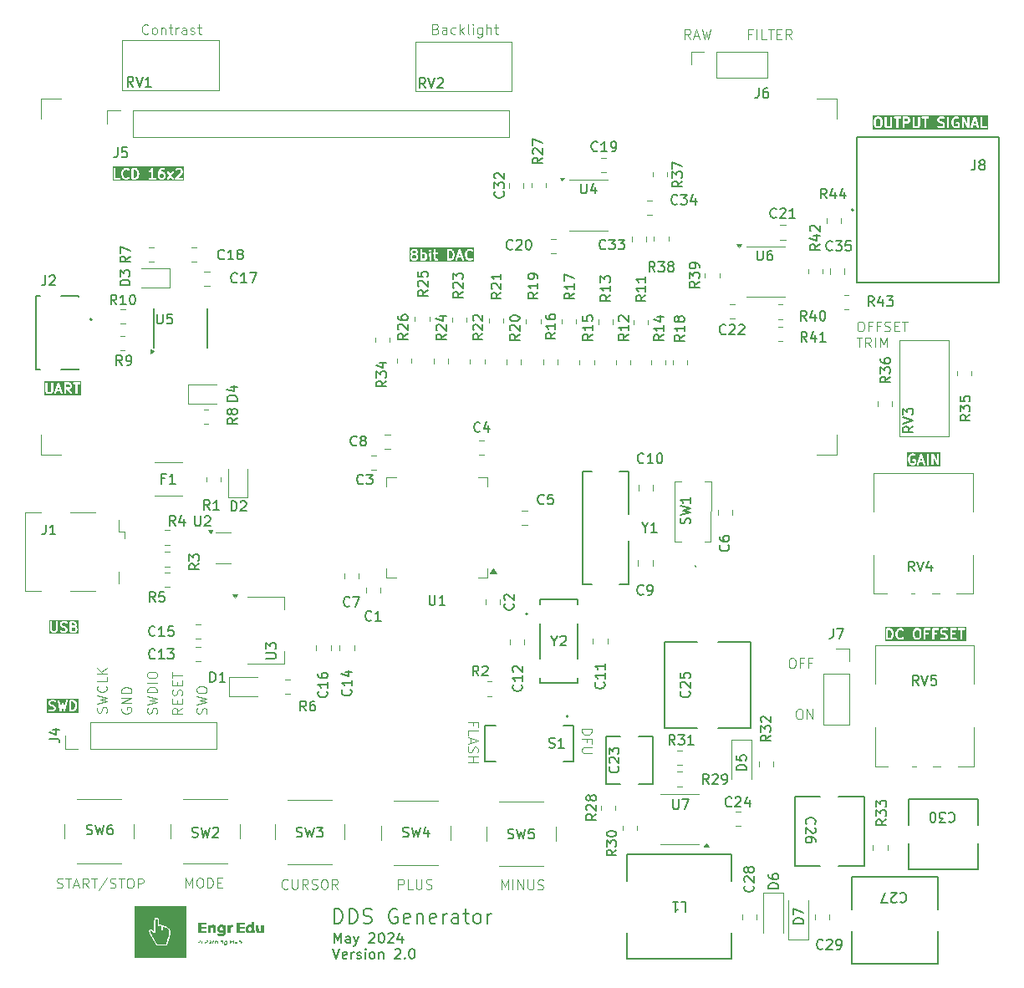
<source format=gbr>
%TF.GenerationSoftware,KiCad,Pcbnew,8.0.0*%
%TF.CreationDate,2024-05-30T16:28:29-06:00*%
%TF.ProjectId,STM32F405_DDS_Generator,53544d33-3246-4343-9035-5f4444535f47,rev?*%
%TF.SameCoordinates,Original*%
%TF.FileFunction,Legend,Top*%
%TF.FilePolarity,Positive*%
%FSLAX46Y46*%
G04 Gerber Fmt 4.6, Leading zero omitted, Abs format (unit mm)*
G04 Created by KiCad (PCBNEW 8.0.0) date 2024-05-30 16:28:29*
%MOMM*%
%LPD*%
G01*
G04 APERTURE LIST*
%ADD10C,0.100000*%
%ADD11C,0.200000*%
%ADD12C,0.150000*%
%ADD13C,0.120000*%
%ADD14C,0.127000*%
%ADD15C,0.152400*%
%ADD16C,0.000000*%
G04 APERTURE END LIST*
D10*
X178231800Y-33985200D02*
X176225200Y-33985200D01*
X178231800Y-33985200D02*
X178231800Y-35991800D01*
X178231800Y-70027800D02*
X176225200Y-70027800D01*
X97663000Y-70027800D02*
X97663000Y-68021200D01*
X97663000Y-70027800D02*
X99669600Y-70027800D01*
X97663000Y-33985200D02*
X99669600Y-33985200D01*
X97663000Y-33985200D02*
X97663000Y-35991800D01*
X178231800Y-70027800D02*
X178231800Y-68021200D01*
X152425980Y-97845714D02*
X153425980Y-97845714D01*
X153425980Y-97845714D02*
X153425980Y-98083809D01*
X153425980Y-98083809D02*
X153378361Y-98226666D01*
X153378361Y-98226666D02*
X153283123Y-98321904D01*
X153283123Y-98321904D02*
X153187885Y-98369523D01*
X153187885Y-98369523D02*
X152997409Y-98417142D01*
X152997409Y-98417142D02*
X152854552Y-98417142D01*
X152854552Y-98417142D02*
X152664076Y-98369523D01*
X152664076Y-98369523D02*
X152568838Y-98321904D01*
X152568838Y-98321904D02*
X152473600Y-98226666D01*
X152473600Y-98226666D02*
X152425980Y-98083809D01*
X152425980Y-98083809D02*
X152425980Y-97845714D01*
X152949790Y-99179047D02*
X152949790Y-98845714D01*
X152425980Y-98845714D02*
X153425980Y-98845714D01*
X153425980Y-98845714D02*
X153425980Y-99321904D01*
X153425980Y-99702857D02*
X152616457Y-99702857D01*
X152616457Y-99702857D02*
X152521219Y-99750476D01*
X152521219Y-99750476D02*
X152473600Y-99798095D01*
X152473600Y-99798095D02*
X152425980Y-99893333D01*
X152425980Y-99893333D02*
X152425980Y-100083809D01*
X152425980Y-100083809D02*
X152473600Y-100179047D01*
X152473600Y-100179047D02*
X152521219Y-100226666D01*
X152521219Y-100226666D02*
X152616457Y-100274285D01*
X152616457Y-100274285D02*
X153425980Y-100274285D01*
X99265465Y-113896200D02*
X99408322Y-113943819D01*
X99408322Y-113943819D02*
X99646417Y-113943819D01*
X99646417Y-113943819D02*
X99741655Y-113896200D01*
X99741655Y-113896200D02*
X99789274Y-113848580D01*
X99789274Y-113848580D02*
X99836893Y-113753342D01*
X99836893Y-113753342D02*
X99836893Y-113658104D01*
X99836893Y-113658104D02*
X99789274Y-113562866D01*
X99789274Y-113562866D02*
X99741655Y-113515247D01*
X99741655Y-113515247D02*
X99646417Y-113467628D01*
X99646417Y-113467628D02*
X99455941Y-113420009D01*
X99455941Y-113420009D02*
X99360703Y-113372390D01*
X99360703Y-113372390D02*
X99313084Y-113324771D01*
X99313084Y-113324771D02*
X99265465Y-113229533D01*
X99265465Y-113229533D02*
X99265465Y-113134295D01*
X99265465Y-113134295D02*
X99313084Y-113039057D01*
X99313084Y-113039057D02*
X99360703Y-112991438D01*
X99360703Y-112991438D02*
X99455941Y-112943819D01*
X99455941Y-112943819D02*
X99694036Y-112943819D01*
X99694036Y-112943819D02*
X99836893Y-112991438D01*
X100122608Y-112943819D02*
X100694036Y-112943819D01*
X100408322Y-113943819D02*
X100408322Y-112943819D01*
X100979751Y-113658104D02*
X101455941Y-113658104D01*
X100884513Y-113943819D02*
X101217846Y-112943819D01*
X101217846Y-112943819D02*
X101551179Y-113943819D01*
X102455941Y-113943819D02*
X102122608Y-113467628D01*
X101884513Y-113943819D02*
X101884513Y-112943819D01*
X101884513Y-112943819D02*
X102265465Y-112943819D01*
X102265465Y-112943819D02*
X102360703Y-112991438D01*
X102360703Y-112991438D02*
X102408322Y-113039057D01*
X102408322Y-113039057D02*
X102455941Y-113134295D01*
X102455941Y-113134295D02*
X102455941Y-113277152D01*
X102455941Y-113277152D02*
X102408322Y-113372390D01*
X102408322Y-113372390D02*
X102360703Y-113420009D01*
X102360703Y-113420009D02*
X102265465Y-113467628D01*
X102265465Y-113467628D02*
X101884513Y-113467628D01*
X102741656Y-112943819D02*
X103313084Y-112943819D01*
X103027370Y-113943819D02*
X103027370Y-112943819D01*
X104360703Y-112896200D02*
X103503561Y-114181914D01*
X104646418Y-113896200D02*
X104789275Y-113943819D01*
X104789275Y-113943819D02*
X105027370Y-113943819D01*
X105027370Y-113943819D02*
X105122608Y-113896200D01*
X105122608Y-113896200D02*
X105170227Y-113848580D01*
X105170227Y-113848580D02*
X105217846Y-113753342D01*
X105217846Y-113753342D02*
X105217846Y-113658104D01*
X105217846Y-113658104D02*
X105170227Y-113562866D01*
X105170227Y-113562866D02*
X105122608Y-113515247D01*
X105122608Y-113515247D02*
X105027370Y-113467628D01*
X105027370Y-113467628D02*
X104836894Y-113420009D01*
X104836894Y-113420009D02*
X104741656Y-113372390D01*
X104741656Y-113372390D02*
X104694037Y-113324771D01*
X104694037Y-113324771D02*
X104646418Y-113229533D01*
X104646418Y-113229533D02*
X104646418Y-113134295D01*
X104646418Y-113134295D02*
X104694037Y-113039057D01*
X104694037Y-113039057D02*
X104741656Y-112991438D01*
X104741656Y-112991438D02*
X104836894Y-112943819D01*
X104836894Y-112943819D02*
X105074989Y-112943819D01*
X105074989Y-112943819D02*
X105217846Y-112991438D01*
X105503561Y-112943819D02*
X106074989Y-112943819D01*
X105789275Y-113943819D02*
X105789275Y-112943819D01*
X106598799Y-112943819D02*
X106789275Y-112943819D01*
X106789275Y-112943819D02*
X106884513Y-112991438D01*
X106884513Y-112991438D02*
X106979751Y-113086676D01*
X106979751Y-113086676D02*
X107027370Y-113277152D01*
X107027370Y-113277152D02*
X107027370Y-113610485D01*
X107027370Y-113610485D02*
X106979751Y-113800961D01*
X106979751Y-113800961D02*
X106884513Y-113896200D01*
X106884513Y-113896200D02*
X106789275Y-113943819D01*
X106789275Y-113943819D02*
X106598799Y-113943819D01*
X106598799Y-113943819D02*
X106503561Y-113896200D01*
X106503561Y-113896200D02*
X106408323Y-113800961D01*
X106408323Y-113800961D02*
X106360704Y-113610485D01*
X106360704Y-113610485D02*
X106360704Y-113277152D01*
X106360704Y-113277152D02*
X106408323Y-113086676D01*
X106408323Y-113086676D02*
X106503561Y-112991438D01*
X106503561Y-112991438D02*
X106598799Y-112943819D01*
X107455942Y-113943819D02*
X107455942Y-112943819D01*
X107455942Y-112943819D02*
X107836894Y-112943819D01*
X107836894Y-112943819D02*
X107932132Y-112991438D01*
X107932132Y-112991438D02*
X107979751Y-113039057D01*
X107979751Y-113039057D02*
X108027370Y-113134295D01*
X108027370Y-113134295D02*
X108027370Y-113277152D01*
X108027370Y-113277152D02*
X107979751Y-113372390D01*
X107979751Y-113372390D02*
X107932132Y-113420009D01*
X107932132Y-113420009D02*
X107836894Y-113467628D01*
X107836894Y-113467628D02*
X107455942Y-113467628D01*
X122642912Y-113950180D02*
X122595293Y-113997800D01*
X122595293Y-113997800D02*
X122452436Y-114045419D01*
X122452436Y-114045419D02*
X122357198Y-114045419D01*
X122357198Y-114045419D02*
X122214341Y-113997800D01*
X122214341Y-113997800D02*
X122119103Y-113902561D01*
X122119103Y-113902561D02*
X122071484Y-113807323D01*
X122071484Y-113807323D02*
X122023865Y-113616847D01*
X122023865Y-113616847D02*
X122023865Y-113473990D01*
X122023865Y-113473990D02*
X122071484Y-113283514D01*
X122071484Y-113283514D02*
X122119103Y-113188276D01*
X122119103Y-113188276D02*
X122214341Y-113093038D01*
X122214341Y-113093038D02*
X122357198Y-113045419D01*
X122357198Y-113045419D02*
X122452436Y-113045419D01*
X122452436Y-113045419D02*
X122595293Y-113093038D01*
X122595293Y-113093038D02*
X122642912Y-113140657D01*
X123071484Y-113045419D02*
X123071484Y-113854942D01*
X123071484Y-113854942D02*
X123119103Y-113950180D01*
X123119103Y-113950180D02*
X123166722Y-113997800D01*
X123166722Y-113997800D02*
X123261960Y-114045419D01*
X123261960Y-114045419D02*
X123452436Y-114045419D01*
X123452436Y-114045419D02*
X123547674Y-113997800D01*
X123547674Y-113997800D02*
X123595293Y-113950180D01*
X123595293Y-113950180D02*
X123642912Y-113854942D01*
X123642912Y-113854942D02*
X123642912Y-113045419D01*
X124690531Y-114045419D02*
X124357198Y-113569228D01*
X124119103Y-114045419D02*
X124119103Y-113045419D01*
X124119103Y-113045419D02*
X124500055Y-113045419D01*
X124500055Y-113045419D02*
X124595293Y-113093038D01*
X124595293Y-113093038D02*
X124642912Y-113140657D01*
X124642912Y-113140657D02*
X124690531Y-113235895D01*
X124690531Y-113235895D02*
X124690531Y-113378752D01*
X124690531Y-113378752D02*
X124642912Y-113473990D01*
X124642912Y-113473990D02*
X124595293Y-113521609D01*
X124595293Y-113521609D02*
X124500055Y-113569228D01*
X124500055Y-113569228D02*
X124119103Y-113569228D01*
X125071484Y-113997800D02*
X125214341Y-114045419D01*
X125214341Y-114045419D02*
X125452436Y-114045419D01*
X125452436Y-114045419D02*
X125547674Y-113997800D01*
X125547674Y-113997800D02*
X125595293Y-113950180D01*
X125595293Y-113950180D02*
X125642912Y-113854942D01*
X125642912Y-113854942D02*
X125642912Y-113759704D01*
X125642912Y-113759704D02*
X125595293Y-113664466D01*
X125595293Y-113664466D02*
X125547674Y-113616847D01*
X125547674Y-113616847D02*
X125452436Y-113569228D01*
X125452436Y-113569228D02*
X125261960Y-113521609D01*
X125261960Y-113521609D02*
X125166722Y-113473990D01*
X125166722Y-113473990D02*
X125119103Y-113426371D01*
X125119103Y-113426371D02*
X125071484Y-113331133D01*
X125071484Y-113331133D02*
X125071484Y-113235895D01*
X125071484Y-113235895D02*
X125119103Y-113140657D01*
X125119103Y-113140657D02*
X125166722Y-113093038D01*
X125166722Y-113093038D02*
X125261960Y-113045419D01*
X125261960Y-113045419D02*
X125500055Y-113045419D01*
X125500055Y-113045419D02*
X125642912Y-113093038D01*
X126261960Y-113045419D02*
X126452436Y-113045419D01*
X126452436Y-113045419D02*
X126547674Y-113093038D01*
X126547674Y-113093038D02*
X126642912Y-113188276D01*
X126642912Y-113188276D02*
X126690531Y-113378752D01*
X126690531Y-113378752D02*
X126690531Y-113712085D01*
X126690531Y-113712085D02*
X126642912Y-113902561D01*
X126642912Y-113902561D02*
X126547674Y-113997800D01*
X126547674Y-113997800D02*
X126452436Y-114045419D01*
X126452436Y-114045419D02*
X126261960Y-114045419D01*
X126261960Y-114045419D02*
X126166722Y-113997800D01*
X126166722Y-113997800D02*
X126071484Y-113902561D01*
X126071484Y-113902561D02*
X126023865Y-113712085D01*
X126023865Y-113712085D02*
X126023865Y-113378752D01*
X126023865Y-113378752D02*
X126071484Y-113188276D01*
X126071484Y-113188276D02*
X126166722Y-113093038D01*
X126166722Y-113093038D02*
X126261960Y-113045419D01*
X127690531Y-114045419D02*
X127357198Y-113569228D01*
X127119103Y-114045419D02*
X127119103Y-113045419D01*
X127119103Y-113045419D02*
X127500055Y-113045419D01*
X127500055Y-113045419D02*
X127595293Y-113093038D01*
X127595293Y-113093038D02*
X127642912Y-113140657D01*
X127642912Y-113140657D02*
X127690531Y-113235895D01*
X127690531Y-113235895D02*
X127690531Y-113378752D01*
X127690531Y-113378752D02*
X127642912Y-113473990D01*
X127642912Y-113473990D02*
X127595293Y-113521609D01*
X127595293Y-113521609D02*
X127500055Y-113569228D01*
X127500055Y-113569228D02*
X127119103Y-113569228D01*
X111937219Y-95695487D02*
X111461028Y-96028820D01*
X111937219Y-96266915D02*
X110937219Y-96266915D01*
X110937219Y-96266915D02*
X110937219Y-95885963D01*
X110937219Y-95885963D02*
X110984838Y-95790725D01*
X110984838Y-95790725D02*
X111032457Y-95743106D01*
X111032457Y-95743106D02*
X111127695Y-95695487D01*
X111127695Y-95695487D02*
X111270552Y-95695487D01*
X111270552Y-95695487D02*
X111365790Y-95743106D01*
X111365790Y-95743106D02*
X111413409Y-95790725D01*
X111413409Y-95790725D02*
X111461028Y-95885963D01*
X111461028Y-95885963D02*
X111461028Y-96266915D01*
X111413409Y-95266915D02*
X111413409Y-94933582D01*
X111937219Y-94790725D02*
X111937219Y-95266915D01*
X111937219Y-95266915D02*
X110937219Y-95266915D01*
X110937219Y-95266915D02*
X110937219Y-94790725D01*
X111889600Y-94409772D02*
X111937219Y-94266915D01*
X111937219Y-94266915D02*
X111937219Y-94028820D01*
X111937219Y-94028820D02*
X111889600Y-93933582D01*
X111889600Y-93933582D02*
X111841980Y-93885963D01*
X111841980Y-93885963D02*
X111746742Y-93838344D01*
X111746742Y-93838344D02*
X111651504Y-93838344D01*
X111651504Y-93838344D02*
X111556266Y-93885963D01*
X111556266Y-93885963D02*
X111508647Y-93933582D01*
X111508647Y-93933582D02*
X111461028Y-94028820D01*
X111461028Y-94028820D02*
X111413409Y-94219296D01*
X111413409Y-94219296D02*
X111365790Y-94314534D01*
X111365790Y-94314534D02*
X111318171Y-94362153D01*
X111318171Y-94362153D02*
X111222933Y-94409772D01*
X111222933Y-94409772D02*
X111127695Y-94409772D01*
X111127695Y-94409772D02*
X111032457Y-94362153D01*
X111032457Y-94362153D02*
X110984838Y-94314534D01*
X110984838Y-94314534D02*
X110937219Y-94219296D01*
X110937219Y-94219296D02*
X110937219Y-93981201D01*
X110937219Y-93981201D02*
X110984838Y-93838344D01*
X111413409Y-93409772D02*
X111413409Y-93076439D01*
X111937219Y-92933582D02*
X111937219Y-93409772D01*
X111937219Y-93409772D02*
X110937219Y-93409772D01*
X110937219Y-93409772D02*
X110937219Y-92933582D01*
X110937219Y-92647867D02*
X110937219Y-92076439D01*
X111937219Y-92362153D02*
X110937219Y-92362153D01*
D11*
G36*
X186903038Y-70627436D02*
G01*
X186701732Y-70628216D01*
X186801915Y-70325865D01*
X186903038Y-70627436D01*
G37*
G36*
X188727745Y-71223730D02*
G01*
X185353143Y-71223730D01*
X185353143Y-70441190D01*
X185464254Y-70441190D01*
X185465881Y-70578763D01*
X185464372Y-70588908D01*
X185466143Y-70600886D01*
X185466175Y-70603556D01*
X185466739Y-70604919D01*
X185467240Y-70608301D01*
X185514744Y-70791380D01*
X185515424Y-70800936D01*
X185521015Y-70815548D01*
X185521454Y-70817237D01*
X185521884Y-70817817D01*
X185522430Y-70819244D01*
X185571766Y-70914266D01*
X185576344Y-70925318D01*
X185579502Y-70929166D01*
X185580492Y-70931072D01*
X185582486Y-70932801D01*
X185588781Y-70940471D01*
X185674726Y-71024302D01*
X185675731Y-71026312D01*
X185685255Y-71034572D01*
X185699172Y-71048147D01*
X185702491Y-71049522D01*
X185705207Y-71051877D01*
X185723107Y-71059868D01*
X185866191Y-71105774D01*
X185878078Y-71110698D01*
X185883070Y-71111189D01*
X185885079Y-71111834D01*
X185887713Y-71111646D01*
X185897587Y-71112619D01*
X185993729Y-71111009D01*
X186005332Y-71111834D01*
X186010168Y-71110734D01*
X186012334Y-71110698D01*
X186014776Y-71109686D01*
X186024448Y-71107487D01*
X186152825Y-71063078D01*
X186155192Y-71063078D01*
X186167184Y-71058110D01*
X186185205Y-71051877D01*
X186187920Y-71049522D01*
X186191240Y-71048147D01*
X186206393Y-71035710D01*
X186240450Y-71000112D01*
X186369801Y-71000112D01*
X186372567Y-71039032D01*
X186390017Y-71073931D01*
X186419493Y-71099496D01*
X186456509Y-71111834D01*
X186495429Y-71109068D01*
X186530328Y-71091618D01*
X186555893Y-71062142D01*
X186563884Y-71044242D01*
X186635990Y-70826625D01*
X186969398Y-70825333D01*
X187048805Y-71062142D01*
X187074370Y-71091618D01*
X187109269Y-71109067D01*
X187148189Y-71111834D01*
X187185205Y-71099495D01*
X187214681Y-71073930D01*
X187232131Y-71039031D01*
X187234897Y-71000111D01*
X187230550Y-70980996D01*
X186905832Y-70012619D01*
X187369016Y-70012619D01*
X187370937Y-71032128D01*
X187385869Y-71068176D01*
X187413459Y-71095766D01*
X187449507Y-71110698D01*
X187488525Y-71110698D01*
X187524573Y-71095766D01*
X187552163Y-71068176D01*
X187567095Y-71032128D01*
X187569016Y-71012619D01*
X187567132Y-70012619D01*
X187845206Y-70012619D01*
X187847127Y-71032128D01*
X187862059Y-71068176D01*
X187889649Y-71095766D01*
X187925697Y-71110698D01*
X187964715Y-71110698D01*
X188000763Y-71095766D01*
X188028353Y-71068176D01*
X188043285Y-71032128D01*
X188045206Y-71012619D01*
X188044025Y-70385875D01*
X188428523Y-71056193D01*
X188433487Y-71068176D01*
X188437966Y-71072655D01*
X188441157Y-71078218D01*
X188451673Y-71086362D01*
X188461077Y-71095766D01*
X188466964Y-71098204D01*
X188472006Y-71102109D01*
X188484838Y-71105608D01*
X188497125Y-71110698D01*
X188503501Y-71110698D01*
X188509650Y-71112375D01*
X188522843Y-71110698D01*
X188536143Y-71110698D01*
X188542031Y-71108258D01*
X188548356Y-71107455D01*
X188559905Y-71100854D01*
X188572191Y-71095766D01*
X188576698Y-71091258D01*
X188582233Y-71088096D01*
X188590377Y-71077579D01*
X188599781Y-71068176D01*
X188602219Y-71062288D01*
X188606124Y-71057247D01*
X188609623Y-71044414D01*
X188614713Y-71032128D01*
X188615695Y-71022150D01*
X188616390Y-71019604D01*
X188616139Y-71017636D01*
X188616634Y-71012619D01*
X188614713Y-69993110D01*
X188599781Y-69957062D01*
X188572191Y-69929472D01*
X188536143Y-69914540D01*
X188497125Y-69914540D01*
X188461077Y-69929472D01*
X188433487Y-69957062D01*
X188418555Y-69993110D01*
X188416634Y-70012619D01*
X188417814Y-70639362D01*
X188033316Y-69969044D01*
X188028353Y-69957062D01*
X188023873Y-69952582D01*
X188020683Y-69947020D01*
X188010168Y-69938877D01*
X188000763Y-69929472D01*
X187994872Y-69927032D01*
X187989834Y-69923130D01*
X187977005Y-69919631D01*
X187964715Y-69914540D01*
X187958340Y-69914540D01*
X187952191Y-69912863D01*
X187938998Y-69914540D01*
X187925697Y-69914540D01*
X187919808Y-69916979D01*
X187913484Y-69917783D01*
X187901934Y-69924383D01*
X187889649Y-69929472D01*
X187885141Y-69933979D01*
X187879607Y-69937142D01*
X187871464Y-69947656D01*
X187862059Y-69957062D01*
X187859619Y-69962952D01*
X187855717Y-69967991D01*
X187852218Y-69980819D01*
X187847127Y-69993110D01*
X187846144Y-70003087D01*
X187845450Y-70005634D01*
X187845700Y-70007601D01*
X187845206Y-70012619D01*
X187567132Y-70012619D01*
X187567095Y-69993110D01*
X187552163Y-69957062D01*
X187524573Y-69929472D01*
X187488525Y-69914540D01*
X187449507Y-69914540D01*
X187413459Y-69929472D01*
X187385869Y-69957062D01*
X187370937Y-69993110D01*
X187369016Y-70012619D01*
X186905832Y-70012619D01*
X186899288Y-69993103D01*
X186898798Y-69986207D01*
X186893265Y-69975141D01*
X186889226Y-69963096D01*
X186884541Y-69957694D01*
X186881348Y-69951308D01*
X186871879Y-69943095D01*
X186863661Y-69933620D01*
X186857269Y-69930423D01*
X186851872Y-69925743D01*
X186839978Y-69921778D01*
X186828762Y-69916170D01*
X186821634Y-69915663D01*
X186814856Y-69913404D01*
X186802351Y-69914293D01*
X186789842Y-69913404D01*
X186783060Y-69915664D01*
X186775936Y-69916171D01*
X186764727Y-69921774D01*
X186752826Y-69925742D01*
X186747425Y-69930425D01*
X186741037Y-69933620D01*
X186732821Y-69943091D01*
X186723350Y-69951307D01*
X186720155Y-69957696D01*
X186715472Y-69963096D01*
X186707481Y-69980997D01*
X186469257Y-70699954D01*
X186466175Y-70707395D01*
X186466175Y-70709256D01*
X186369801Y-71000112D01*
X186240450Y-71000112D01*
X186266449Y-70972937D01*
X186281380Y-70936888D01*
X186283301Y-70917380D01*
X186281380Y-70564538D01*
X186266448Y-70528490D01*
X186238858Y-70500900D01*
X186202810Y-70485968D01*
X186183301Y-70484047D01*
X185973316Y-70485968D01*
X185937268Y-70500900D01*
X185909678Y-70528490D01*
X185894746Y-70564538D01*
X185894746Y-70603556D01*
X185909678Y-70639604D01*
X185937268Y-70667194D01*
X185973316Y-70682126D01*
X185992825Y-70684047D01*
X186083840Y-70683214D01*
X186084888Y-70875624D01*
X186083259Y-70877327D01*
X185980648Y-70912822D01*
X185917161Y-70913885D01*
X185810421Y-70879640D01*
X185743282Y-70814152D01*
X185707661Y-70745545D01*
X185664182Y-70577980D01*
X185662776Y-70459173D01*
X185703016Y-70291900D01*
X185738938Y-70217230D01*
X185806245Y-70148224D01*
X185909584Y-70112477D01*
X186014785Y-70111232D01*
X186109269Y-70156687D01*
X186148189Y-70159453D01*
X186185205Y-70147114D01*
X186214682Y-70121549D01*
X186232131Y-70086651D01*
X186234896Y-70047731D01*
X186222558Y-70010715D01*
X186196993Y-69981238D01*
X186180403Y-69970795D01*
X186097385Y-69930856D01*
X186096001Y-69929472D01*
X186085251Y-69925019D01*
X186066857Y-69916170D01*
X186063273Y-69915915D01*
X186059953Y-69914540D01*
X186040444Y-69912619D01*
X185897783Y-69914306D01*
X185885079Y-69913404D01*
X185880193Y-69914514D01*
X185878078Y-69914540D01*
X185875636Y-69915551D01*
X185865964Y-69917751D01*
X185737590Y-69962159D01*
X185735221Y-69962159D01*
X185723224Y-69967128D01*
X185705207Y-69973361D01*
X185702491Y-69975716D01*
X185699173Y-69977091D01*
X185684019Y-69989527D01*
X185590002Y-70085916D01*
X185580492Y-70094165D01*
X185577825Y-70098401D01*
X185576345Y-70099919D01*
X185575334Y-70102358D01*
X185570049Y-70110755D01*
X185526620Y-70201026D01*
X185521454Y-70208000D01*
X185516226Y-70222632D01*
X185515424Y-70224301D01*
X185515372Y-70225023D01*
X185514859Y-70226461D01*
X185470279Y-70411771D01*
X185466175Y-70421681D01*
X185464982Y-70433790D01*
X185464372Y-70436329D01*
X185464589Y-70437787D01*
X185464254Y-70441190D01*
X185353143Y-70441190D01*
X185353143Y-69801508D01*
X188727745Y-69801508D01*
X188727745Y-71223730D01*
G37*
D10*
X169623417Y-27415609D02*
X169290084Y-27415609D01*
X169290084Y-27939419D02*
X169290084Y-26939419D01*
X169290084Y-26939419D02*
X169766274Y-26939419D01*
X170147227Y-27939419D02*
X170147227Y-26939419D01*
X171099607Y-27939419D02*
X170623417Y-27939419D01*
X170623417Y-27939419D02*
X170623417Y-26939419D01*
X171290084Y-26939419D02*
X171861512Y-26939419D01*
X171575798Y-27939419D02*
X171575798Y-26939419D01*
X172194846Y-27415609D02*
X172528179Y-27415609D01*
X172671036Y-27939419D02*
X172194846Y-27939419D01*
X172194846Y-27939419D02*
X172194846Y-26939419D01*
X172194846Y-26939419D02*
X172671036Y-26939419D01*
X173671036Y-27939419D02*
X173337703Y-27463228D01*
X173099608Y-27939419D02*
X173099608Y-26939419D01*
X173099608Y-26939419D02*
X173480560Y-26939419D01*
X173480560Y-26939419D02*
X173575798Y-26987038D01*
X173575798Y-26987038D02*
X173623417Y-27034657D01*
X173623417Y-27034657D02*
X173671036Y-27129895D01*
X173671036Y-27129895D02*
X173671036Y-27272752D01*
X173671036Y-27272752D02*
X173623417Y-27367990D01*
X173623417Y-27367990D02*
X173575798Y-27415609D01*
X173575798Y-27415609D02*
X173480560Y-27463228D01*
X173480560Y-27463228D02*
X173099608Y-27463228D01*
X137644817Y-26907609D02*
X137787674Y-26955228D01*
X137787674Y-26955228D02*
X137835293Y-27002847D01*
X137835293Y-27002847D02*
X137882912Y-27098085D01*
X137882912Y-27098085D02*
X137882912Y-27240942D01*
X137882912Y-27240942D02*
X137835293Y-27336180D01*
X137835293Y-27336180D02*
X137787674Y-27383800D01*
X137787674Y-27383800D02*
X137692436Y-27431419D01*
X137692436Y-27431419D02*
X137311484Y-27431419D01*
X137311484Y-27431419D02*
X137311484Y-26431419D01*
X137311484Y-26431419D02*
X137644817Y-26431419D01*
X137644817Y-26431419D02*
X137740055Y-26479038D01*
X137740055Y-26479038D02*
X137787674Y-26526657D01*
X137787674Y-26526657D02*
X137835293Y-26621895D01*
X137835293Y-26621895D02*
X137835293Y-26717133D01*
X137835293Y-26717133D02*
X137787674Y-26812371D01*
X137787674Y-26812371D02*
X137740055Y-26859990D01*
X137740055Y-26859990D02*
X137644817Y-26907609D01*
X137644817Y-26907609D02*
X137311484Y-26907609D01*
X138740055Y-27431419D02*
X138740055Y-26907609D01*
X138740055Y-26907609D02*
X138692436Y-26812371D01*
X138692436Y-26812371D02*
X138597198Y-26764752D01*
X138597198Y-26764752D02*
X138406722Y-26764752D01*
X138406722Y-26764752D02*
X138311484Y-26812371D01*
X138740055Y-27383800D02*
X138644817Y-27431419D01*
X138644817Y-27431419D02*
X138406722Y-27431419D01*
X138406722Y-27431419D02*
X138311484Y-27383800D01*
X138311484Y-27383800D02*
X138263865Y-27288561D01*
X138263865Y-27288561D02*
X138263865Y-27193323D01*
X138263865Y-27193323D02*
X138311484Y-27098085D01*
X138311484Y-27098085D02*
X138406722Y-27050466D01*
X138406722Y-27050466D02*
X138644817Y-27050466D01*
X138644817Y-27050466D02*
X138740055Y-27002847D01*
X139644817Y-27383800D02*
X139549579Y-27431419D01*
X139549579Y-27431419D02*
X139359103Y-27431419D01*
X139359103Y-27431419D02*
X139263865Y-27383800D01*
X139263865Y-27383800D02*
X139216246Y-27336180D01*
X139216246Y-27336180D02*
X139168627Y-27240942D01*
X139168627Y-27240942D02*
X139168627Y-26955228D01*
X139168627Y-26955228D02*
X139216246Y-26859990D01*
X139216246Y-26859990D02*
X139263865Y-26812371D01*
X139263865Y-26812371D02*
X139359103Y-26764752D01*
X139359103Y-26764752D02*
X139549579Y-26764752D01*
X139549579Y-26764752D02*
X139644817Y-26812371D01*
X140073389Y-27431419D02*
X140073389Y-26431419D01*
X140168627Y-27050466D02*
X140454341Y-27431419D01*
X140454341Y-26764752D02*
X140073389Y-27145704D01*
X141025770Y-27431419D02*
X140930532Y-27383800D01*
X140930532Y-27383800D02*
X140882913Y-27288561D01*
X140882913Y-27288561D02*
X140882913Y-26431419D01*
X141406723Y-27431419D02*
X141406723Y-26764752D01*
X141406723Y-26431419D02*
X141359104Y-26479038D01*
X141359104Y-26479038D02*
X141406723Y-26526657D01*
X141406723Y-26526657D02*
X141454342Y-26479038D01*
X141454342Y-26479038D02*
X141406723Y-26431419D01*
X141406723Y-26431419D02*
X141406723Y-26526657D01*
X142311484Y-26764752D02*
X142311484Y-27574276D01*
X142311484Y-27574276D02*
X142263865Y-27669514D01*
X142263865Y-27669514D02*
X142216246Y-27717133D01*
X142216246Y-27717133D02*
X142121008Y-27764752D01*
X142121008Y-27764752D02*
X141978151Y-27764752D01*
X141978151Y-27764752D02*
X141882913Y-27717133D01*
X142311484Y-27383800D02*
X142216246Y-27431419D01*
X142216246Y-27431419D02*
X142025770Y-27431419D01*
X142025770Y-27431419D02*
X141930532Y-27383800D01*
X141930532Y-27383800D02*
X141882913Y-27336180D01*
X141882913Y-27336180D02*
X141835294Y-27240942D01*
X141835294Y-27240942D02*
X141835294Y-26955228D01*
X141835294Y-26955228D02*
X141882913Y-26859990D01*
X141882913Y-26859990D02*
X141930532Y-26812371D01*
X141930532Y-26812371D02*
X142025770Y-26764752D01*
X142025770Y-26764752D02*
X142216246Y-26764752D01*
X142216246Y-26764752D02*
X142311484Y-26812371D01*
X142787675Y-27431419D02*
X142787675Y-26431419D01*
X143216246Y-27431419D02*
X143216246Y-26907609D01*
X143216246Y-26907609D02*
X143168627Y-26812371D01*
X143168627Y-26812371D02*
X143073389Y-26764752D01*
X143073389Y-26764752D02*
X142930532Y-26764752D01*
X142930532Y-26764752D02*
X142835294Y-26812371D01*
X142835294Y-26812371D02*
X142787675Y-26859990D01*
X143549580Y-26764752D02*
X143930532Y-26764752D01*
X143692437Y-26431419D02*
X143692437Y-27288561D01*
X143692437Y-27288561D02*
X143740056Y-27383800D01*
X143740056Y-27383800D02*
X143835294Y-27431419D01*
X143835294Y-27431419D02*
X143930532Y-27431419D01*
D11*
X127369673Y-119491475D02*
X127369673Y-118491475D01*
X127369673Y-118491475D02*
X127703006Y-119205760D01*
X127703006Y-119205760D02*
X128036339Y-118491475D01*
X128036339Y-118491475D02*
X128036339Y-119491475D01*
X128941101Y-119491475D02*
X128941101Y-118967665D01*
X128941101Y-118967665D02*
X128893482Y-118872427D01*
X128893482Y-118872427D02*
X128798244Y-118824808D01*
X128798244Y-118824808D02*
X128607768Y-118824808D01*
X128607768Y-118824808D02*
X128512530Y-118872427D01*
X128941101Y-119443856D02*
X128845863Y-119491475D01*
X128845863Y-119491475D02*
X128607768Y-119491475D01*
X128607768Y-119491475D02*
X128512530Y-119443856D01*
X128512530Y-119443856D02*
X128464911Y-119348617D01*
X128464911Y-119348617D02*
X128464911Y-119253379D01*
X128464911Y-119253379D02*
X128512530Y-119158141D01*
X128512530Y-119158141D02*
X128607768Y-119110522D01*
X128607768Y-119110522D02*
X128845863Y-119110522D01*
X128845863Y-119110522D02*
X128941101Y-119062903D01*
X129322054Y-118824808D02*
X129560149Y-119491475D01*
X129798244Y-118824808D02*
X129560149Y-119491475D01*
X129560149Y-119491475D02*
X129464911Y-119729570D01*
X129464911Y-119729570D02*
X129417292Y-119777189D01*
X129417292Y-119777189D02*
X129322054Y-119824808D01*
X130893483Y-118586713D02*
X130941102Y-118539094D01*
X130941102Y-118539094D02*
X131036340Y-118491475D01*
X131036340Y-118491475D02*
X131274435Y-118491475D01*
X131274435Y-118491475D02*
X131369673Y-118539094D01*
X131369673Y-118539094D02*
X131417292Y-118586713D01*
X131417292Y-118586713D02*
X131464911Y-118681951D01*
X131464911Y-118681951D02*
X131464911Y-118777189D01*
X131464911Y-118777189D02*
X131417292Y-118920046D01*
X131417292Y-118920046D02*
X130845864Y-119491475D01*
X130845864Y-119491475D02*
X131464911Y-119491475D01*
X132083959Y-118491475D02*
X132179197Y-118491475D01*
X132179197Y-118491475D02*
X132274435Y-118539094D01*
X132274435Y-118539094D02*
X132322054Y-118586713D01*
X132322054Y-118586713D02*
X132369673Y-118681951D01*
X132369673Y-118681951D02*
X132417292Y-118872427D01*
X132417292Y-118872427D02*
X132417292Y-119110522D01*
X132417292Y-119110522D02*
X132369673Y-119300998D01*
X132369673Y-119300998D02*
X132322054Y-119396236D01*
X132322054Y-119396236D02*
X132274435Y-119443856D01*
X132274435Y-119443856D02*
X132179197Y-119491475D01*
X132179197Y-119491475D02*
X132083959Y-119491475D01*
X132083959Y-119491475D02*
X131988721Y-119443856D01*
X131988721Y-119443856D02*
X131941102Y-119396236D01*
X131941102Y-119396236D02*
X131893483Y-119300998D01*
X131893483Y-119300998D02*
X131845864Y-119110522D01*
X131845864Y-119110522D02*
X131845864Y-118872427D01*
X131845864Y-118872427D02*
X131893483Y-118681951D01*
X131893483Y-118681951D02*
X131941102Y-118586713D01*
X131941102Y-118586713D02*
X131988721Y-118539094D01*
X131988721Y-118539094D02*
X132083959Y-118491475D01*
X132798245Y-118586713D02*
X132845864Y-118539094D01*
X132845864Y-118539094D02*
X132941102Y-118491475D01*
X132941102Y-118491475D02*
X133179197Y-118491475D01*
X133179197Y-118491475D02*
X133274435Y-118539094D01*
X133274435Y-118539094D02*
X133322054Y-118586713D01*
X133322054Y-118586713D02*
X133369673Y-118681951D01*
X133369673Y-118681951D02*
X133369673Y-118777189D01*
X133369673Y-118777189D02*
X133322054Y-118920046D01*
X133322054Y-118920046D02*
X132750626Y-119491475D01*
X132750626Y-119491475D02*
X133369673Y-119491475D01*
X134226816Y-118824808D02*
X134226816Y-119491475D01*
X133988721Y-118443856D02*
X133750626Y-119158141D01*
X133750626Y-119158141D02*
X134369673Y-119158141D01*
X127226816Y-120101419D02*
X127560149Y-121101419D01*
X127560149Y-121101419D02*
X127893482Y-120101419D01*
X128607768Y-121053800D02*
X128512530Y-121101419D01*
X128512530Y-121101419D02*
X128322054Y-121101419D01*
X128322054Y-121101419D02*
X128226816Y-121053800D01*
X128226816Y-121053800D02*
X128179197Y-120958561D01*
X128179197Y-120958561D02*
X128179197Y-120577609D01*
X128179197Y-120577609D02*
X128226816Y-120482371D01*
X128226816Y-120482371D02*
X128322054Y-120434752D01*
X128322054Y-120434752D02*
X128512530Y-120434752D01*
X128512530Y-120434752D02*
X128607768Y-120482371D01*
X128607768Y-120482371D02*
X128655387Y-120577609D01*
X128655387Y-120577609D02*
X128655387Y-120672847D01*
X128655387Y-120672847D02*
X128179197Y-120768085D01*
X129083959Y-121101419D02*
X129083959Y-120434752D01*
X129083959Y-120625228D02*
X129131578Y-120529990D01*
X129131578Y-120529990D02*
X129179197Y-120482371D01*
X129179197Y-120482371D02*
X129274435Y-120434752D01*
X129274435Y-120434752D02*
X129369673Y-120434752D01*
X129655388Y-121053800D02*
X129750626Y-121101419D01*
X129750626Y-121101419D02*
X129941102Y-121101419D01*
X129941102Y-121101419D02*
X130036340Y-121053800D01*
X130036340Y-121053800D02*
X130083959Y-120958561D01*
X130083959Y-120958561D02*
X130083959Y-120910942D01*
X130083959Y-120910942D02*
X130036340Y-120815704D01*
X130036340Y-120815704D02*
X129941102Y-120768085D01*
X129941102Y-120768085D02*
X129798245Y-120768085D01*
X129798245Y-120768085D02*
X129703007Y-120720466D01*
X129703007Y-120720466D02*
X129655388Y-120625228D01*
X129655388Y-120625228D02*
X129655388Y-120577609D01*
X129655388Y-120577609D02*
X129703007Y-120482371D01*
X129703007Y-120482371D02*
X129798245Y-120434752D01*
X129798245Y-120434752D02*
X129941102Y-120434752D01*
X129941102Y-120434752D02*
X130036340Y-120482371D01*
X130512531Y-121101419D02*
X130512531Y-120434752D01*
X130512531Y-120101419D02*
X130464912Y-120149038D01*
X130464912Y-120149038D02*
X130512531Y-120196657D01*
X130512531Y-120196657D02*
X130560150Y-120149038D01*
X130560150Y-120149038D02*
X130512531Y-120101419D01*
X130512531Y-120101419D02*
X130512531Y-120196657D01*
X131131578Y-121101419D02*
X131036340Y-121053800D01*
X131036340Y-121053800D02*
X130988721Y-121006180D01*
X130988721Y-121006180D02*
X130941102Y-120910942D01*
X130941102Y-120910942D02*
X130941102Y-120625228D01*
X130941102Y-120625228D02*
X130988721Y-120529990D01*
X130988721Y-120529990D02*
X131036340Y-120482371D01*
X131036340Y-120482371D02*
X131131578Y-120434752D01*
X131131578Y-120434752D02*
X131274435Y-120434752D01*
X131274435Y-120434752D02*
X131369673Y-120482371D01*
X131369673Y-120482371D02*
X131417292Y-120529990D01*
X131417292Y-120529990D02*
X131464911Y-120625228D01*
X131464911Y-120625228D02*
X131464911Y-120910942D01*
X131464911Y-120910942D02*
X131417292Y-121006180D01*
X131417292Y-121006180D02*
X131369673Y-121053800D01*
X131369673Y-121053800D02*
X131274435Y-121101419D01*
X131274435Y-121101419D02*
X131131578Y-121101419D01*
X131893483Y-120434752D02*
X131893483Y-121101419D01*
X131893483Y-120529990D02*
X131941102Y-120482371D01*
X131941102Y-120482371D02*
X132036340Y-120434752D01*
X132036340Y-120434752D02*
X132179197Y-120434752D01*
X132179197Y-120434752D02*
X132274435Y-120482371D01*
X132274435Y-120482371D02*
X132322054Y-120577609D01*
X132322054Y-120577609D02*
X132322054Y-121101419D01*
X133512531Y-120196657D02*
X133560150Y-120149038D01*
X133560150Y-120149038D02*
X133655388Y-120101419D01*
X133655388Y-120101419D02*
X133893483Y-120101419D01*
X133893483Y-120101419D02*
X133988721Y-120149038D01*
X133988721Y-120149038D02*
X134036340Y-120196657D01*
X134036340Y-120196657D02*
X134083959Y-120291895D01*
X134083959Y-120291895D02*
X134083959Y-120387133D01*
X134083959Y-120387133D02*
X134036340Y-120529990D01*
X134036340Y-120529990D02*
X133464912Y-121101419D01*
X133464912Y-121101419D02*
X134083959Y-121101419D01*
X134512531Y-121006180D02*
X134560150Y-121053800D01*
X134560150Y-121053800D02*
X134512531Y-121101419D01*
X134512531Y-121101419D02*
X134464912Y-121053800D01*
X134464912Y-121053800D02*
X134512531Y-121006180D01*
X134512531Y-121006180D02*
X134512531Y-121101419D01*
X135179197Y-120101419D02*
X135274435Y-120101419D01*
X135274435Y-120101419D02*
X135369673Y-120149038D01*
X135369673Y-120149038D02*
X135417292Y-120196657D01*
X135417292Y-120196657D02*
X135464911Y-120291895D01*
X135464911Y-120291895D02*
X135512530Y-120482371D01*
X135512530Y-120482371D02*
X135512530Y-120720466D01*
X135512530Y-120720466D02*
X135464911Y-120910942D01*
X135464911Y-120910942D02*
X135417292Y-121006180D01*
X135417292Y-121006180D02*
X135369673Y-121053800D01*
X135369673Y-121053800D02*
X135274435Y-121101419D01*
X135274435Y-121101419D02*
X135179197Y-121101419D01*
X135179197Y-121101419D02*
X135083959Y-121053800D01*
X135083959Y-121053800D02*
X135036340Y-121006180D01*
X135036340Y-121006180D02*
X134988721Y-120910942D01*
X134988721Y-120910942D02*
X134941102Y-120720466D01*
X134941102Y-120720466D02*
X134941102Y-120482371D01*
X134941102Y-120482371D02*
X134988721Y-120291895D01*
X134988721Y-120291895D02*
X135036340Y-120196657D01*
X135036340Y-120196657D02*
X135083959Y-120149038D01*
X135083959Y-120149038D02*
X135179197Y-120101419D01*
D10*
X163435312Y-27939419D02*
X163101979Y-27463228D01*
X162863884Y-27939419D02*
X162863884Y-26939419D01*
X162863884Y-26939419D02*
X163244836Y-26939419D01*
X163244836Y-26939419D02*
X163340074Y-26987038D01*
X163340074Y-26987038D02*
X163387693Y-27034657D01*
X163387693Y-27034657D02*
X163435312Y-27129895D01*
X163435312Y-27129895D02*
X163435312Y-27272752D01*
X163435312Y-27272752D02*
X163387693Y-27367990D01*
X163387693Y-27367990D02*
X163340074Y-27415609D01*
X163340074Y-27415609D02*
X163244836Y-27463228D01*
X163244836Y-27463228D02*
X162863884Y-27463228D01*
X163816265Y-27653704D02*
X164292455Y-27653704D01*
X163721027Y-27939419D02*
X164054360Y-26939419D01*
X164054360Y-26939419D02*
X164387693Y-27939419D01*
X164625789Y-26939419D02*
X164863884Y-27939419D01*
X164863884Y-27939419D02*
X165054360Y-27225133D01*
X165054360Y-27225133D02*
X165244836Y-27939419D01*
X165244836Y-27939419D02*
X165482932Y-26939419D01*
X141418190Y-97487417D02*
X141418190Y-97154084D01*
X140894380Y-97154084D02*
X141894380Y-97154084D01*
X141894380Y-97154084D02*
X141894380Y-97630274D01*
X140894380Y-98487417D02*
X140894380Y-98011227D01*
X140894380Y-98011227D02*
X141894380Y-98011227D01*
X141180095Y-98773132D02*
X141180095Y-99249322D01*
X140894380Y-98677894D02*
X141894380Y-99011227D01*
X141894380Y-99011227D02*
X140894380Y-99344560D01*
X140942000Y-99630275D02*
X140894380Y-99773132D01*
X140894380Y-99773132D02*
X140894380Y-100011227D01*
X140894380Y-100011227D02*
X140942000Y-100106465D01*
X140942000Y-100106465D02*
X140989619Y-100154084D01*
X140989619Y-100154084D02*
X141084857Y-100201703D01*
X141084857Y-100201703D02*
X141180095Y-100201703D01*
X141180095Y-100201703D02*
X141275333Y-100154084D01*
X141275333Y-100154084D02*
X141322952Y-100106465D01*
X141322952Y-100106465D02*
X141370571Y-100011227D01*
X141370571Y-100011227D02*
X141418190Y-99820751D01*
X141418190Y-99820751D02*
X141465809Y-99725513D01*
X141465809Y-99725513D02*
X141513428Y-99677894D01*
X141513428Y-99677894D02*
X141608666Y-99630275D01*
X141608666Y-99630275D02*
X141703904Y-99630275D01*
X141703904Y-99630275D02*
X141799142Y-99677894D01*
X141799142Y-99677894D02*
X141846761Y-99725513D01*
X141846761Y-99725513D02*
X141894380Y-99820751D01*
X141894380Y-99820751D02*
X141894380Y-100058846D01*
X141894380Y-100058846D02*
X141846761Y-100201703D01*
X140894380Y-100630275D02*
X141894380Y-100630275D01*
X141418190Y-100630275D02*
X141418190Y-101201703D01*
X140894380Y-101201703D02*
X141894380Y-101201703D01*
X133831684Y-114045419D02*
X133831684Y-113045419D01*
X133831684Y-113045419D02*
X134212636Y-113045419D01*
X134212636Y-113045419D02*
X134307874Y-113093038D01*
X134307874Y-113093038D02*
X134355493Y-113140657D01*
X134355493Y-113140657D02*
X134403112Y-113235895D01*
X134403112Y-113235895D02*
X134403112Y-113378752D01*
X134403112Y-113378752D02*
X134355493Y-113473990D01*
X134355493Y-113473990D02*
X134307874Y-113521609D01*
X134307874Y-113521609D02*
X134212636Y-113569228D01*
X134212636Y-113569228D02*
X133831684Y-113569228D01*
X135307874Y-114045419D02*
X134831684Y-114045419D01*
X134831684Y-114045419D02*
X134831684Y-113045419D01*
X135641208Y-113045419D02*
X135641208Y-113854942D01*
X135641208Y-113854942D02*
X135688827Y-113950180D01*
X135688827Y-113950180D02*
X135736446Y-113997800D01*
X135736446Y-113997800D02*
X135831684Y-114045419D01*
X135831684Y-114045419D02*
X136022160Y-114045419D01*
X136022160Y-114045419D02*
X136117398Y-113997800D01*
X136117398Y-113997800D02*
X136165017Y-113950180D01*
X136165017Y-113950180D02*
X136212636Y-113854942D01*
X136212636Y-113854942D02*
X136212636Y-113045419D01*
X136641208Y-113997800D02*
X136784065Y-114045419D01*
X136784065Y-114045419D02*
X137022160Y-114045419D01*
X137022160Y-114045419D02*
X137117398Y-113997800D01*
X137117398Y-113997800D02*
X137165017Y-113950180D01*
X137165017Y-113950180D02*
X137212636Y-113854942D01*
X137212636Y-113854942D02*
X137212636Y-113759704D01*
X137212636Y-113759704D02*
X137165017Y-113664466D01*
X137165017Y-113664466D02*
X137117398Y-113616847D01*
X137117398Y-113616847D02*
X137022160Y-113569228D01*
X137022160Y-113569228D02*
X136831684Y-113521609D01*
X136831684Y-113521609D02*
X136736446Y-113473990D01*
X136736446Y-113473990D02*
X136688827Y-113426371D01*
X136688827Y-113426371D02*
X136641208Y-113331133D01*
X136641208Y-113331133D02*
X136641208Y-113235895D01*
X136641208Y-113235895D02*
X136688827Y-113140657D01*
X136688827Y-113140657D02*
X136736446Y-113093038D01*
X136736446Y-113093038D02*
X136831684Y-113045419D01*
X136831684Y-113045419D02*
X137069779Y-113045419D01*
X137069779Y-113045419D02*
X137212636Y-113093038D01*
D11*
G36*
X101088611Y-87589129D02*
G01*
X101108236Y-87607905D01*
X101139353Y-87667836D01*
X101140487Y-87763683D01*
X101111866Y-87823176D01*
X101087204Y-87848954D01*
X101027564Y-87879920D01*
X100767487Y-87881167D01*
X100766873Y-87555468D01*
X100980077Y-87554308D01*
X101088611Y-87589129D01*
G37*
G36*
X101034840Y-87107053D02*
G01*
X101060617Y-87131715D01*
X101091842Y-87191854D01*
X101092654Y-87240319D01*
X101064246Y-87299369D01*
X101039588Y-87325142D01*
X100979919Y-87356123D01*
X100766499Y-87357285D01*
X100765976Y-87079283D01*
X100974754Y-87078147D01*
X101034840Y-87107053D01*
G37*
G36*
X101450212Y-88190930D02*
G01*
X98456562Y-88190930D01*
X98456562Y-86979819D01*
X98567673Y-86979819D01*
X98569512Y-87773671D01*
X98568458Y-87776835D01*
X98569555Y-87792279D01*
X98569594Y-87808851D01*
X98570969Y-87812171D01*
X98571224Y-87815755D01*
X98578230Y-87834063D01*
X98627567Y-87929087D01*
X98632144Y-87940137D01*
X98635302Y-87943985D01*
X98636292Y-87945891D01*
X98638286Y-87947620D01*
X98644581Y-87955290D01*
X98694681Y-88003223D01*
X98701599Y-88011200D01*
X98705748Y-88013811D01*
X98707353Y-88015347D01*
X98709793Y-88016357D01*
X98718190Y-88021643D01*
X98801207Y-88061581D01*
X98802592Y-88062966D01*
X98813341Y-88067418D01*
X98831736Y-88076268D01*
X98835319Y-88076522D01*
X98838640Y-88077898D01*
X98858149Y-88079819D01*
X99033656Y-88078213D01*
X99036118Y-88079034D01*
X99049733Y-88078066D01*
X99068134Y-88077898D01*
X99071454Y-88076522D01*
X99075038Y-88076268D01*
X99093346Y-88069262D01*
X99188374Y-88019922D01*
X99199421Y-88015347D01*
X99203267Y-88012189D01*
X99205174Y-88011200D01*
X99206904Y-88009205D01*
X99214574Y-88002910D01*
X99262507Y-87952807D01*
X99270482Y-87945892D01*
X99273093Y-87941742D01*
X99274630Y-87940137D01*
X99275641Y-87937695D01*
X99280925Y-87929301D01*
X99320863Y-87846283D01*
X99322248Y-87844899D01*
X99326700Y-87834149D01*
X99335550Y-87815755D01*
X99335804Y-87812171D01*
X99337180Y-87808851D01*
X99339101Y-87789342D01*
X99337667Y-87170295D01*
X99567673Y-87170295D01*
X99569029Y-87251312D01*
X99568458Y-87253026D01*
X99569242Y-87264070D01*
X99569594Y-87285042D01*
X99570969Y-87288362D01*
X99571224Y-87291946D01*
X99578230Y-87310254D01*
X99627570Y-87405283D01*
X99632145Y-87416328D01*
X99635301Y-87420174D01*
X99636292Y-87422082D01*
X99638286Y-87423811D01*
X99644581Y-87431482D01*
X99694683Y-87479415D01*
X99701599Y-87487390D01*
X99705748Y-87490001D01*
X99707353Y-87491537D01*
X99709793Y-87492547D01*
X99718190Y-87497833D01*
X99808461Y-87541261D01*
X99815435Y-87546428D01*
X99830069Y-87551656D01*
X99831736Y-87552458D01*
X99832456Y-87552509D01*
X99833895Y-87553023D01*
X100007438Y-87594771D01*
X100082459Y-87630862D01*
X100108236Y-87655524D01*
X100139461Y-87715663D01*
X100140273Y-87764128D01*
X100111866Y-87823176D01*
X100087204Y-87848954D01*
X100027455Y-87879976D01*
X99831209Y-87881440D01*
X99680180Y-87832985D01*
X99641260Y-87835751D01*
X99606361Y-87853201D01*
X99580796Y-87882677D01*
X99568458Y-87919693D01*
X99571224Y-87958613D01*
X99588674Y-87993512D01*
X99618150Y-88019077D01*
X99636050Y-88027068D01*
X99779134Y-88072974D01*
X99791021Y-88077898D01*
X99796013Y-88078389D01*
X99798022Y-88079034D01*
X99800656Y-88078846D01*
X99810530Y-88079819D01*
X100033485Y-88078156D01*
X100036118Y-88079034D01*
X100050223Y-88078031D01*
X100068134Y-88077898D01*
X100071454Y-88076522D01*
X100075038Y-88076268D01*
X100093346Y-88069262D01*
X100188374Y-88019922D01*
X100199421Y-88015347D01*
X100203267Y-88012189D01*
X100205174Y-88011200D01*
X100206904Y-88009205D01*
X100214574Y-88002910D01*
X100262507Y-87952807D01*
X100270482Y-87945892D01*
X100273093Y-87941742D01*
X100274630Y-87940137D01*
X100275641Y-87937695D01*
X100280925Y-87929301D01*
X100320863Y-87846283D01*
X100322248Y-87844899D01*
X100326700Y-87834149D01*
X100335550Y-87815755D01*
X100335804Y-87812171D01*
X100337180Y-87808851D01*
X100339101Y-87789342D01*
X100337744Y-87708324D01*
X100338316Y-87706611D01*
X100337531Y-87695566D01*
X100337180Y-87674595D01*
X100335804Y-87671274D01*
X100335550Y-87667691D01*
X100328544Y-87649382D01*
X100279201Y-87554348D01*
X100274629Y-87543308D01*
X100271473Y-87539462D01*
X100270482Y-87537554D01*
X100268484Y-87535821D01*
X100262192Y-87528155D01*
X100212091Y-87480223D01*
X100205174Y-87472247D01*
X100201024Y-87469634D01*
X100199420Y-87468100D01*
X100196980Y-87467089D01*
X100188584Y-87461804D01*
X100098312Y-87418375D01*
X100091339Y-87413209D01*
X100076706Y-87407981D01*
X100075038Y-87407179D01*
X100074315Y-87407127D01*
X100072878Y-87406614D01*
X99899335Y-87364865D01*
X99824312Y-87328773D01*
X99798539Y-87304115D01*
X99767312Y-87243972D01*
X99766500Y-87195508D01*
X99794907Y-87136460D01*
X99819569Y-87110683D01*
X99879317Y-87079661D01*
X100075563Y-87078197D01*
X100226593Y-87126653D01*
X100265513Y-87123887D01*
X100300412Y-87106437D01*
X100325977Y-87076961D01*
X100338316Y-87039945D01*
X100335549Y-87001025D01*
X100324946Y-86979819D01*
X100567673Y-86979819D01*
X100569594Y-87999328D01*
X100584526Y-88035376D01*
X100612116Y-88062966D01*
X100648164Y-88077898D01*
X100667673Y-88079819D01*
X101033212Y-88078065D01*
X101036118Y-88079034D01*
X101050942Y-88077980D01*
X101068134Y-88077898D01*
X101071454Y-88076522D01*
X101075038Y-88076268D01*
X101093346Y-88069262D01*
X101188374Y-88019922D01*
X101199421Y-88015347D01*
X101203267Y-88012189D01*
X101205174Y-88011200D01*
X101206904Y-88009205D01*
X101214574Y-88002910D01*
X101262507Y-87952807D01*
X101270482Y-87945892D01*
X101273093Y-87941742D01*
X101274630Y-87940137D01*
X101275641Y-87937695D01*
X101280925Y-87929301D01*
X101320863Y-87846283D01*
X101322248Y-87844899D01*
X101326700Y-87834149D01*
X101335550Y-87815755D01*
X101335804Y-87812171D01*
X101337180Y-87808851D01*
X101339101Y-87789342D01*
X101337584Y-87661185D01*
X101338316Y-87658992D01*
X101337407Y-87646209D01*
X101337180Y-87626976D01*
X101335804Y-87623655D01*
X101335550Y-87620072D01*
X101328544Y-87601763D01*
X101279201Y-87506729D01*
X101274629Y-87495689D01*
X101271473Y-87491843D01*
X101270482Y-87489935D01*
X101268484Y-87488202D01*
X101262192Y-87480536D01*
X101223429Y-87443451D01*
X101222862Y-87442316D01*
X101216236Y-87436569D01*
X101211751Y-87432278D01*
X101214888Y-87428998D01*
X101222863Y-87422083D01*
X101225474Y-87417933D01*
X101227010Y-87416329D01*
X101228020Y-87413888D01*
X101233306Y-87405492D01*
X101273244Y-87322474D01*
X101274629Y-87321090D01*
X101279081Y-87310340D01*
X101287931Y-87291946D01*
X101288185Y-87288362D01*
X101289561Y-87285042D01*
X101291482Y-87265533D01*
X101290125Y-87184515D01*
X101290697Y-87182802D01*
X101289912Y-87171757D01*
X101289561Y-87150786D01*
X101288185Y-87147465D01*
X101287931Y-87143882D01*
X101280925Y-87125573D01*
X101231582Y-87030539D01*
X101227010Y-87019499D01*
X101223854Y-87015653D01*
X101222863Y-87013745D01*
X101220865Y-87012012D01*
X101214573Y-87004346D01*
X101164472Y-86956414D01*
X101157555Y-86948438D01*
X101153405Y-86945825D01*
X101151801Y-86944291D01*
X101149361Y-86943280D01*
X101140965Y-86937995D01*
X101057947Y-86898056D01*
X101056563Y-86896672D01*
X101045813Y-86892219D01*
X101027419Y-86883370D01*
X101023835Y-86883115D01*
X101020515Y-86881740D01*
X101001006Y-86879819D01*
X100648164Y-86881740D01*
X100612116Y-86896672D01*
X100584526Y-86924262D01*
X100569594Y-86960310D01*
X100567673Y-86979819D01*
X100324946Y-86979819D01*
X100318100Y-86966126D01*
X100288624Y-86940561D01*
X100270723Y-86932570D01*
X100127643Y-86886665D01*
X100115753Y-86881740D01*
X100110759Y-86881248D01*
X100108751Y-86880604D01*
X100106117Y-86880791D01*
X100096244Y-86879819D01*
X99873288Y-86881481D01*
X99870656Y-86880604D01*
X99856550Y-86881606D01*
X99838640Y-86881740D01*
X99835319Y-86883115D01*
X99831736Y-86883370D01*
X99813427Y-86890376D01*
X99718393Y-86939718D01*
X99707353Y-86944291D01*
X99703507Y-86947446D01*
X99701599Y-86948438D01*
X99699866Y-86950435D01*
X99692200Y-86956728D01*
X99644268Y-87006828D01*
X99636292Y-87013746D01*
X99633679Y-87017895D01*
X99632145Y-87019500D01*
X99631134Y-87021939D01*
X99625849Y-87030336D01*
X99585910Y-87113353D01*
X99584526Y-87114738D01*
X99580073Y-87125487D01*
X99571224Y-87143882D01*
X99570969Y-87147465D01*
X99569594Y-87150786D01*
X99567673Y-87170295D01*
X99337667Y-87170295D01*
X99337180Y-86960310D01*
X99322248Y-86924262D01*
X99294658Y-86896672D01*
X99258610Y-86881740D01*
X99219592Y-86881740D01*
X99183544Y-86896672D01*
X99155954Y-86924262D01*
X99141022Y-86960310D01*
X99139101Y-86979819D01*
X99140915Y-87762794D01*
X99111866Y-87823176D01*
X99087204Y-87848954D01*
X99027384Y-87880013D01*
X98884055Y-87881324D01*
X98824312Y-87852583D01*
X98798538Y-87827924D01*
X98767624Y-87768382D01*
X98765752Y-86960310D01*
X98750820Y-86924262D01*
X98723230Y-86896672D01*
X98687182Y-86881740D01*
X98648164Y-86881740D01*
X98612116Y-86896672D01*
X98584526Y-86924262D01*
X98569594Y-86960310D01*
X98567673Y-86979819D01*
X98456562Y-86979819D01*
X98456562Y-86768708D01*
X101450212Y-86768708D01*
X101450212Y-88190930D01*
G37*
G36*
X100530021Y-62926253D02*
G01*
X100555798Y-62950915D01*
X100586915Y-63010846D01*
X100588049Y-63106693D01*
X100559427Y-63166188D01*
X100534769Y-63191961D01*
X100475126Y-63222929D01*
X100354872Y-63223505D01*
X100351162Y-63222851D01*
X100348058Y-63223538D01*
X100214151Y-63224180D01*
X100213538Y-62898547D01*
X100469874Y-62897317D01*
X100530021Y-62926253D01*
G37*
G36*
X99549257Y-63413836D02*
G01*
X99347951Y-63414616D01*
X99448134Y-63112265D01*
X99549257Y-63413836D01*
G37*
G36*
X101752996Y-64010130D02*
G01*
X97999362Y-64010130D01*
X97999362Y-62799019D01*
X98110473Y-62799019D01*
X98112312Y-63592871D01*
X98111258Y-63596035D01*
X98112355Y-63611479D01*
X98112394Y-63628051D01*
X98113769Y-63631371D01*
X98114024Y-63634955D01*
X98121030Y-63653263D01*
X98170367Y-63748287D01*
X98174944Y-63759337D01*
X98178102Y-63763185D01*
X98179092Y-63765091D01*
X98181086Y-63766820D01*
X98187381Y-63774490D01*
X98237481Y-63822423D01*
X98244399Y-63830400D01*
X98248548Y-63833011D01*
X98250153Y-63834547D01*
X98252593Y-63835557D01*
X98260990Y-63840843D01*
X98344007Y-63880781D01*
X98345392Y-63882166D01*
X98356141Y-63886618D01*
X98374536Y-63895468D01*
X98378119Y-63895722D01*
X98381440Y-63897098D01*
X98400949Y-63899019D01*
X98576456Y-63897413D01*
X98578918Y-63898234D01*
X98592533Y-63897266D01*
X98610934Y-63897098D01*
X98614254Y-63895722D01*
X98617838Y-63895468D01*
X98636146Y-63888462D01*
X98731174Y-63839122D01*
X98742221Y-63834547D01*
X98746067Y-63831389D01*
X98747974Y-63830400D01*
X98749704Y-63828405D01*
X98757374Y-63822110D01*
X98791430Y-63786512D01*
X99016020Y-63786512D01*
X99018786Y-63825432D01*
X99036236Y-63860331D01*
X99065712Y-63885896D01*
X99102728Y-63898234D01*
X99141648Y-63895468D01*
X99176547Y-63878018D01*
X99202112Y-63848542D01*
X99210103Y-63830642D01*
X99282209Y-63613025D01*
X99615617Y-63611733D01*
X99695024Y-63848542D01*
X99720589Y-63878018D01*
X99755488Y-63895467D01*
X99794408Y-63898234D01*
X99831424Y-63885895D01*
X99860900Y-63860330D01*
X99878350Y-63825431D01*
X99881116Y-63786511D01*
X99876769Y-63767396D01*
X99552051Y-62799019D01*
X100015235Y-62799019D01*
X100017156Y-63818528D01*
X100032088Y-63854576D01*
X100059678Y-63882166D01*
X100095726Y-63897098D01*
X100134744Y-63897098D01*
X100170792Y-63882166D01*
X100198382Y-63854576D01*
X100213314Y-63818528D01*
X100215235Y-63799019D01*
X100214525Y-63422351D01*
X100300840Y-63421937D01*
X100617501Y-63871246D01*
X100650406Y-63892215D01*
X100688831Y-63898996D01*
X100726925Y-63890556D01*
X100758890Y-63868181D01*
X100779859Y-63835276D01*
X100786640Y-63796852D01*
X100778200Y-63758757D01*
X100768586Y-63741673D01*
X100537383Y-63413619D01*
X100540908Y-63412271D01*
X100635937Y-63362930D01*
X100646982Y-63358356D01*
X100650828Y-63355199D01*
X100652736Y-63354209D01*
X100654465Y-63352214D01*
X100662136Y-63345920D01*
X100710069Y-63295817D01*
X100718044Y-63288902D01*
X100720655Y-63284752D01*
X100722191Y-63283148D01*
X100723201Y-63280707D01*
X100728487Y-63272311D01*
X100768425Y-63189293D01*
X100769810Y-63187909D01*
X100774262Y-63177159D01*
X100783112Y-63158765D01*
X100783366Y-63155181D01*
X100784742Y-63151861D01*
X100786663Y-63132352D01*
X100785146Y-63004195D01*
X100785878Y-63002002D01*
X100784969Y-62989219D01*
X100784742Y-62969986D01*
X100783366Y-62966665D01*
X100783112Y-62963082D01*
X100776106Y-62944773D01*
X100726763Y-62849739D01*
X100722191Y-62838699D01*
X100719035Y-62834853D01*
X100718044Y-62832945D01*
X100716046Y-62831212D01*
X100709754Y-62823546D01*
X100704509Y-62818528D01*
X100874299Y-62818528D01*
X100889231Y-62854576D01*
X100916821Y-62882166D01*
X100952869Y-62897098D01*
X100972378Y-62899019D01*
X101158279Y-62898414D01*
X101160013Y-63818528D01*
X101174945Y-63854576D01*
X101202535Y-63882166D01*
X101238583Y-63897098D01*
X101277601Y-63897098D01*
X101313649Y-63882166D01*
X101341239Y-63854576D01*
X101356171Y-63818528D01*
X101358092Y-63799019D01*
X101356393Y-62897770D01*
X101563315Y-62897098D01*
X101599363Y-62882166D01*
X101626953Y-62854576D01*
X101641885Y-62818528D01*
X101641885Y-62779510D01*
X101626953Y-62743462D01*
X101599363Y-62715872D01*
X101563315Y-62700940D01*
X101543806Y-62699019D01*
X100952869Y-62700940D01*
X100916821Y-62715872D01*
X100889231Y-62743462D01*
X100874299Y-62779510D01*
X100874299Y-62818528D01*
X100704509Y-62818528D01*
X100659653Y-62775614D01*
X100652736Y-62767638D01*
X100648586Y-62765025D01*
X100646982Y-62763491D01*
X100644542Y-62762480D01*
X100636146Y-62757195D01*
X100553128Y-62717256D01*
X100551744Y-62715872D01*
X100540994Y-62711419D01*
X100522600Y-62702570D01*
X100519016Y-62702315D01*
X100515696Y-62700940D01*
X100496187Y-62699019D01*
X100095726Y-62700940D01*
X100059678Y-62715872D01*
X100032088Y-62743462D01*
X100017156Y-62779510D01*
X100015235Y-62799019D01*
X99552051Y-62799019D01*
X99545507Y-62779503D01*
X99545017Y-62772607D01*
X99539484Y-62761541D01*
X99535445Y-62749496D01*
X99530760Y-62744094D01*
X99527567Y-62737708D01*
X99518098Y-62729495D01*
X99509880Y-62720020D01*
X99503488Y-62716823D01*
X99498091Y-62712143D01*
X99486197Y-62708178D01*
X99474981Y-62702570D01*
X99467853Y-62702063D01*
X99461075Y-62699804D01*
X99448570Y-62700693D01*
X99436061Y-62699804D01*
X99429279Y-62702064D01*
X99422155Y-62702571D01*
X99410946Y-62708174D01*
X99399045Y-62712142D01*
X99393644Y-62716825D01*
X99387256Y-62720020D01*
X99379040Y-62729491D01*
X99369569Y-62737707D01*
X99366374Y-62744096D01*
X99361691Y-62749496D01*
X99353700Y-62767397D01*
X99115476Y-63486354D01*
X99112394Y-63493795D01*
X99112394Y-63495656D01*
X99016020Y-63786512D01*
X98791430Y-63786512D01*
X98805307Y-63772007D01*
X98813282Y-63765092D01*
X98815893Y-63760942D01*
X98817430Y-63759337D01*
X98818441Y-63756895D01*
X98823725Y-63748501D01*
X98863663Y-63665483D01*
X98865048Y-63664099D01*
X98869500Y-63653349D01*
X98878350Y-63634955D01*
X98878604Y-63631371D01*
X98879980Y-63628051D01*
X98881901Y-63608542D01*
X98879980Y-62779510D01*
X98865048Y-62743462D01*
X98837458Y-62715872D01*
X98801410Y-62700940D01*
X98762392Y-62700940D01*
X98726344Y-62715872D01*
X98698754Y-62743462D01*
X98683822Y-62779510D01*
X98681901Y-62799019D01*
X98683715Y-63581994D01*
X98654666Y-63642376D01*
X98630004Y-63668154D01*
X98570184Y-63699213D01*
X98426855Y-63700524D01*
X98367112Y-63671783D01*
X98341338Y-63647124D01*
X98310424Y-63587582D01*
X98308552Y-62779510D01*
X98293620Y-62743462D01*
X98266030Y-62715872D01*
X98229982Y-62700940D01*
X98190964Y-62700940D01*
X98154916Y-62715872D01*
X98127326Y-62743462D01*
X98112394Y-62779510D01*
X98110473Y-62799019D01*
X97999362Y-62799019D01*
X97999362Y-62587908D01*
X101752996Y-62587908D01*
X101752996Y-64010130D01*
G37*
X127361720Y-117535028D02*
X127361720Y-116035028D01*
X127361720Y-116035028D02*
X127718863Y-116035028D01*
X127718863Y-116035028D02*
X127933149Y-116106457D01*
X127933149Y-116106457D02*
X128076006Y-116249314D01*
X128076006Y-116249314D02*
X128147435Y-116392171D01*
X128147435Y-116392171D02*
X128218863Y-116677885D01*
X128218863Y-116677885D02*
X128218863Y-116892171D01*
X128218863Y-116892171D02*
X128147435Y-117177885D01*
X128147435Y-117177885D02*
X128076006Y-117320742D01*
X128076006Y-117320742D02*
X127933149Y-117463600D01*
X127933149Y-117463600D02*
X127718863Y-117535028D01*
X127718863Y-117535028D02*
X127361720Y-117535028D01*
X128861720Y-117535028D02*
X128861720Y-116035028D01*
X128861720Y-116035028D02*
X129218863Y-116035028D01*
X129218863Y-116035028D02*
X129433149Y-116106457D01*
X129433149Y-116106457D02*
X129576006Y-116249314D01*
X129576006Y-116249314D02*
X129647435Y-116392171D01*
X129647435Y-116392171D02*
X129718863Y-116677885D01*
X129718863Y-116677885D02*
X129718863Y-116892171D01*
X129718863Y-116892171D02*
X129647435Y-117177885D01*
X129647435Y-117177885D02*
X129576006Y-117320742D01*
X129576006Y-117320742D02*
X129433149Y-117463600D01*
X129433149Y-117463600D02*
X129218863Y-117535028D01*
X129218863Y-117535028D02*
X128861720Y-117535028D01*
X130290292Y-117463600D02*
X130504578Y-117535028D01*
X130504578Y-117535028D02*
X130861720Y-117535028D01*
X130861720Y-117535028D02*
X131004578Y-117463600D01*
X131004578Y-117463600D02*
X131076006Y-117392171D01*
X131076006Y-117392171D02*
X131147435Y-117249314D01*
X131147435Y-117249314D02*
X131147435Y-117106457D01*
X131147435Y-117106457D02*
X131076006Y-116963600D01*
X131076006Y-116963600D02*
X131004578Y-116892171D01*
X131004578Y-116892171D02*
X130861720Y-116820742D01*
X130861720Y-116820742D02*
X130576006Y-116749314D01*
X130576006Y-116749314D02*
X130433149Y-116677885D01*
X130433149Y-116677885D02*
X130361720Y-116606457D01*
X130361720Y-116606457D02*
X130290292Y-116463600D01*
X130290292Y-116463600D02*
X130290292Y-116320742D01*
X130290292Y-116320742D02*
X130361720Y-116177885D01*
X130361720Y-116177885D02*
X130433149Y-116106457D01*
X130433149Y-116106457D02*
X130576006Y-116035028D01*
X130576006Y-116035028D02*
X130933149Y-116035028D01*
X130933149Y-116035028D02*
X131147435Y-116106457D01*
X133718863Y-116106457D02*
X133576006Y-116035028D01*
X133576006Y-116035028D02*
X133361720Y-116035028D01*
X133361720Y-116035028D02*
X133147434Y-116106457D01*
X133147434Y-116106457D02*
X133004577Y-116249314D01*
X133004577Y-116249314D02*
X132933148Y-116392171D01*
X132933148Y-116392171D02*
X132861720Y-116677885D01*
X132861720Y-116677885D02*
X132861720Y-116892171D01*
X132861720Y-116892171D02*
X132933148Y-117177885D01*
X132933148Y-117177885D02*
X133004577Y-117320742D01*
X133004577Y-117320742D02*
X133147434Y-117463600D01*
X133147434Y-117463600D02*
X133361720Y-117535028D01*
X133361720Y-117535028D02*
X133504577Y-117535028D01*
X133504577Y-117535028D02*
X133718863Y-117463600D01*
X133718863Y-117463600D02*
X133790291Y-117392171D01*
X133790291Y-117392171D02*
X133790291Y-116892171D01*
X133790291Y-116892171D02*
X133504577Y-116892171D01*
X135004577Y-117463600D02*
X134861720Y-117535028D01*
X134861720Y-117535028D02*
X134576006Y-117535028D01*
X134576006Y-117535028D02*
X134433148Y-117463600D01*
X134433148Y-117463600D02*
X134361720Y-117320742D01*
X134361720Y-117320742D02*
X134361720Y-116749314D01*
X134361720Y-116749314D02*
X134433148Y-116606457D01*
X134433148Y-116606457D02*
X134576006Y-116535028D01*
X134576006Y-116535028D02*
X134861720Y-116535028D01*
X134861720Y-116535028D02*
X135004577Y-116606457D01*
X135004577Y-116606457D02*
X135076006Y-116749314D01*
X135076006Y-116749314D02*
X135076006Y-116892171D01*
X135076006Y-116892171D02*
X134361720Y-117035028D01*
X135718862Y-116535028D02*
X135718862Y-117535028D01*
X135718862Y-116677885D02*
X135790291Y-116606457D01*
X135790291Y-116606457D02*
X135933148Y-116535028D01*
X135933148Y-116535028D02*
X136147434Y-116535028D01*
X136147434Y-116535028D02*
X136290291Y-116606457D01*
X136290291Y-116606457D02*
X136361720Y-116749314D01*
X136361720Y-116749314D02*
X136361720Y-117535028D01*
X137647434Y-117463600D02*
X137504577Y-117535028D01*
X137504577Y-117535028D02*
X137218863Y-117535028D01*
X137218863Y-117535028D02*
X137076005Y-117463600D01*
X137076005Y-117463600D02*
X137004577Y-117320742D01*
X137004577Y-117320742D02*
X137004577Y-116749314D01*
X137004577Y-116749314D02*
X137076005Y-116606457D01*
X137076005Y-116606457D02*
X137218863Y-116535028D01*
X137218863Y-116535028D02*
X137504577Y-116535028D01*
X137504577Y-116535028D02*
X137647434Y-116606457D01*
X137647434Y-116606457D02*
X137718863Y-116749314D01*
X137718863Y-116749314D02*
X137718863Y-116892171D01*
X137718863Y-116892171D02*
X137004577Y-117035028D01*
X138361719Y-117535028D02*
X138361719Y-116535028D01*
X138361719Y-116820742D02*
X138433148Y-116677885D01*
X138433148Y-116677885D02*
X138504577Y-116606457D01*
X138504577Y-116606457D02*
X138647434Y-116535028D01*
X138647434Y-116535028D02*
X138790291Y-116535028D01*
X139933148Y-117535028D02*
X139933148Y-116749314D01*
X139933148Y-116749314D02*
X139861719Y-116606457D01*
X139861719Y-116606457D02*
X139718862Y-116535028D01*
X139718862Y-116535028D02*
X139433148Y-116535028D01*
X139433148Y-116535028D02*
X139290290Y-116606457D01*
X139933148Y-117463600D02*
X139790290Y-117535028D01*
X139790290Y-117535028D02*
X139433148Y-117535028D01*
X139433148Y-117535028D02*
X139290290Y-117463600D01*
X139290290Y-117463600D02*
X139218862Y-117320742D01*
X139218862Y-117320742D02*
X139218862Y-117177885D01*
X139218862Y-117177885D02*
X139290290Y-117035028D01*
X139290290Y-117035028D02*
X139433148Y-116963600D01*
X139433148Y-116963600D02*
X139790290Y-116963600D01*
X139790290Y-116963600D02*
X139933148Y-116892171D01*
X140433148Y-116535028D02*
X141004576Y-116535028D01*
X140647433Y-116035028D02*
X140647433Y-117320742D01*
X140647433Y-117320742D02*
X140718862Y-117463600D01*
X140718862Y-117463600D02*
X140861719Y-117535028D01*
X140861719Y-117535028D02*
X141004576Y-117535028D01*
X141718862Y-117535028D02*
X141576005Y-117463600D01*
X141576005Y-117463600D02*
X141504576Y-117392171D01*
X141504576Y-117392171D02*
X141433148Y-117249314D01*
X141433148Y-117249314D02*
X141433148Y-116820742D01*
X141433148Y-116820742D02*
X141504576Y-116677885D01*
X141504576Y-116677885D02*
X141576005Y-116606457D01*
X141576005Y-116606457D02*
X141718862Y-116535028D01*
X141718862Y-116535028D02*
X141933148Y-116535028D01*
X141933148Y-116535028D02*
X142076005Y-116606457D01*
X142076005Y-116606457D02*
X142147434Y-116677885D01*
X142147434Y-116677885D02*
X142218862Y-116820742D01*
X142218862Y-116820742D02*
X142218862Y-117249314D01*
X142218862Y-117249314D02*
X142147434Y-117392171D01*
X142147434Y-117392171D02*
X142076005Y-117463600D01*
X142076005Y-117463600D02*
X141933148Y-117535028D01*
X141933148Y-117535028D02*
X141718862Y-117535028D01*
X142861719Y-117535028D02*
X142861719Y-116535028D01*
X142861719Y-116820742D02*
X142933148Y-116677885D01*
X142933148Y-116677885D02*
X143004577Y-116606457D01*
X143004577Y-116606457D02*
X143147434Y-116535028D01*
X143147434Y-116535028D02*
X143290291Y-116535028D01*
G36*
X183676532Y-87823998D02*
G01*
X183743673Y-87889485D01*
X183779293Y-87958089D01*
X183822772Y-88125656D01*
X183824178Y-88244464D01*
X183783938Y-88411736D01*
X183748016Y-88486406D01*
X183680707Y-88555414D01*
X183577525Y-88591107D01*
X183451086Y-88592050D01*
X183449575Y-87790285D01*
X183568687Y-87789397D01*
X183676532Y-87823998D01*
G37*
G36*
X186527613Y-87818084D02*
G01*
X186594003Y-87882840D01*
X186632257Y-88030265D01*
X186633936Y-88338729D01*
X186596201Y-88495590D01*
X186533757Y-88559610D01*
X186472889Y-88591213D01*
X186329560Y-88592524D01*
X186270169Y-88563952D01*
X186203780Y-88499196D01*
X186165526Y-88351771D01*
X186163847Y-88043308D01*
X186201582Y-87886446D01*
X186264025Y-87822427D01*
X186324893Y-87790824D01*
X186468223Y-87789513D01*
X186527613Y-87818084D01*
G37*
G36*
X191369987Y-88902130D02*
G01*
X183140162Y-88902130D01*
X183140162Y-87691019D01*
X183251273Y-87691019D01*
X183253194Y-88710528D01*
X183268126Y-88746576D01*
X183295716Y-88774166D01*
X183331764Y-88789098D01*
X183351273Y-88791019D01*
X183588073Y-88789253D01*
X183601875Y-88790234D01*
X183606802Y-88789113D01*
X183608877Y-88789098D01*
X183611319Y-88788086D01*
X183620991Y-88785887D01*
X183749368Y-88741478D01*
X183751735Y-88741478D01*
X183763727Y-88736510D01*
X183781748Y-88730277D01*
X183784463Y-88727922D01*
X183787783Y-88726547D01*
X183802936Y-88714110D01*
X183896953Y-88617720D01*
X183906463Y-88609473D01*
X183909129Y-88605237D01*
X183910611Y-88603718D01*
X183911622Y-88601276D01*
X183916906Y-88592882D01*
X183960334Y-88502610D01*
X183965501Y-88495637D01*
X183970729Y-88481002D01*
X183971531Y-88479336D01*
X183971582Y-88478615D01*
X183972096Y-88477177D01*
X184016675Y-88291864D01*
X184020780Y-88281956D01*
X184021972Y-88269846D01*
X184022583Y-88267308D01*
X184022365Y-88265849D01*
X184022701Y-88262447D01*
X184021073Y-88124873D01*
X184021859Y-88119590D01*
X184203654Y-88119590D01*
X184205281Y-88257163D01*
X184203772Y-88267308D01*
X184205543Y-88279286D01*
X184205575Y-88281956D01*
X184206139Y-88283319D01*
X184206640Y-88286701D01*
X184254144Y-88469780D01*
X184254824Y-88479336D01*
X184260415Y-88493948D01*
X184260854Y-88495637D01*
X184261284Y-88496217D01*
X184261830Y-88497644D01*
X184311166Y-88592666D01*
X184315744Y-88603718D01*
X184318902Y-88607566D01*
X184319892Y-88609472D01*
X184321886Y-88611201D01*
X184328181Y-88618871D01*
X184414126Y-88702702D01*
X184415131Y-88704712D01*
X184424655Y-88712972D01*
X184438572Y-88726547D01*
X184441891Y-88727922D01*
X184444607Y-88730277D01*
X184462507Y-88738268D01*
X184605591Y-88784174D01*
X184617478Y-88789098D01*
X184622470Y-88789589D01*
X184624479Y-88790234D01*
X184627113Y-88790046D01*
X184636987Y-88791019D01*
X184733129Y-88789409D01*
X184744732Y-88790234D01*
X184749568Y-88789134D01*
X184751734Y-88789098D01*
X184754176Y-88788086D01*
X184763848Y-88785887D01*
X184892225Y-88741478D01*
X184894592Y-88741478D01*
X184906584Y-88736510D01*
X184924605Y-88730277D01*
X184927320Y-88727922D01*
X184930640Y-88726547D01*
X184945793Y-88714110D01*
X185005849Y-88651337D01*
X185020780Y-88615288D01*
X185020779Y-88576270D01*
X185005848Y-88540222D01*
X184978257Y-88512632D01*
X184942209Y-88497701D01*
X184903191Y-88497702D01*
X184867143Y-88512633D01*
X184851989Y-88525070D01*
X184822659Y-88555727D01*
X184720048Y-88591222D01*
X184656561Y-88592285D01*
X184549821Y-88558040D01*
X184482682Y-88492552D01*
X184447061Y-88423945D01*
X184403582Y-88256380D01*
X184402176Y-88137573D01*
X184429413Y-88024352D01*
X185965559Y-88024352D01*
X185967339Y-88351374D01*
X185965677Y-88362546D01*
X185967466Y-88374643D01*
X185967480Y-88377194D01*
X185968044Y-88378557D01*
X185968545Y-88381939D01*
X186015099Y-88561354D01*
X186015099Y-88567670D01*
X186019486Y-88578262D01*
X186022759Y-88590875D01*
X186027184Y-88596847D01*
X186030030Y-88603718D01*
X186042467Y-88618871D01*
X186138855Y-88712888D01*
X186147104Y-88722400D01*
X186151339Y-88725066D01*
X186152858Y-88726547D01*
X186155298Y-88727557D01*
X186163695Y-88732843D01*
X186246712Y-88772781D01*
X186248097Y-88774166D01*
X186258846Y-88778618D01*
X186277241Y-88787468D01*
X186280824Y-88787722D01*
X186284145Y-88789098D01*
X186303654Y-88791019D01*
X186479161Y-88789413D01*
X186481623Y-88790234D01*
X186495238Y-88789266D01*
X186513639Y-88789098D01*
X186516959Y-88787722D01*
X186520543Y-88787468D01*
X186538851Y-88780462D01*
X186633879Y-88731122D01*
X186644926Y-88726547D01*
X186648772Y-88723389D01*
X186650679Y-88722400D01*
X186652409Y-88720405D01*
X186660079Y-88714110D01*
X186746748Y-88625253D01*
X186751796Y-88622225D01*
X186758412Y-88613294D01*
X186767754Y-88603718D01*
X186770599Y-88596847D01*
X186775025Y-88590875D01*
X186781620Y-88572415D01*
X186826199Y-88387102D01*
X186830304Y-88377194D01*
X186831496Y-88365084D01*
X186832107Y-88362546D01*
X186831889Y-88361087D01*
X186832225Y-88357685D01*
X186830444Y-88030662D01*
X186832107Y-88019491D01*
X186830317Y-88007393D01*
X186830304Y-88004843D01*
X186829739Y-88003479D01*
X186829239Y-88000098D01*
X186782685Y-87820682D01*
X186782685Y-87814367D01*
X186778298Y-87803776D01*
X186775025Y-87791162D01*
X186770598Y-87785187D01*
X186767753Y-87778319D01*
X186755317Y-87763165D01*
X186681350Y-87691019D01*
X187060797Y-87691019D01*
X187062718Y-88710528D01*
X187077650Y-88746576D01*
X187105240Y-88774166D01*
X187141288Y-88789098D01*
X187180306Y-88789098D01*
X187216354Y-88774166D01*
X187243944Y-88746576D01*
X187258876Y-88710528D01*
X187260797Y-88691019D01*
X187259997Y-88266668D01*
X187513639Y-88265288D01*
X187549687Y-88250356D01*
X187577277Y-88222766D01*
X187592209Y-88186718D01*
X187592209Y-88147700D01*
X187577277Y-88111652D01*
X187549687Y-88084062D01*
X187513639Y-88069130D01*
X187494130Y-88067209D01*
X187259623Y-88068485D01*
X187259100Y-87790638D01*
X187656496Y-87789098D01*
X187692544Y-87774166D01*
X187720134Y-87746576D01*
X187735066Y-87710528D01*
X187735066Y-87691019D01*
X187917940Y-87691019D01*
X187919861Y-88710528D01*
X187934793Y-88746576D01*
X187962383Y-88774166D01*
X187998431Y-88789098D01*
X188037449Y-88789098D01*
X188073497Y-88774166D01*
X188101087Y-88746576D01*
X188116019Y-88710528D01*
X188117940Y-88691019D01*
X188117140Y-88266668D01*
X188370782Y-88265288D01*
X188406830Y-88250356D01*
X188434420Y-88222766D01*
X188449352Y-88186718D01*
X188449352Y-88147700D01*
X188434420Y-88111652D01*
X188406830Y-88084062D01*
X188370782Y-88069130D01*
X188351273Y-88067209D01*
X188116766Y-88068485D01*
X188116414Y-87881495D01*
X188727464Y-87881495D01*
X188728820Y-87962512D01*
X188728249Y-87964226D01*
X188729033Y-87975270D01*
X188729385Y-87996242D01*
X188730760Y-87999562D01*
X188731015Y-88003146D01*
X188738021Y-88021454D01*
X188787361Y-88116483D01*
X188791936Y-88127528D01*
X188795092Y-88131374D01*
X188796083Y-88133282D01*
X188798077Y-88135011D01*
X188804372Y-88142682D01*
X188854474Y-88190615D01*
X188861390Y-88198590D01*
X188865539Y-88201201D01*
X188867144Y-88202737D01*
X188869584Y-88203747D01*
X188877981Y-88209033D01*
X188968252Y-88252461D01*
X188975226Y-88257628D01*
X188989860Y-88262856D01*
X188991527Y-88263658D01*
X188992247Y-88263709D01*
X188993686Y-88264223D01*
X189167229Y-88305971D01*
X189242250Y-88342062D01*
X189268027Y-88366724D01*
X189299252Y-88426863D01*
X189300064Y-88475328D01*
X189271657Y-88534376D01*
X189246995Y-88560154D01*
X189187246Y-88591176D01*
X188991000Y-88592640D01*
X188839971Y-88544185D01*
X188801051Y-88546951D01*
X188766152Y-88564401D01*
X188740587Y-88593877D01*
X188728249Y-88630893D01*
X188731015Y-88669813D01*
X188748465Y-88704712D01*
X188777941Y-88730277D01*
X188795841Y-88738268D01*
X188938925Y-88784174D01*
X188950812Y-88789098D01*
X188955804Y-88789589D01*
X188957813Y-88790234D01*
X188960447Y-88790046D01*
X188970321Y-88791019D01*
X189193276Y-88789356D01*
X189195909Y-88790234D01*
X189210014Y-88789231D01*
X189227925Y-88789098D01*
X189231245Y-88787722D01*
X189234829Y-88787468D01*
X189253137Y-88780462D01*
X189348165Y-88731122D01*
X189359212Y-88726547D01*
X189363058Y-88723389D01*
X189364965Y-88722400D01*
X189366695Y-88720405D01*
X189374365Y-88714110D01*
X189422298Y-88664007D01*
X189430273Y-88657092D01*
X189432884Y-88652942D01*
X189434421Y-88651337D01*
X189435432Y-88648895D01*
X189440716Y-88640501D01*
X189480654Y-88557483D01*
X189482039Y-88556099D01*
X189486491Y-88545349D01*
X189495341Y-88526955D01*
X189495595Y-88523371D01*
X189496971Y-88520051D01*
X189498892Y-88500542D01*
X189497535Y-88419524D01*
X189498107Y-88417811D01*
X189497322Y-88406766D01*
X189496971Y-88385795D01*
X189495595Y-88382474D01*
X189495341Y-88378891D01*
X189488335Y-88360582D01*
X189438992Y-88265548D01*
X189434420Y-88254508D01*
X189431264Y-88250662D01*
X189430273Y-88248754D01*
X189428275Y-88247021D01*
X189421983Y-88239355D01*
X189371882Y-88191423D01*
X189364965Y-88183447D01*
X189360815Y-88180834D01*
X189359211Y-88179300D01*
X189356771Y-88178289D01*
X189348375Y-88173004D01*
X189258103Y-88129575D01*
X189251130Y-88124409D01*
X189236497Y-88119181D01*
X189234829Y-88118379D01*
X189234106Y-88118327D01*
X189232669Y-88117814D01*
X189059126Y-88076065D01*
X188984103Y-88039973D01*
X188958330Y-88015315D01*
X188927103Y-87955172D01*
X188926291Y-87906708D01*
X188954698Y-87847660D01*
X188979360Y-87821883D01*
X189039108Y-87790861D01*
X189235354Y-87789397D01*
X189386384Y-87837853D01*
X189425304Y-87835087D01*
X189460203Y-87817637D01*
X189485768Y-87788161D01*
X189498107Y-87751145D01*
X189495340Y-87712225D01*
X189484737Y-87691019D01*
X189727464Y-87691019D01*
X189729385Y-88710528D01*
X189744317Y-88746576D01*
X189771907Y-88774166D01*
X189807955Y-88789098D01*
X189827464Y-88791019D01*
X190323163Y-88789098D01*
X190359211Y-88774166D01*
X190386801Y-88746576D01*
X190401733Y-88710528D01*
X190401733Y-88671510D01*
X190386801Y-88635462D01*
X190359211Y-88607872D01*
X190323163Y-88592940D01*
X190303654Y-88591019D01*
X189927278Y-88592477D01*
X189926664Y-88266668D01*
X190180306Y-88265288D01*
X190216354Y-88250356D01*
X190243944Y-88222766D01*
X190258876Y-88186718D01*
X190258876Y-88147700D01*
X190243944Y-88111652D01*
X190216354Y-88084062D01*
X190180306Y-88069130D01*
X190160797Y-88067209D01*
X189926290Y-88068485D01*
X189925767Y-87790638D01*
X190323163Y-87789098D01*
X190359211Y-87774166D01*
X190386801Y-87746576D01*
X190401733Y-87710528D01*
X190491290Y-87710528D01*
X190506222Y-87746576D01*
X190533812Y-87774166D01*
X190569860Y-87789098D01*
X190589369Y-87791019D01*
X190775270Y-87790414D01*
X190777004Y-88710528D01*
X190791936Y-88746576D01*
X190819526Y-88774166D01*
X190855574Y-88789098D01*
X190894592Y-88789098D01*
X190930640Y-88774166D01*
X190958230Y-88746576D01*
X190973162Y-88710528D01*
X190975083Y-88691019D01*
X190973384Y-87789770D01*
X191180306Y-87789098D01*
X191216354Y-87774166D01*
X191243944Y-87746576D01*
X191258876Y-87710528D01*
X191258876Y-87671510D01*
X191243944Y-87635462D01*
X191216354Y-87607872D01*
X191180306Y-87592940D01*
X191160797Y-87591019D01*
X190569860Y-87592940D01*
X190533812Y-87607872D01*
X190506222Y-87635462D01*
X190491290Y-87671510D01*
X190491290Y-87710528D01*
X190401733Y-87710528D01*
X190401733Y-87671510D01*
X190386801Y-87635462D01*
X190359211Y-87607872D01*
X190323163Y-87592940D01*
X190303654Y-87591019D01*
X189807955Y-87592940D01*
X189771907Y-87607872D01*
X189744317Y-87635462D01*
X189729385Y-87671510D01*
X189727464Y-87691019D01*
X189484737Y-87691019D01*
X189477891Y-87677326D01*
X189448415Y-87651761D01*
X189430514Y-87643770D01*
X189287434Y-87597865D01*
X189275544Y-87592940D01*
X189270550Y-87592448D01*
X189268542Y-87591804D01*
X189265908Y-87591991D01*
X189256035Y-87591019D01*
X189033079Y-87592681D01*
X189030447Y-87591804D01*
X189016341Y-87592806D01*
X188998431Y-87592940D01*
X188995110Y-87594315D01*
X188991527Y-87594570D01*
X188973218Y-87601576D01*
X188878184Y-87650918D01*
X188867144Y-87655491D01*
X188863298Y-87658646D01*
X188861390Y-87659638D01*
X188859657Y-87661635D01*
X188851991Y-87667928D01*
X188804059Y-87718028D01*
X188796083Y-87724946D01*
X188793470Y-87729095D01*
X188791936Y-87730700D01*
X188790925Y-87733139D01*
X188785640Y-87741536D01*
X188745701Y-87824553D01*
X188744317Y-87825938D01*
X188739864Y-87836687D01*
X188731015Y-87855082D01*
X188730760Y-87858665D01*
X188729385Y-87861986D01*
X188727464Y-87881495D01*
X188116414Y-87881495D01*
X188116243Y-87790638D01*
X188513639Y-87789098D01*
X188549687Y-87774166D01*
X188577277Y-87746576D01*
X188592209Y-87710528D01*
X188592209Y-87671510D01*
X188577277Y-87635462D01*
X188549687Y-87607872D01*
X188513639Y-87592940D01*
X188494130Y-87591019D01*
X187998431Y-87592940D01*
X187962383Y-87607872D01*
X187934793Y-87635462D01*
X187919861Y-87671510D01*
X187917940Y-87691019D01*
X187735066Y-87691019D01*
X187735066Y-87671510D01*
X187720134Y-87635462D01*
X187692544Y-87607872D01*
X187656496Y-87592940D01*
X187636987Y-87591019D01*
X187141288Y-87592940D01*
X187105240Y-87607872D01*
X187077650Y-87635462D01*
X187062718Y-87671510D01*
X187060797Y-87691019D01*
X186681350Y-87691019D01*
X186658927Y-87669148D01*
X186650679Y-87659638D01*
X186646442Y-87656971D01*
X186644925Y-87655491D01*
X186642485Y-87654480D01*
X186634089Y-87649195D01*
X186551071Y-87609256D01*
X186549687Y-87607872D01*
X186538937Y-87603419D01*
X186520543Y-87594570D01*
X186516959Y-87594315D01*
X186513639Y-87592940D01*
X186494130Y-87591019D01*
X186318622Y-87592624D01*
X186316161Y-87591804D01*
X186302545Y-87592771D01*
X186284145Y-87592940D01*
X186280824Y-87594315D01*
X186277241Y-87594570D01*
X186258932Y-87601576D01*
X186163898Y-87650918D01*
X186152859Y-87655491D01*
X186149014Y-87658646D01*
X186147104Y-87659638D01*
X186145371Y-87661635D01*
X186137705Y-87667927D01*
X186051037Y-87756782D01*
X186045988Y-87759812D01*
X186039368Y-87768746D01*
X186030031Y-87778319D01*
X186027185Y-87785187D01*
X186022759Y-87791162D01*
X186016164Y-87809623D01*
X185971584Y-87994933D01*
X185967480Y-88004843D01*
X185966287Y-88016952D01*
X185965677Y-88019491D01*
X185965894Y-88020949D01*
X185965559Y-88024352D01*
X184429413Y-88024352D01*
X184442416Y-87970300D01*
X184478338Y-87895630D01*
X184545645Y-87826624D01*
X184649163Y-87790815D01*
X184712649Y-87789752D01*
X184819830Y-87824139D01*
X184867143Y-87869404D01*
X184903192Y-87884335D01*
X184942210Y-87884335D01*
X184978258Y-87869404D01*
X185005848Y-87841814D01*
X185020779Y-87805766D01*
X185020779Y-87766748D01*
X185005848Y-87730699D01*
X184993411Y-87715546D01*
X184954648Y-87678461D01*
X184954081Y-87677326D01*
X184947455Y-87671579D01*
X184930639Y-87655491D01*
X184927320Y-87654116D01*
X184924605Y-87651761D01*
X184906704Y-87643770D01*
X184763624Y-87597865D01*
X184751734Y-87592940D01*
X184746740Y-87592448D01*
X184744732Y-87591804D01*
X184742098Y-87591991D01*
X184732225Y-87591019D01*
X184636081Y-87592628D01*
X184624479Y-87591804D01*
X184619643Y-87592903D01*
X184617478Y-87592940D01*
X184615036Y-87593951D01*
X184605364Y-87596151D01*
X184476990Y-87640559D01*
X184474621Y-87640559D01*
X184462624Y-87645528D01*
X184444607Y-87651761D01*
X184441891Y-87654116D01*
X184438573Y-87655491D01*
X184423419Y-87667927D01*
X184329402Y-87764316D01*
X184319892Y-87772565D01*
X184317225Y-87776801D01*
X184315745Y-87778319D01*
X184314734Y-87780758D01*
X184309449Y-87789155D01*
X184266020Y-87879426D01*
X184260854Y-87886400D01*
X184255626Y-87901032D01*
X184254824Y-87902701D01*
X184254772Y-87903423D01*
X184254259Y-87904861D01*
X184209679Y-88090171D01*
X184205575Y-88100081D01*
X184204382Y-88112190D01*
X184203772Y-88114729D01*
X184203989Y-88116187D01*
X184203654Y-88119590D01*
X184021859Y-88119590D01*
X184022583Y-88114729D01*
X184020811Y-88102750D01*
X184020780Y-88100081D01*
X184020215Y-88098717D01*
X184019715Y-88095336D01*
X183972210Y-87912256D01*
X183971531Y-87902701D01*
X183965938Y-87888085D01*
X183965501Y-87886400D01*
X183965071Y-87885820D01*
X183964525Y-87884392D01*
X183915182Y-87789358D01*
X183910610Y-87778319D01*
X183907454Y-87774474D01*
X183906463Y-87772564D01*
X183904465Y-87770831D01*
X183898174Y-87763165D01*
X183812229Y-87679336D01*
X183811224Y-87677326D01*
X183801694Y-87669060D01*
X183787782Y-87655491D01*
X183784463Y-87654116D01*
X183781748Y-87651761D01*
X183763847Y-87643770D01*
X183620767Y-87597865D01*
X183608877Y-87592940D01*
X183603883Y-87592448D01*
X183601875Y-87591804D01*
X183599241Y-87591991D01*
X183589368Y-87591019D01*
X183331764Y-87592940D01*
X183295716Y-87607872D01*
X183268126Y-87635462D01*
X183253194Y-87671510D01*
X183251273Y-87691019D01*
X183140162Y-87691019D01*
X183140162Y-87479908D01*
X191369987Y-87479908D01*
X191369987Y-88902130D01*
G37*
D10*
X114378800Y-96289134D02*
X114426419Y-96146277D01*
X114426419Y-96146277D02*
X114426419Y-95908182D01*
X114426419Y-95908182D02*
X114378800Y-95812944D01*
X114378800Y-95812944D02*
X114331180Y-95765325D01*
X114331180Y-95765325D02*
X114235942Y-95717706D01*
X114235942Y-95717706D02*
X114140704Y-95717706D01*
X114140704Y-95717706D02*
X114045466Y-95765325D01*
X114045466Y-95765325D02*
X113997847Y-95812944D01*
X113997847Y-95812944D02*
X113950228Y-95908182D01*
X113950228Y-95908182D02*
X113902609Y-96098658D01*
X113902609Y-96098658D02*
X113854990Y-96193896D01*
X113854990Y-96193896D02*
X113807371Y-96241515D01*
X113807371Y-96241515D02*
X113712133Y-96289134D01*
X113712133Y-96289134D02*
X113616895Y-96289134D01*
X113616895Y-96289134D02*
X113521657Y-96241515D01*
X113521657Y-96241515D02*
X113474038Y-96193896D01*
X113474038Y-96193896D02*
X113426419Y-96098658D01*
X113426419Y-96098658D02*
X113426419Y-95860563D01*
X113426419Y-95860563D02*
X113474038Y-95717706D01*
X113426419Y-95384372D02*
X114426419Y-95146277D01*
X114426419Y-95146277D02*
X113712133Y-94955801D01*
X113712133Y-94955801D02*
X114426419Y-94765325D01*
X114426419Y-94765325D02*
X113426419Y-94527230D01*
X113426419Y-93955801D02*
X113426419Y-93765325D01*
X113426419Y-93765325D02*
X113474038Y-93670087D01*
X113474038Y-93670087D02*
X113569276Y-93574849D01*
X113569276Y-93574849D02*
X113759752Y-93527230D01*
X113759752Y-93527230D02*
X114093085Y-93527230D01*
X114093085Y-93527230D02*
X114283561Y-93574849D01*
X114283561Y-93574849D02*
X114378800Y-93670087D01*
X114378800Y-93670087D02*
X114426419Y-93765325D01*
X114426419Y-93765325D02*
X114426419Y-93955801D01*
X114426419Y-93955801D02*
X114378800Y-94051039D01*
X114378800Y-94051039D02*
X114283561Y-94146277D01*
X114283561Y-94146277D02*
X114093085Y-94193896D01*
X114093085Y-94193896D02*
X113759752Y-94193896D01*
X113759752Y-94193896D02*
X113569276Y-94146277D01*
X113569276Y-94146277D02*
X113474038Y-94051039D01*
X113474038Y-94051039D02*
X113426419Y-93955801D01*
X173646160Y-90642619D02*
X173836636Y-90642619D01*
X173836636Y-90642619D02*
X173931874Y-90690238D01*
X173931874Y-90690238D02*
X174027112Y-90785476D01*
X174027112Y-90785476D02*
X174074731Y-90975952D01*
X174074731Y-90975952D02*
X174074731Y-91309285D01*
X174074731Y-91309285D02*
X174027112Y-91499761D01*
X174027112Y-91499761D02*
X173931874Y-91595000D01*
X173931874Y-91595000D02*
X173836636Y-91642619D01*
X173836636Y-91642619D02*
X173646160Y-91642619D01*
X173646160Y-91642619D02*
X173550922Y-91595000D01*
X173550922Y-91595000D02*
X173455684Y-91499761D01*
X173455684Y-91499761D02*
X173408065Y-91309285D01*
X173408065Y-91309285D02*
X173408065Y-90975952D01*
X173408065Y-90975952D02*
X173455684Y-90785476D01*
X173455684Y-90785476D02*
X173550922Y-90690238D01*
X173550922Y-90690238D02*
X173646160Y-90642619D01*
X174836636Y-91118809D02*
X174503303Y-91118809D01*
X174503303Y-91642619D02*
X174503303Y-90642619D01*
X174503303Y-90642619D02*
X174979493Y-90642619D01*
X175693779Y-91118809D02*
X175360446Y-91118809D01*
X175360446Y-91642619D02*
X175360446Y-90642619D01*
X175360446Y-90642619D02*
X175836636Y-90642619D01*
X109349600Y-96263734D02*
X109397219Y-96120877D01*
X109397219Y-96120877D02*
X109397219Y-95882782D01*
X109397219Y-95882782D02*
X109349600Y-95787544D01*
X109349600Y-95787544D02*
X109301980Y-95739925D01*
X109301980Y-95739925D02*
X109206742Y-95692306D01*
X109206742Y-95692306D02*
X109111504Y-95692306D01*
X109111504Y-95692306D02*
X109016266Y-95739925D01*
X109016266Y-95739925D02*
X108968647Y-95787544D01*
X108968647Y-95787544D02*
X108921028Y-95882782D01*
X108921028Y-95882782D02*
X108873409Y-96073258D01*
X108873409Y-96073258D02*
X108825790Y-96168496D01*
X108825790Y-96168496D02*
X108778171Y-96216115D01*
X108778171Y-96216115D02*
X108682933Y-96263734D01*
X108682933Y-96263734D02*
X108587695Y-96263734D01*
X108587695Y-96263734D02*
X108492457Y-96216115D01*
X108492457Y-96216115D02*
X108444838Y-96168496D01*
X108444838Y-96168496D02*
X108397219Y-96073258D01*
X108397219Y-96073258D02*
X108397219Y-95835163D01*
X108397219Y-95835163D02*
X108444838Y-95692306D01*
X108397219Y-95358972D02*
X109397219Y-95120877D01*
X109397219Y-95120877D02*
X108682933Y-94930401D01*
X108682933Y-94930401D02*
X109397219Y-94739925D01*
X109397219Y-94739925D02*
X108397219Y-94501830D01*
X109397219Y-94120877D02*
X108397219Y-94120877D01*
X108397219Y-94120877D02*
X108397219Y-93882782D01*
X108397219Y-93882782D02*
X108444838Y-93739925D01*
X108444838Y-93739925D02*
X108540076Y-93644687D01*
X108540076Y-93644687D02*
X108635314Y-93597068D01*
X108635314Y-93597068D02*
X108825790Y-93549449D01*
X108825790Y-93549449D02*
X108968647Y-93549449D01*
X108968647Y-93549449D02*
X109159123Y-93597068D01*
X109159123Y-93597068D02*
X109254361Y-93644687D01*
X109254361Y-93644687D02*
X109349600Y-93739925D01*
X109349600Y-93739925D02*
X109397219Y-93882782D01*
X109397219Y-93882782D02*
X109397219Y-94120877D01*
X109397219Y-93120877D02*
X108397219Y-93120877D01*
X108397219Y-92454211D02*
X108397219Y-92263735D01*
X108397219Y-92263735D02*
X108444838Y-92168497D01*
X108444838Y-92168497D02*
X108540076Y-92073259D01*
X108540076Y-92073259D02*
X108730552Y-92025640D01*
X108730552Y-92025640D02*
X109063885Y-92025640D01*
X109063885Y-92025640D02*
X109254361Y-92073259D01*
X109254361Y-92073259D02*
X109349600Y-92168497D01*
X109349600Y-92168497D02*
X109397219Y-92263735D01*
X109397219Y-92263735D02*
X109397219Y-92454211D01*
X109397219Y-92454211D02*
X109349600Y-92549449D01*
X109349600Y-92549449D02*
X109254361Y-92644687D01*
X109254361Y-92644687D02*
X109063885Y-92692306D01*
X109063885Y-92692306D02*
X108730552Y-92692306D01*
X108730552Y-92692306D02*
X108540076Y-92644687D01*
X108540076Y-92644687D02*
X108444838Y-92549449D01*
X108444838Y-92549449D02*
X108397219Y-92454211D01*
X105854038Y-95692306D02*
X105806419Y-95787544D01*
X105806419Y-95787544D02*
X105806419Y-95930401D01*
X105806419Y-95930401D02*
X105854038Y-96073258D01*
X105854038Y-96073258D02*
X105949276Y-96168496D01*
X105949276Y-96168496D02*
X106044514Y-96216115D01*
X106044514Y-96216115D02*
X106234990Y-96263734D01*
X106234990Y-96263734D02*
X106377847Y-96263734D01*
X106377847Y-96263734D02*
X106568323Y-96216115D01*
X106568323Y-96216115D02*
X106663561Y-96168496D01*
X106663561Y-96168496D02*
X106758800Y-96073258D01*
X106758800Y-96073258D02*
X106806419Y-95930401D01*
X106806419Y-95930401D02*
X106806419Y-95835163D01*
X106806419Y-95835163D02*
X106758800Y-95692306D01*
X106758800Y-95692306D02*
X106711180Y-95644687D01*
X106711180Y-95644687D02*
X106377847Y-95644687D01*
X106377847Y-95644687D02*
X106377847Y-95835163D01*
X106806419Y-95216115D02*
X105806419Y-95216115D01*
X105806419Y-95216115D02*
X106806419Y-94644687D01*
X106806419Y-94644687D02*
X105806419Y-94644687D01*
X106806419Y-94168496D02*
X105806419Y-94168496D01*
X105806419Y-94168496D02*
X105806419Y-93930401D01*
X105806419Y-93930401D02*
X105854038Y-93787544D01*
X105854038Y-93787544D02*
X105949276Y-93692306D01*
X105949276Y-93692306D02*
X106044514Y-93644687D01*
X106044514Y-93644687D02*
X106234990Y-93597068D01*
X106234990Y-93597068D02*
X106377847Y-93597068D01*
X106377847Y-93597068D02*
X106568323Y-93644687D01*
X106568323Y-93644687D02*
X106663561Y-93692306D01*
X106663561Y-93692306D02*
X106758800Y-93787544D01*
X106758800Y-93787544D02*
X106806419Y-93930401D01*
X106806419Y-93930401D02*
X106806419Y-94168496D01*
D11*
G36*
X100961170Y-95088398D02*
G01*
X101028311Y-95153885D01*
X101063931Y-95222489D01*
X101107410Y-95390056D01*
X101108816Y-95508864D01*
X101068576Y-95676136D01*
X101032654Y-95750806D01*
X100965345Y-95819814D01*
X100862163Y-95855507D01*
X100735724Y-95856450D01*
X100734213Y-95054685D01*
X100853325Y-95053797D01*
X100961170Y-95088398D01*
G37*
G36*
X101418450Y-96166530D02*
G01*
X98281943Y-96166530D01*
X98281943Y-95145895D01*
X98393054Y-95145895D01*
X98394410Y-95226912D01*
X98393839Y-95228626D01*
X98394623Y-95239670D01*
X98394975Y-95260642D01*
X98396350Y-95263962D01*
X98396605Y-95267546D01*
X98403611Y-95285854D01*
X98452951Y-95380883D01*
X98457526Y-95391928D01*
X98460682Y-95395774D01*
X98461673Y-95397682D01*
X98463667Y-95399411D01*
X98469962Y-95407082D01*
X98520064Y-95455015D01*
X98526980Y-95462990D01*
X98531129Y-95465601D01*
X98532734Y-95467137D01*
X98535174Y-95468147D01*
X98543571Y-95473433D01*
X98633842Y-95516861D01*
X98640816Y-95522028D01*
X98655450Y-95527256D01*
X98657117Y-95528058D01*
X98657837Y-95528109D01*
X98659276Y-95528623D01*
X98832819Y-95570371D01*
X98907840Y-95606462D01*
X98933617Y-95631124D01*
X98964842Y-95691263D01*
X98965654Y-95739728D01*
X98937247Y-95798776D01*
X98912585Y-95824554D01*
X98852836Y-95855576D01*
X98656590Y-95857040D01*
X98505561Y-95808585D01*
X98466641Y-95811351D01*
X98431742Y-95828801D01*
X98406177Y-95858277D01*
X98393839Y-95895293D01*
X98396605Y-95934213D01*
X98414055Y-95969112D01*
X98443531Y-95994677D01*
X98461431Y-96002668D01*
X98604515Y-96048574D01*
X98616402Y-96053498D01*
X98621394Y-96053989D01*
X98623403Y-96054634D01*
X98626037Y-96054446D01*
X98635911Y-96055419D01*
X98858866Y-96053756D01*
X98861499Y-96054634D01*
X98875604Y-96053631D01*
X98893515Y-96053498D01*
X98896835Y-96052122D01*
X98900419Y-96051868D01*
X98918727Y-96044862D01*
X99013755Y-95995522D01*
X99024802Y-95990947D01*
X99028648Y-95987789D01*
X99030555Y-95986800D01*
X99032285Y-95984805D01*
X99039955Y-95978510D01*
X99087888Y-95928407D01*
X99095863Y-95921492D01*
X99098474Y-95917342D01*
X99100011Y-95915737D01*
X99101022Y-95913295D01*
X99106306Y-95904901D01*
X99146244Y-95821883D01*
X99147629Y-95820499D01*
X99152081Y-95809749D01*
X99160931Y-95791355D01*
X99161185Y-95787771D01*
X99162561Y-95784451D01*
X99164482Y-95764942D01*
X99163125Y-95683924D01*
X99163697Y-95682211D01*
X99162912Y-95671166D01*
X99162561Y-95650195D01*
X99161185Y-95646874D01*
X99160931Y-95643291D01*
X99153925Y-95624982D01*
X99104582Y-95529948D01*
X99100010Y-95518908D01*
X99096854Y-95515062D01*
X99095863Y-95513154D01*
X99093865Y-95511421D01*
X99087573Y-95503755D01*
X99037472Y-95455823D01*
X99030555Y-95447847D01*
X99026405Y-95445234D01*
X99024801Y-95443700D01*
X99022361Y-95442689D01*
X99013965Y-95437404D01*
X98923693Y-95393975D01*
X98916720Y-95388809D01*
X98902087Y-95383581D01*
X98900419Y-95382779D01*
X98899696Y-95382727D01*
X98898259Y-95382214D01*
X98724716Y-95340465D01*
X98649693Y-95304373D01*
X98623920Y-95279715D01*
X98592693Y-95219572D01*
X98591881Y-95171108D01*
X98620288Y-95112060D01*
X98644950Y-95086283D01*
X98704698Y-95055261D01*
X98900944Y-95053797D01*
X99051974Y-95102253D01*
X99090894Y-95099487D01*
X99125793Y-95082037D01*
X99151358Y-95052561D01*
X99163697Y-95015545D01*
X99160930Y-94976625D01*
X99152197Y-94959158D01*
X99297885Y-94959158D01*
X99300535Y-94978581D01*
X99539402Y-95973719D01*
X99541257Y-95987676D01*
X99543811Y-95992088D01*
X99545018Y-95997115D01*
X99553533Y-96008881D01*
X99560806Y-96021444D01*
X99564883Y-96024564D01*
X99567893Y-96028724D01*
X99580255Y-96036331D01*
X99591789Y-96045160D01*
X99596752Y-96046483D01*
X99601123Y-96049173D01*
X99615457Y-96051471D01*
X99629490Y-96055213D01*
X99634578Y-96054536D01*
X99639650Y-96055350D01*
X99653784Y-96051984D01*
X99668168Y-96050073D01*
X99672608Y-96047502D01*
X99677607Y-96046312D01*
X99689373Y-96037796D01*
X99701936Y-96030524D01*
X99705056Y-96026446D01*
X99709216Y-96023437D01*
X99716823Y-96011074D01*
X99725652Y-95999541D01*
X99728351Y-95992340D01*
X99729665Y-95990207D01*
X99730048Y-95987816D01*
X99732535Y-95981185D01*
X99826391Y-95625607D01*
X99920905Y-95976464D01*
X99923109Y-95990207D01*
X99925774Y-95994538D01*
X99927122Y-95999541D01*
X99935950Y-96011074D01*
X99943558Y-96023437D01*
X99947717Y-96026446D01*
X99950838Y-96030524D01*
X99963402Y-96037798D01*
X99975167Y-96046312D01*
X99980162Y-96047501D01*
X99984606Y-96050074D01*
X99998995Y-96051985D01*
X100013124Y-96055350D01*
X100018195Y-96054536D01*
X100023284Y-96055213D01*
X100037316Y-96051471D01*
X100051651Y-96049173D01*
X100056021Y-96046483D01*
X100060985Y-96045160D01*
X100072518Y-96036331D01*
X100084881Y-96028724D01*
X100087890Y-96024564D01*
X100091968Y-96021444D01*
X100099243Y-96008877D01*
X100107756Y-95997115D01*
X100110260Y-95989849D01*
X100111518Y-95987677D01*
X100111837Y-95985273D01*
X100114144Y-95978581D01*
X100354890Y-94959158D01*
X100354291Y-94955419D01*
X100535911Y-94955419D01*
X100537832Y-95974928D01*
X100552764Y-96010976D01*
X100580354Y-96038566D01*
X100616402Y-96053498D01*
X100635911Y-96055419D01*
X100872711Y-96053653D01*
X100886513Y-96054634D01*
X100891440Y-96053513D01*
X100893515Y-96053498D01*
X100895957Y-96052486D01*
X100905629Y-96050287D01*
X101034006Y-96005878D01*
X101036373Y-96005878D01*
X101048365Y-96000910D01*
X101066386Y-95994677D01*
X101069101Y-95992322D01*
X101072421Y-95990947D01*
X101087574Y-95978510D01*
X101181591Y-95882120D01*
X101191101Y-95873873D01*
X101193767Y-95869637D01*
X101195249Y-95868118D01*
X101196260Y-95865676D01*
X101201544Y-95857282D01*
X101244972Y-95767010D01*
X101250139Y-95760037D01*
X101255367Y-95745402D01*
X101256169Y-95743736D01*
X101256220Y-95743015D01*
X101256734Y-95741577D01*
X101301313Y-95556264D01*
X101305418Y-95546356D01*
X101306610Y-95534246D01*
X101307221Y-95531708D01*
X101307003Y-95530249D01*
X101307339Y-95526847D01*
X101305711Y-95389273D01*
X101307221Y-95379129D01*
X101305449Y-95367150D01*
X101305418Y-95364481D01*
X101304853Y-95363117D01*
X101304353Y-95359736D01*
X101256848Y-95176656D01*
X101256169Y-95167101D01*
X101250576Y-95152485D01*
X101250139Y-95150800D01*
X101249709Y-95150220D01*
X101249163Y-95148792D01*
X101199820Y-95053758D01*
X101195248Y-95042719D01*
X101192092Y-95038874D01*
X101191101Y-95036964D01*
X101189103Y-95035231D01*
X101182812Y-95027565D01*
X101096867Y-94943736D01*
X101095862Y-94941726D01*
X101086332Y-94933460D01*
X101072420Y-94919891D01*
X101069101Y-94918516D01*
X101066386Y-94916161D01*
X101048485Y-94908170D01*
X100905405Y-94862265D01*
X100893515Y-94857340D01*
X100888521Y-94856848D01*
X100886513Y-94856204D01*
X100883879Y-94856391D01*
X100874006Y-94855419D01*
X100616402Y-94857340D01*
X100580354Y-94872272D01*
X100552764Y-94899862D01*
X100537832Y-94935910D01*
X100535911Y-94955419D01*
X100354291Y-94955419D01*
X100348713Y-94920632D01*
X100328264Y-94887401D01*
X100296655Y-94864526D01*
X100258698Y-94855489D01*
X100220171Y-94861665D01*
X100186941Y-94882114D01*
X100164066Y-94913723D01*
X100157678Y-94932257D01*
X100011523Y-95551139D01*
X99922714Y-95221460D01*
X99921042Y-95208875D01*
X99917828Y-95203325D01*
X99916128Y-95197011D01*
X99908103Y-95186528D01*
X99901492Y-95175108D01*
X99896348Y-95171171D01*
X99892412Y-95166028D01*
X99880994Y-95159418D01*
X99870509Y-95151392D01*
X99864245Y-95149721D01*
X99858644Y-95146479D01*
X99845566Y-95144741D01*
X99832808Y-95141339D01*
X99826386Y-95142192D01*
X99819966Y-95141339D01*
X99807212Y-95144739D01*
X99794130Y-95146478D01*
X99788525Y-95149722D01*
X99782265Y-95151392D01*
X99771781Y-95159416D01*
X99760362Y-95166028D01*
X99756425Y-95171171D01*
X99751282Y-95175108D01*
X99744672Y-95186525D01*
X99736646Y-95197011D01*
X99733050Y-95206599D01*
X99731733Y-95208876D01*
X99731478Y-95210794D01*
X99729764Y-95215366D01*
X99641436Y-95549995D01*
X99488709Y-94913723D01*
X99465834Y-94882114D01*
X99432604Y-94861665D01*
X99394077Y-94855488D01*
X99356120Y-94864526D01*
X99324511Y-94887401D01*
X99304062Y-94920631D01*
X99297885Y-94959158D01*
X99152197Y-94959158D01*
X99143481Y-94941726D01*
X99114005Y-94916161D01*
X99096104Y-94908170D01*
X98953024Y-94862265D01*
X98941134Y-94857340D01*
X98936140Y-94856848D01*
X98934132Y-94856204D01*
X98931498Y-94856391D01*
X98921625Y-94855419D01*
X98698669Y-94857081D01*
X98696037Y-94856204D01*
X98681931Y-94857206D01*
X98664021Y-94857340D01*
X98660700Y-94858715D01*
X98657117Y-94858970D01*
X98638808Y-94865976D01*
X98543774Y-94915318D01*
X98532734Y-94919891D01*
X98528888Y-94923046D01*
X98526980Y-94924038D01*
X98525247Y-94926035D01*
X98517581Y-94932328D01*
X98469649Y-94982428D01*
X98461673Y-94989346D01*
X98459060Y-94993495D01*
X98457526Y-94995100D01*
X98456515Y-94997539D01*
X98451230Y-95005936D01*
X98411291Y-95088953D01*
X98409907Y-95090338D01*
X98405454Y-95101087D01*
X98396605Y-95119482D01*
X98396350Y-95123065D01*
X98394975Y-95126386D01*
X98393054Y-95145895D01*
X98281943Y-95145895D01*
X98281943Y-94744308D01*
X101418450Y-94744308D01*
X101418450Y-96166530D01*
G37*
D10*
X180580360Y-56546075D02*
X180770836Y-56546075D01*
X180770836Y-56546075D02*
X180866074Y-56593694D01*
X180866074Y-56593694D02*
X180961312Y-56688932D01*
X180961312Y-56688932D02*
X181008931Y-56879408D01*
X181008931Y-56879408D02*
X181008931Y-57212741D01*
X181008931Y-57212741D02*
X180961312Y-57403217D01*
X180961312Y-57403217D02*
X180866074Y-57498456D01*
X180866074Y-57498456D02*
X180770836Y-57546075D01*
X180770836Y-57546075D02*
X180580360Y-57546075D01*
X180580360Y-57546075D02*
X180485122Y-57498456D01*
X180485122Y-57498456D02*
X180389884Y-57403217D01*
X180389884Y-57403217D02*
X180342265Y-57212741D01*
X180342265Y-57212741D02*
X180342265Y-56879408D01*
X180342265Y-56879408D02*
X180389884Y-56688932D01*
X180389884Y-56688932D02*
X180485122Y-56593694D01*
X180485122Y-56593694D02*
X180580360Y-56546075D01*
X181770836Y-57022265D02*
X181437503Y-57022265D01*
X181437503Y-57546075D02*
X181437503Y-56546075D01*
X181437503Y-56546075D02*
X181913693Y-56546075D01*
X182627979Y-57022265D02*
X182294646Y-57022265D01*
X182294646Y-57546075D02*
X182294646Y-56546075D01*
X182294646Y-56546075D02*
X182770836Y-56546075D01*
X183104170Y-57498456D02*
X183247027Y-57546075D01*
X183247027Y-57546075D02*
X183485122Y-57546075D01*
X183485122Y-57546075D02*
X183580360Y-57498456D01*
X183580360Y-57498456D02*
X183627979Y-57450836D01*
X183627979Y-57450836D02*
X183675598Y-57355598D01*
X183675598Y-57355598D02*
X183675598Y-57260360D01*
X183675598Y-57260360D02*
X183627979Y-57165122D01*
X183627979Y-57165122D02*
X183580360Y-57117503D01*
X183580360Y-57117503D02*
X183485122Y-57069884D01*
X183485122Y-57069884D02*
X183294646Y-57022265D01*
X183294646Y-57022265D02*
X183199408Y-56974646D01*
X183199408Y-56974646D02*
X183151789Y-56927027D01*
X183151789Y-56927027D02*
X183104170Y-56831789D01*
X183104170Y-56831789D02*
X183104170Y-56736551D01*
X183104170Y-56736551D02*
X183151789Y-56641313D01*
X183151789Y-56641313D02*
X183199408Y-56593694D01*
X183199408Y-56593694D02*
X183294646Y-56546075D01*
X183294646Y-56546075D02*
X183532741Y-56546075D01*
X183532741Y-56546075D02*
X183675598Y-56593694D01*
X184104170Y-57022265D02*
X184437503Y-57022265D01*
X184580360Y-57546075D02*
X184104170Y-57546075D01*
X184104170Y-57546075D02*
X184104170Y-56546075D01*
X184104170Y-56546075D02*
X184580360Y-56546075D01*
X184866075Y-56546075D02*
X185437503Y-56546075D01*
X185151789Y-57546075D02*
X185151789Y-56546075D01*
X180247027Y-58156019D02*
X180818455Y-58156019D01*
X180532741Y-59156019D02*
X180532741Y-58156019D01*
X181723217Y-59156019D02*
X181389884Y-58679828D01*
X181151789Y-59156019D02*
X181151789Y-58156019D01*
X181151789Y-58156019D02*
X181532741Y-58156019D01*
X181532741Y-58156019D02*
X181627979Y-58203638D01*
X181627979Y-58203638D02*
X181675598Y-58251257D01*
X181675598Y-58251257D02*
X181723217Y-58346495D01*
X181723217Y-58346495D02*
X181723217Y-58489352D01*
X181723217Y-58489352D02*
X181675598Y-58584590D01*
X181675598Y-58584590D02*
X181627979Y-58632209D01*
X181627979Y-58632209D02*
X181532741Y-58679828D01*
X181532741Y-58679828D02*
X181151789Y-58679828D01*
X182151789Y-59156019D02*
X182151789Y-58156019D01*
X182627979Y-59156019D02*
X182627979Y-58156019D01*
X182627979Y-58156019D02*
X182961312Y-58870304D01*
X182961312Y-58870304D02*
X183294645Y-58156019D01*
X183294645Y-58156019D02*
X183294645Y-59156019D01*
X108495112Y-27361580D02*
X108447493Y-27409200D01*
X108447493Y-27409200D02*
X108304636Y-27456819D01*
X108304636Y-27456819D02*
X108209398Y-27456819D01*
X108209398Y-27456819D02*
X108066541Y-27409200D01*
X108066541Y-27409200D02*
X107971303Y-27313961D01*
X107971303Y-27313961D02*
X107923684Y-27218723D01*
X107923684Y-27218723D02*
X107876065Y-27028247D01*
X107876065Y-27028247D02*
X107876065Y-26885390D01*
X107876065Y-26885390D02*
X107923684Y-26694914D01*
X107923684Y-26694914D02*
X107971303Y-26599676D01*
X107971303Y-26599676D02*
X108066541Y-26504438D01*
X108066541Y-26504438D02*
X108209398Y-26456819D01*
X108209398Y-26456819D02*
X108304636Y-26456819D01*
X108304636Y-26456819D02*
X108447493Y-26504438D01*
X108447493Y-26504438D02*
X108495112Y-26552057D01*
X109066541Y-27456819D02*
X108971303Y-27409200D01*
X108971303Y-27409200D02*
X108923684Y-27361580D01*
X108923684Y-27361580D02*
X108876065Y-27266342D01*
X108876065Y-27266342D02*
X108876065Y-26980628D01*
X108876065Y-26980628D02*
X108923684Y-26885390D01*
X108923684Y-26885390D02*
X108971303Y-26837771D01*
X108971303Y-26837771D02*
X109066541Y-26790152D01*
X109066541Y-26790152D02*
X109209398Y-26790152D01*
X109209398Y-26790152D02*
X109304636Y-26837771D01*
X109304636Y-26837771D02*
X109352255Y-26885390D01*
X109352255Y-26885390D02*
X109399874Y-26980628D01*
X109399874Y-26980628D02*
X109399874Y-27266342D01*
X109399874Y-27266342D02*
X109352255Y-27361580D01*
X109352255Y-27361580D02*
X109304636Y-27409200D01*
X109304636Y-27409200D02*
X109209398Y-27456819D01*
X109209398Y-27456819D02*
X109066541Y-27456819D01*
X109828446Y-26790152D02*
X109828446Y-27456819D01*
X109828446Y-26885390D02*
X109876065Y-26837771D01*
X109876065Y-26837771D02*
X109971303Y-26790152D01*
X109971303Y-26790152D02*
X110114160Y-26790152D01*
X110114160Y-26790152D02*
X110209398Y-26837771D01*
X110209398Y-26837771D02*
X110257017Y-26933009D01*
X110257017Y-26933009D02*
X110257017Y-27456819D01*
X110590351Y-26790152D02*
X110971303Y-26790152D01*
X110733208Y-26456819D02*
X110733208Y-27313961D01*
X110733208Y-27313961D02*
X110780827Y-27409200D01*
X110780827Y-27409200D02*
X110876065Y-27456819D01*
X110876065Y-27456819D02*
X110971303Y-27456819D01*
X111304637Y-27456819D02*
X111304637Y-26790152D01*
X111304637Y-26980628D02*
X111352256Y-26885390D01*
X111352256Y-26885390D02*
X111399875Y-26837771D01*
X111399875Y-26837771D02*
X111495113Y-26790152D01*
X111495113Y-26790152D02*
X111590351Y-26790152D01*
X112352256Y-27456819D02*
X112352256Y-26933009D01*
X112352256Y-26933009D02*
X112304637Y-26837771D01*
X112304637Y-26837771D02*
X112209399Y-26790152D01*
X112209399Y-26790152D02*
X112018923Y-26790152D01*
X112018923Y-26790152D02*
X111923685Y-26837771D01*
X112352256Y-27409200D02*
X112257018Y-27456819D01*
X112257018Y-27456819D02*
X112018923Y-27456819D01*
X112018923Y-27456819D02*
X111923685Y-27409200D01*
X111923685Y-27409200D02*
X111876066Y-27313961D01*
X111876066Y-27313961D02*
X111876066Y-27218723D01*
X111876066Y-27218723D02*
X111923685Y-27123485D01*
X111923685Y-27123485D02*
X112018923Y-27075866D01*
X112018923Y-27075866D02*
X112257018Y-27075866D01*
X112257018Y-27075866D02*
X112352256Y-27028247D01*
X112780828Y-27409200D02*
X112876066Y-27456819D01*
X112876066Y-27456819D02*
X113066542Y-27456819D01*
X113066542Y-27456819D02*
X113161780Y-27409200D01*
X113161780Y-27409200D02*
X113209399Y-27313961D01*
X113209399Y-27313961D02*
X113209399Y-27266342D01*
X113209399Y-27266342D02*
X113161780Y-27171104D01*
X113161780Y-27171104D02*
X113066542Y-27123485D01*
X113066542Y-27123485D02*
X112923685Y-27123485D01*
X112923685Y-27123485D02*
X112828447Y-27075866D01*
X112828447Y-27075866D02*
X112780828Y-26980628D01*
X112780828Y-26980628D02*
X112780828Y-26933009D01*
X112780828Y-26933009D02*
X112828447Y-26837771D01*
X112828447Y-26837771D02*
X112923685Y-26790152D01*
X112923685Y-26790152D02*
X113066542Y-26790152D01*
X113066542Y-26790152D02*
X113161780Y-26837771D01*
X113495114Y-26790152D02*
X113876066Y-26790152D01*
X113637971Y-26456819D02*
X113637971Y-27313961D01*
X113637971Y-27313961D02*
X113685590Y-27409200D01*
X113685590Y-27409200D02*
X113780828Y-27456819D01*
X113780828Y-27456819D02*
X113876066Y-27456819D01*
X174382760Y-95824219D02*
X174573236Y-95824219D01*
X174573236Y-95824219D02*
X174668474Y-95871838D01*
X174668474Y-95871838D02*
X174763712Y-95967076D01*
X174763712Y-95967076D02*
X174811331Y-96157552D01*
X174811331Y-96157552D02*
X174811331Y-96490885D01*
X174811331Y-96490885D02*
X174763712Y-96681361D01*
X174763712Y-96681361D02*
X174668474Y-96776600D01*
X174668474Y-96776600D02*
X174573236Y-96824219D01*
X174573236Y-96824219D02*
X174382760Y-96824219D01*
X174382760Y-96824219D02*
X174287522Y-96776600D01*
X174287522Y-96776600D02*
X174192284Y-96681361D01*
X174192284Y-96681361D02*
X174144665Y-96490885D01*
X174144665Y-96490885D02*
X174144665Y-96157552D01*
X174144665Y-96157552D02*
X174192284Y-95967076D01*
X174192284Y-95967076D02*
X174287522Y-95871838D01*
X174287522Y-95871838D02*
X174382760Y-95824219D01*
X175239903Y-96824219D02*
X175239903Y-95824219D01*
X175239903Y-95824219D02*
X175811331Y-96824219D01*
X175811331Y-96824219D02*
X175811331Y-95824219D01*
X104288881Y-96169215D02*
X104336500Y-96026358D01*
X104336500Y-96026358D02*
X104336500Y-95788263D01*
X104336500Y-95788263D02*
X104288881Y-95693025D01*
X104288881Y-95693025D02*
X104241261Y-95645406D01*
X104241261Y-95645406D02*
X104146023Y-95597787D01*
X104146023Y-95597787D02*
X104050785Y-95597787D01*
X104050785Y-95597787D02*
X103955547Y-95645406D01*
X103955547Y-95645406D02*
X103907928Y-95693025D01*
X103907928Y-95693025D02*
X103860309Y-95788263D01*
X103860309Y-95788263D02*
X103812690Y-95978739D01*
X103812690Y-95978739D02*
X103765071Y-96073977D01*
X103765071Y-96073977D02*
X103717452Y-96121596D01*
X103717452Y-96121596D02*
X103622214Y-96169215D01*
X103622214Y-96169215D02*
X103526976Y-96169215D01*
X103526976Y-96169215D02*
X103431738Y-96121596D01*
X103431738Y-96121596D02*
X103384119Y-96073977D01*
X103384119Y-96073977D02*
X103336500Y-95978739D01*
X103336500Y-95978739D02*
X103336500Y-95740644D01*
X103336500Y-95740644D02*
X103384119Y-95597787D01*
X103336500Y-95264453D02*
X104336500Y-95026358D01*
X104336500Y-95026358D02*
X103622214Y-94835882D01*
X103622214Y-94835882D02*
X104336500Y-94645406D01*
X104336500Y-94645406D02*
X103336500Y-94407311D01*
X104241261Y-93454930D02*
X104288881Y-93502549D01*
X104288881Y-93502549D02*
X104336500Y-93645406D01*
X104336500Y-93645406D02*
X104336500Y-93740644D01*
X104336500Y-93740644D02*
X104288881Y-93883501D01*
X104288881Y-93883501D02*
X104193642Y-93978739D01*
X104193642Y-93978739D02*
X104098404Y-94026358D01*
X104098404Y-94026358D02*
X103907928Y-94073977D01*
X103907928Y-94073977D02*
X103765071Y-94073977D01*
X103765071Y-94073977D02*
X103574595Y-94026358D01*
X103574595Y-94026358D02*
X103479357Y-93978739D01*
X103479357Y-93978739D02*
X103384119Y-93883501D01*
X103384119Y-93883501D02*
X103336500Y-93740644D01*
X103336500Y-93740644D02*
X103336500Y-93645406D01*
X103336500Y-93645406D02*
X103384119Y-93502549D01*
X103384119Y-93502549D02*
X103431738Y-93454930D01*
X104336500Y-92550168D02*
X104336500Y-93026358D01*
X104336500Y-93026358D02*
X103336500Y-93026358D01*
X104336500Y-92216834D02*
X103336500Y-92216834D01*
X104336500Y-91645406D02*
X103765071Y-92073977D01*
X103336500Y-91645406D02*
X103907928Y-92216834D01*
X112317884Y-113893019D02*
X112317884Y-112893019D01*
X112317884Y-112893019D02*
X112651217Y-113607304D01*
X112651217Y-113607304D02*
X112984550Y-112893019D01*
X112984550Y-112893019D02*
X112984550Y-113893019D01*
X113651217Y-112893019D02*
X113841693Y-112893019D01*
X113841693Y-112893019D02*
X113936931Y-112940638D01*
X113936931Y-112940638D02*
X114032169Y-113035876D01*
X114032169Y-113035876D02*
X114079788Y-113226352D01*
X114079788Y-113226352D02*
X114079788Y-113559685D01*
X114079788Y-113559685D02*
X114032169Y-113750161D01*
X114032169Y-113750161D02*
X113936931Y-113845400D01*
X113936931Y-113845400D02*
X113841693Y-113893019D01*
X113841693Y-113893019D02*
X113651217Y-113893019D01*
X113651217Y-113893019D02*
X113555979Y-113845400D01*
X113555979Y-113845400D02*
X113460741Y-113750161D01*
X113460741Y-113750161D02*
X113413122Y-113559685D01*
X113413122Y-113559685D02*
X113413122Y-113226352D01*
X113413122Y-113226352D02*
X113460741Y-113035876D01*
X113460741Y-113035876D02*
X113555979Y-112940638D01*
X113555979Y-112940638D02*
X113651217Y-112893019D01*
X114508360Y-113893019D02*
X114508360Y-112893019D01*
X114508360Y-112893019D02*
X114746455Y-112893019D01*
X114746455Y-112893019D02*
X114889312Y-112940638D01*
X114889312Y-112940638D02*
X114984550Y-113035876D01*
X114984550Y-113035876D02*
X115032169Y-113131114D01*
X115032169Y-113131114D02*
X115079788Y-113321590D01*
X115079788Y-113321590D02*
X115079788Y-113464447D01*
X115079788Y-113464447D02*
X115032169Y-113654923D01*
X115032169Y-113654923D02*
X114984550Y-113750161D01*
X114984550Y-113750161D02*
X114889312Y-113845400D01*
X114889312Y-113845400D02*
X114746455Y-113893019D01*
X114746455Y-113893019D02*
X114508360Y-113893019D01*
X115508360Y-113369209D02*
X115841693Y-113369209D01*
X115984550Y-113893019D02*
X115508360Y-113893019D01*
X115508360Y-113893019D02*
X115508360Y-112893019D01*
X115508360Y-112893019D02*
X115984550Y-112893019D01*
D11*
G36*
X107254056Y-41214998D02*
G01*
X107321197Y-41280485D01*
X107356817Y-41349089D01*
X107400296Y-41516656D01*
X107401702Y-41635464D01*
X107361462Y-41802736D01*
X107325540Y-41877406D01*
X107258231Y-41946414D01*
X107155049Y-41982107D01*
X107028610Y-41983050D01*
X107027099Y-41181285D01*
X107146211Y-41180397D01*
X107254056Y-41214998D01*
G37*
G36*
X110010250Y-41590205D02*
G01*
X110036027Y-41614867D01*
X110067049Y-41674615D01*
X110068473Y-41865478D01*
X110039657Y-41925376D01*
X110014995Y-41951154D01*
X109955175Y-41982213D01*
X109811846Y-41983524D01*
X109752103Y-41954783D01*
X109726329Y-41930124D01*
X109695362Y-41870481D01*
X109694441Y-41678349D01*
X109722698Y-41619612D01*
X109747360Y-41593835D01*
X109807179Y-41562776D01*
X109950509Y-41561465D01*
X110010250Y-41590205D01*
G37*
G36*
X112139908Y-42293130D02*
G01*
X104908162Y-42293130D01*
X104908162Y-41082019D01*
X105019273Y-41082019D01*
X105021194Y-42101528D01*
X105036126Y-42137576D01*
X105063716Y-42165166D01*
X105099764Y-42180098D01*
X105119273Y-42182019D01*
X105614972Y-42180098D01*
X105651020Y-42165166D01*
X105678610Y-42137576D01*
X105693542Y-42101528D01*
X105693542Y-42062510D01*
X105678610Y-42026462D01*
X105651020Y-41998872D01*
X105614972Y-41983940D01*
X105595463Y-41982019D01*
X105219087Y-41983477D01*
X105218196Y-41510590D01*
X105781178Y-41510590D01*
X105782805Y-41648163D01*
X105781296Y-41658308D01*
X105783067Y-41670286D01*
X105783099Y-41672956D01*
X105783663Y-41674319D01*
X105784164Y-41677701D01*
X105831668Y-41860780D01*
X105832348Y-41870336D01*
X105837939Y-41884948D01*
X105838378Y-41886637D01*
X105838808Y-41887217D01*
X105839354Y-41888644D01*
X105888690Y-41983666D01*
X105893268Y-41994718D01*
X105896426Y-41998566D01*
X105897416Y-42000472D01*
X105899410Y-42002201D01*
X105905705Y-42009871D01*
X105991650Y-42093702D01*
X105992655Y-42095712D01*
X106002179Y-42103972D01*
X106016096Y-42117547D01*
X106019415Y-42118922D01*
X106022131Y-42121277D01*
X106040031Y-42129268D01*
X106183115Y-42175174D01*
X106195002Y-42180098D01*
X106199994Y-42180589D01*
X106202003Y-42181234D01*
X106204637Y-42181046D01*
X106214511Y-42182019D01*
X106310653Y-42180409D01*
X106322256Y-42181234D01*
X106327092Y-42180134D01*
X106329258Y-42180098D01*
X106331700Y-42179086D01*
X106341372Y-42176887D01*
X106469749Y-42132478D01*
X106472116Y-42132478D01*
X106484108Y-42127510D01*
X106502129Y-42121277D01*
X106504844Y-42118922D01*
X106508164Y-42117547D01*
X106523317Y-42105110D01*
X106583373Y-42042337D01*
X106598304Y-42006288D01*
X106598303Y-41967270D01*
X106583372Y-41931222D01*
X106555781Y-41903632D01*
X106519733Y-41888701D01*
X106480715Y-41888702D01*
X106444667Y-41903633D01*
X106429513Y-41916070D01*
X106400183Y-41946727D01*
X106297572Y-41982222D01*
X106234085Y-41983285D01*
X106127345Y-41949040D01*
X106060206Y-41883552D01*
X106024585Y-41814945D01*
X105981106Y-41647380D01*
X105979700Y-41528573D01*
X106019940Y-41361300D01*
X106055862Y-41286630D01*
X106123169Y-41217624D01*
X106226687Y-41181815D01*
X106290173Y-41180752D01*
X106397354Y-41215139D01*
X106444667Y-41260404D01*
X106480716Y-41275335D01*
X106519734Y-41275335D01*
X106555782Y-41260404D01*
X106583372Y-41232814D01*
X106598303Y-41196766D01*
X106598303Y-41157748D01*
X106583372Y-41121699D01*
X106570935Y-41106546D01*
X106545298Y-41082019D01*
X106828797Y-41082019D01*
X106830718Y-42101528D01*
X106845650Y-42137576D01*
X106873240Y-42165166D01*
X106909288Y-42180098D01*
X106928797Y-42182019D01*
X107165597Y-42180253D01*
X107179399Y-42181234D01*
X107184326Y-42180113D01*
X107186401Y-42180098D01*
X107188843Y-42179086D01*
X107198515Y-42176887D01*
X107326892Y-42132478D01*
X107329259Y-42132478D01*
X107341251Y-42127510D01*
X107359272Y-42121277D01*
X107361987Y-42118922D01*
X107365307Y-42117547D01*
X107380460Y-42105110D01*
X107474477Y-42008720D01*
X107483987Y-42000473D01*
X107486653Y-41996237D01*
X107488135Y-41994718D01*
X107489146Y-41992276D01*
X107494430Y-41983882D01*
X107537858Y-41893610D01*
X107543025Y-41886637D01*
X107548253Y-41872002D01*
X107549055Y-41870336D01*
X107549106Y-41869615D01*
X107549620Y-41868177D01*
X107594199Y-41682864D01*
X107598304Y-41672956D01*
X107599496Y-41660846D01*
X107600107Y-41658308D01*
X107599889Y-41656849D01*
X107600225Y-41653447D01*
X107598597Y-41515873D01*
X107600107Y-41505729D01*
X107598335Y-41493750D01*
X107598304Y-41491081D01*
X107597739Y-41489717D01*
X107597239Y-41486336D01*
X107563219Y-41355226D01*
X108543868Y-41355226D01*
X108546634Y-41394146D01*
X108564083Y-41429045D01*
X108593560Y-41454609D01*
X108630576Y-41466948D01*
X108669496Y-41464182D01*
X108687804Y-41457176D01*
X108782833Y-41407835D01*
X108793878Y-41403261D01*
X108797724Y-41400104D01*
X108799632Y-41399114D01*
X108801361Y-41397119D01*
X108809032Y-41390825D01*
X108829339Y-41370004D01*
X108830495Y-41983267D01*
X108623574Y-41983940D01*
X108587526Y-41998872D01*
X108559936Y-42026462D01*
X108545004Y-42062510D01*
X108545004Y-42101528D01*
X108559936Y-42137576D01*
X108587526Y-42165166D01*
X108623574Y-42180098D01*
X108643083Y-42182019D01*
X109234020Y-42180098D01*
X109270068Y-42165166D01*
X109297658Y-42137576D01*
X109312590Y-42101528D01*
X109312590Y-42062510D01*
X109297658Y-42026462D01*
X109270068Y-41998872D01*
X109234020Y-41983940D01*
X109214511Y-41982019D01*
X109028609Y-41982623D01*
X109027720Y-41510590D01*
X109495464Y-41510590D01*
X109497217Y-41876129D01*
X109496249Y-41879035D01*
X109497302Y-41893859D01*
X109497385Y-41911051D01*
X109498760Y-41914371D01*
X109499015Y-41917955D01*
X109506021Y-41936263D01*
X109555358Y-42031287D01*
X109559935Y-42042337D01*
X109563093Y-42046185D01*
X109564083Y-42048091D01*
X109566077Y-42049820D01*
X109572372Y-42057490D01*
X109622472Y-42105423D01*
X109629390Y-42113400D01*
X109633539Y-42116011D01*
X109635144Y-42117547D01*
X109637584Y-42118557D01*
X109645981Y-42123843D01*
X109728998Y-42163781D01*
X109730383Y-42165166D01*
X109741132Y-42169618D01*
X109759527Y-42178468D01*
X109763110Y-42178722D01*
X109766431Y-42180098D01*
X109785940Y-42182019D01*
X109961447Y-42180413D01*
X109963909Y-42181234D01*
X109977524Y-42180266D01*
X109995925Y-42180098D01*
X109999245Y-42178722D01*
X110002829Y-42178468D01*
X110021137Y-42171462D01*
X110116165Y-42122122D01*
X110127212Y-42117547D01*
X110131058Y-42114389D01*
X110132965Y-42113400D01*
X110134695Y-42111405D01*
X110142365Y-42105110D01*
X110171807Y-42074335D01*
X110400522Y-42074335D01*
X110405171Y-42113075D01*
X110424290Y-42147087D01*
X110454971Y-42171193D01*
X110492542Y-42181723D01*
X110531282Y-42177074D01*
X110565294Y-42157955D01*
X110578858Y-42143801D01*
X110762485Y-41909024D01*
X110958967Y-42157955D01*
X110992979Y-42177074D01*
X111031719Y-42181723D01*
X111069290Y-42171193D01*
X111099971Y-42147087D01*
X111119090Y-42113075D01*
X111120476Y-42101528D01*
X111211671Y-42101528D01*
X111226603Y-42137576D01*
X111254193Y-42165166D01*
X111290241Y-42180098D01*
X111309750Y-42182019D01*
X111948306Y-42180098D01*
X111984354Y-42165166D01*
X112011944Y-42137576D01*
X112026876Y-42101528D01*
X112026876Y-42062510D01*
X112011944Y-42026462D01*
X111984354Y-41998872D01*
X111948306Y-41983940D01*
X111928797Y-41982019D01*
X111549244Y-41983160D01*
X111939507Y-41591080D01*
X111942490Y-41589589D01*
X111952638Y-41577887D01*
X111964325Y-41566147D01*
X111965699Y-41562828D01*
X111968055Y-41560113D01*
X111976046Y-41542213D01*
X112021952Y-41399128D01*
X112026876Y-41387242D01*
X112027367Y-41382249D01*
X112028012Y-41380241D01*
X112027824Y-41377606D01*
X112028797Y-41367733D01*
X112027440Y-41286715D01*
X112028012Y-41285002D01*
X112027227Y-41273957D01*
X112026876Y-41252986D01*
X112025500Y-41249665D01*
X112025246Y-41246082D01*
X112018240Y-41227773D01*
X111968897Y-41132739D01*
X111964325Y-41121699D01*
X111961169Y-41117853D01*
X111960178Y-41115945D01*
X111958180Y-41114212D01*
X111951888Y-41106546D01*
X111901787Y-41058614D01*
X111894870Y-41050638D01*
X111890720Y-41048025D01*
X111889116Y-41046491D01*
X111886676Y-41045480D01*
X111878280Y-41040195D01*
X111795262Y-41000256D01*
X111793878Y-40998872D01*
X111783128Y-40994419D01*
X111764734Y-40985570D01*
X111761150Y-40985315D01*
X111757830Y-40983940D01*
X111738321Y-40982019D01*
X111515365Y-40983681D01*
X111512733Y-40982804D01*
X111498627Y-40983806D01*
X111480717Y-40983940D01*
X111477396Y-40985315D01*
X111473813Y-40985570D01*
X111455504Y-40992576D01*
X111360470Y-41041918D01*
X111349430Y-41046491D01*
X111345584Y-41049646D01*
X111343676Y-41050638D01*
X111341943Y-41052635D01*
X111334277Y-41058928D01*
X111274222Y-41121700D01*
X111259290Y-41157748D01*
X111259290Y-41196766D01*
X111274222Y-41232814D01*
X111301812Y-41260404D01*
X111337860Y-41275336D01*
X111376878Y-41275336D01*
X111412926Y-41260404D01*
X111428080Y-41247968D01*
X111461646Y-41212883D01*
X111521394Y-41181861D01*
X111712257Y-41180437D01*
X111772155Y-41209253D01*
X111797932Y-41233915D01*
X111829157Y-41294054D01*
X111830063Y-41348158D01*
X111795961Y-41454452D01*
X111226603Y-42026462D01*
X111211671Y-42062510D01*
X111211671Y-42101528D01*
X111120476Y-42101528D01*
X111123739Y-42074335D01*
X111113209Y-42036764D01*
X111102667Y-42020237D01*
X110888110Y-41748406D01*
X111113209Y-41460607D01*
X111123739Y-41423036D01*
X111119090Y-41384296D01*
X111099971Y-41350284D01*
X111069290Y-41326178D01*
X111031719Y-41315648D01*
X110992979Y-41320297D01*
X110958967Y-41339416D01*
X110945403Y-41353570D01*
X110761775Y-41588346D01*
X110565294Y-41339416D01*
X110531282Y-41320297D01*
X110492542Y-41315648D01*
X110454971Y-41326178D01*
X110424290Y-41350284D01*
X110405171Y-41384296D01*
X110400522Y-41423036D01*
X110411052Y-41460607D01*
X110421594Y-41477134D01*
X110636150Y-41748964D01*
X110411052Y-42036764D01*
X110400522Y-42074335D01*
X110171807Y-42074335D01*
X110190298Y-42055007D01*
X110198273Y-42048092D01*
X110200884Y-42043942D01*
X110202421Y-42042337D01*
X110203432Y-42039895D01*
X110208716Y-42031501D01*
X110248654Y-41948483D01*
X110250039Y-41947099D01*
X110254491Y-41936349D01*
X110263341Y-41917955D01*
X110263595Y-41914371D01*
X110264971Y-41911051D01*
X110266892Y-41891542D01*
X110265229Y-41668586D01*
X110266107Y-41665954D01*
X110265104Y-41651848D01*
X110264971Y-41633938D01*
X110263595Y-41630617D01*
X110263341Y-41627034D01*
X110256335Y-41608725D01*
X110206992Y-41513691D01*
X110202420Y-41502651D01*
X110199264Y-41498805D01*
X110198273Y-41496897D01*
X110196275Y-41495164D01*
X110189983Y-41487498D01*
X110139882Y-41439566D01*
X110132965Y-41431590D01*
X110128815Y-41428977D01*
X110127211Y-41427443D01*
X110124771Y-41426432D01*
X110116375Y-41421147D01*
X110033357Y-41381208D01*
X110031973Y-41379824D01*
X110021223Y-41375371D01*
X110002829Y-41366522D01*
X109999245Y-41366267D01*
X109995925Y-41364892D01*
X109976416Y-41362971D01*
X109800908Y-41364576D01*
X109798447Y-41363756D01*
X109784831Y-41364723D01*
X109766431Y-41364892D01*
X109763110Y-41366267D01*
X109759527Y-41366522D01*
X109741218Y-41373528D01*
X109729867Y-41379421D01*
X109733421Y-41364647D01*
X109810582Y-41246347D01*
X109842598Y-41212883D01*
X109902417Y-41181824D01*
X110091163Y-41180098D01*
X110127211Y-41165166D01*
X110154801Y-41137576D01*
X110169733Y-41101528D01*
X110169733Y-41062510D01*
X110154801Y-41026462D01*
X110127211Y-40998872D01*
X110091163Y-40983940D01*
X110071654Y-40982019D01*
X109896146Y-40983624D01*
X109893685Y-40982804D01*
X109880069Y-40983771D01*
X109861669Y-40983940D01*
X109858348Y-40985315D01*
X109854765Y-40985570D01*
X109836456Y-40992576D01*
X109741422Y-41041918D01*
X109730382Y-41046491D01*
X109726536Y-41049646D01*
X109724628Y-41050638D01*
X109722895Y-41052635D01*
X109715229Y-41058928D01*
X109673283Y-41102770D01*
X109667536Y-41106620D01*
X109655265Y-41121603D01*
X109655174Y-41121700D01*
X109655160Y-41121732D01*
X109655116Y-41121787D01*
X109560628Y-41266651D01*
X109552664Y-41277400D01*
X109551509Y-41280632D01*
X109550655Y-41281942D01*
X109550175Y-41284365D01*
X109546069Y-41295861D01*
X109501489Y-41481171D01*
X109497385Y-41491081D01*
X109496192Y-41503190D01*
X109495582Y-41505729D01*
X109495799Y-41507187D01*
X109495464Y-41510590D01*
X109027720Y-41510590D01*
X109026930Y-41091350D01*
X109028797Y-41081914D01*
X109026894Y-41072402D01*
X109026876Y-41062510D01*
X109023086Y-41053361D01*
X109021145Y-41043654D01*
X109015693Y-41035513D01*
X109011944Y-41026462D01*
X109004944Y-41019462D01*
X108999434Y-41011234D01*
X108991279Y-41005797D01*
X108984354Y-40998872D01*
X108975210Y-40995084D01*
X108966969Y-40989590D01*
X108957355Y-40987688D01*
X108948306Y-40983940D01*
X108938405Y-40983940D01*
X108928693Y-40982019D01*
X108919088Y-40983940D01*
X108909288Y-40983940D01*
X108900139Y-40987729D01*
X108890432Y-40989671D01*
X108882291Y-40995122D01*
X108873240Y-40998872D01*
X108866240Y-41005871D01*
X108858012Y-41011382D01*
X108845723Y-41026388D01*
X108845650Y-41026462D01*
X108845636Y-41026494D01*
X108845592Y-41026549D01*
X108761358Y-41155692D01*
X108682712Y-41236323D01*
X108581771Y-41288733D01*
X108556207Y-41318210D01*
X108543868Y-41355226D01*
X107563219Y-41355226D01*
X107549734Y-41303256D01*
X107549055Y-41293701D01*
X107543462Y-41279085D01*
X107543025Y-41277400D01*
X107542595Y-41276820D01*
X107542049Y-41275392D01*
X107492706Y-41180358D01*
X107488134Y-41169319D01*
X107484978Y-41165474D01*
X107483987Y-41163564D01*
X107481989Y-41161831D01*
X107475698Y-41154165D01*
X107389753Y-41070336D01*
X107388748Y-41068326D01*
X107379218Y-41060060D01*
X107365306Y-41046491D01*
X107361987Y-41045116D01*
X107359272Y-41042761D01*
X107341371Y-41034770D01*
X107198291Y-40988865D01*
X107186401Y-40983940D01*
X107181407Y-40983448D01*
X107179399Y-40982804D01*
X107176765Y-40982991D01*
X107166892Y-40982019D01*
X106909288Y-40983940D01*
X106873240Y-40998872D01*
X106845650Y-41026462D01*
X106830718Y-41062510D01*
X106828797Y-41082019D01*
X106545298Y-41082019D01*
X106532172Y-41069461D01*
X106531605Y-41068326D01*
X106524979Y-41062579D01*
X106508163Y-41046491D01*
X106504844Y-41045116D01*
X106502129Y-41042761D01*
X106484228Y-41034770D01*
X106341148Y-40988865D01*
X106329258Y-40983940D01*
X106324264Y-40983448D01*
X106322256Y-40982804D01*
X106319622Y-40982991D01*
X106309749Y-40982019D01*
X106213605Y-40983628D01*
X106202003Y-40982804D01*
X106197167Y-40983903D01*
X106195002Y-40983940D01*
X106192560Y-40984951D01*
X106182888Y-40987151D01*
X106054514Y-41031559D01*
X106052145Y-41031559D01*
X106040148Y-41036528D01*
X106022131Y-41042761D01*
X106019415Y-41045116D01*
X106016097Y-41046491D01*
X106000943Y-41058927D01*
X105906926Y-41155316D01*
X105897416Y-41163565D01*
X105894749Y-41167801D01*
X105893269Y-41169319D01*
X105892258Y-41171758D01*
X105886973Y-41180155D01*
X105843544Y-41270426D01*
X105838378Y-41277400D01*
X105833150Y-41292032D01*
X105832348Y-41293701D01*
X105832296Y-41294423D01*
X105831783Y-41295861D01*
X105787203Y-41481171D01*
X105783099Y-41491081D01*
X105781906Y-41503190D01*
X105781296Y-41505729D01*
X105781513Y-41507187D01*
X105781178Y-41510590D01*
X105218196Y-41510590D01*
X105217352Y-41062510D01*
X105202420Y-41026462D01*
X105174830Y-40998872D01*
X105138782Y-40983940D01*
X105099764Y-40983940D01*
X105063716Y-40998872D01*
X105036126Y-41026462D01*
X105021194Y-41062510D01*
X105019273Y-41082019D01*
X104908162Y-41082019D01*
X104908162Y-40870908D01*
X112139908Y-40870908D01*
X112139908Y-42293130D01*
G37*
G36*
X135585440Y-49842024D02*
G01*
X135611217Y-49866686D01*
X135642276Y-49926505D01*
X135643587Y-50069835D01*
X135614847Y-50129576D01*
X135590185Y-50155354D01*
X135530365Y-50186413D01*
X135387036Y-50187724D01*
X135327293Y-50158983D01*
X135301519Y-50134324D01*
X135270459Y-50074501D01*
X135269148Y-49931172D01*
X135297888Y-49871431D01*
X135322550Y-49845654D01*
X135382369Y-49814595D01*
X135525699Y-49813284D01*
X135585440Y-49842024D01*
G37*
G36*
X135585440Y-49413453D02*
G01*
X135611217Y-49438115D01*
X135642713Y-49498776D01*
X135642752Y-49500142D01*
X135614846Y-49558150D01*
X135590188Y-49583923D01*
X135530365Y-49614984D01*
X135387036Y-49616295D01*
X135327293Y-49587554D01*
X135301520Y-49562896D01*
X135270022Y-49502231D01*
X135269983Y-49500866D01*
X135297888Y-49442860D01*
X135322550Y-49417083D01*
X135382369Y-49386024D01*
X135525699Y-49384713D01*
X135585440Y-49413453D01*
G37*
G36*
X136490202Y-49746786D02*
G01*
X136515979Y-49771448D01*
X136546976Y-49831148D01*
X136548477Y-50069569D01*
X136519609Y-50129576D01*
X136494947Y-50155354D01*
X136435127Y-50186413D01*
X136291798Y-50187724D01*
X136270449Y-50177453D01*
X136269603Y-49728458D01*
X136287131Y-49719357D01*
X136430461Y-49718046D01*
X136490202Y-49746786D01*
G37*
G36*
X139210199Y-49419198D02*
G01*
X139277340Y-49484685D01*
X139312960Y-49553289D01*
X139356439Y-49720856D01*
X139357845Y-49839664D01*
X139317605Y-50006936D01*
X139281683Y-50081606D01*
X139214374Y-50150614D01*
X139111192Y-50186307D01*
X138984753Y-50187250D01*
X138983242Y-49385485D01*
X139102354Y-49384597D01*
X139210199Y-49419198D01*
G37*
G36*
X140176105Y-49901036D02*
G01*
X139974799Y-49901816D01*
X140074982Y-49599465D01*
X140176105Y-49901036D01*
G37*
G36*
X141522701Y-50497330D02*
G01*
X134959543Y-50497330D01*
X134959543Y-49905266D01*
X135070654Y-49905266D01*
X135072259Y-50080773D01*
X135071439Y-50083235D01*
X135072406Y-50096850D01*
X135072575Y-50115251D01*
X135073950Y-50118571D01*
X135074205Y-50122155D01*
X135081211Y-50140463D01*
X135130548Y-50235487D01*
X135135125Y-50246537D01*
X135138283Y-50250385D01*
X135139273Y-50252291D01*
X135141267Y-50254020D01*
X135147562Y-50261690D01*
X135197662Y-50309623D01*
X135204580Y-50317600D01*
X135208729Y-50320211D01*
X135210334Y-50321747D01*
X135212774Y-50322757D01*
X135221171Y-50328043D01*
X135304188Y-50367981D01*
X135305573Y-50369366D01*
X135316322Y-50373818D01*
X135334717Y-50382668D01*
X135338300Y-50382922D01*
X135341621Y-50384298D01*
X135361130Y-50386219D01*
X135536637Y-50384613D01*
X135539099Y-50385434D01*
X135552714Y-50384466D01*
X135571115Y-50384298D01*
X135574435Y-50382922D01*
X135578019Y-50382668D01*
X135596327Y-50375662D01*
X135691355Y-50326322D01*
X135702402Y-50321747D01*
X135706248Y-50318589D01*
X135708155Y-50317600D01*
X135709885Y-50315605D01*
X135717555Y-50309310D01*
X135765488Y-50259207D01*
X135773463Y-50252292D01*
X135776074Y-50248142D01*
X135777611Y-50246537D01*
X135778622Y-50244095D01*
X135783906Y-50235701D01*
X135823844Y-50152683D01*
X135825229Y-50151299D01*
X135829681Y-50140549D01*
X135838531Y-50122155D01*
X135838785Y-50118571D01*
X135840161Y-50115251D01*
X135842082Y-50095742D01*
X135840476Y-49920234D01*
X135841297Y-49917773D01*
X135840329Y-49904157D01*
X135840161Y-49885757D01*
X135838785Y-49882436D01*
X135838531Y-49878853D01*
X135831525Y-49860544D01*
X135782182Y-49765510D01*
X135777610Y-49754470D01*
X135774454Y-49750624D01*
X135773463Y-49748716D01*
X135771465Y-49746983D01*
X135765173Y-49739317D01*
X135739594Y-49714845D01*
X135765488Y-49687779D01*
X135773463Y-49680864D01*
X135776074Y-49676714D01*
X135777610Y-49675110D01*
X135778620Y-49672669D01*
X135783906Y-49664273D01*
X135823844Y-49581255D01*
X135825229Y-49579871D01*
X135829681Y-49569121D01*
X135838531Y-49550727D01*
X135838785Y-49547143D01*
X135840161Y-49543823D01*
X135842082Y-49524314D01*
X135841094Y-49489809D01*
X135841297Y-49489202D01*
X135840929Y-49484024D01*
X135840161Y-49457186D01*
X135838785Y-49453865D01*
X135838531Y-49450282D01*
X135831525Y-49431973D01*
X135782182Y-49336939D01*
X135777610Y-49325899D01*
X135774454Y-49322053D01*
X135773463Y-49320145D01*
X135771465Y-49318412D01*
X135765173Y-49310746D01*
X135739536Y-49286219D01*
X136070654Y-49286219D01*
X136072445Y-50236946D01*
X136071439Y-50251107D01*
X136072477Y-50254223D01*
X136072575Y-50305728D01*
X136087507Y-50341776D01*
X136115097Y-50369366D01*
X136151145Y-50384298D01*
X136190163Y-50384298D01*
X136218273Y-50372654D01*
X136221084Y-50373818D01*
X136239479Y-50382668D01*
X136243062Y-50382922D01*
X136246383Y-50384298D01*
X136265892Y-50386219D01*
X136441399Y-50384613D01*
X136443861Y-50385434D01*
X136457476Y-50384466D01*
X136475877Y-50384298D01*
X136479197Y-50382922D01*
X136482781Y-50382668D01*
X136501089Y-50375662D01*
X136596117Y-50326322D01*
X136607164Y-50321747D01*
X136611010Y-50318589D01*
X136612917Y-50317600D01*
X136614647Y-50315605D01*
X136622317Y-50309310D01*
X136670250Y-50259207D01*
X136678225Y-50252292D01*
X136680836Y-50248142D01*
X136682373Y-50246537D01*
X136683384Y-50244095D01*
X136688668Y-50235701D01*
X136728606Y-50152683D01*
X136729991Y-50151299D01*
X136734443Y-50140549D01*
X136743293Y-50122155D01*
X136743547Y-50118571D01*
X136744923Y-50115251D01*
X136746844Y-50095742D01*
X136745141Y-49825286D01*
X136746059Y-49822535D01*
X136745033Y-49808108D01*
X136744923Y-49790519D01*
X136743547Y-49787198D01*
X136743293Y-49783615D01*
X136736287Y-49765306D01*
X136686944Y-49670272D01*
X136682372Y-49659232D01*
X136679216Y-49655386D01*
X136678225Y-49653478D01*
X136676227Y-49651745D01*
X136669935Y-49644079D01*
X136644298Y-49619552D01*
X136975416Y-49619552D01*
X136977337Y-50305728D01*
X136992269Y-50341776D01*
X137019859Y-50369366D01*
X137055907Y-50384298D01*
X137094925Y-50384298D01*
X137130973Y-50369366D01*
X137158563Y-50341776D01*
X137173495Y-50305728D01*
X137175416Y-50286219D01*
X137173604Y-49639061D01*
X137310670Y-49639061D01*
X137325602Y-49675109D01*
X137353192Y-49702699D01*
X137389240Y-49717631D01*
X137408749Y-49719552D01*
X137452555Y-49719341D01*
X137453449Y-50127676D01*
X137452391Y-50130853D01*
X137453490Y-50146327D01*
X137453527Y-50162870D01*
X137454902Y-50166190D01*
X137455157Y-50169773D01*
X137462163Y-50188082D01*
X137509200Y-50278677D01*
X137512349Y-50288123D01*
X137516723Y-50293167D01*
X137520225Y-50299911D01*
X137529696Y-50308125D01*
X137537913Y-50317600D01*
X137547783Y-50323812D01*
X137549701Y-50325476D01*
X137551241Y-50325989D01*
X137554504Y-50328043D01*
X137637521Y-50367981D01*
X137638906Y-50369366D01*
X137649655Y-50373818D01*
X137668050Y-50382668D01*
X137671633Y-50382922D01*
X137674954Y-50384298D01*
X137694463Y-50386219D01*
X137809210Y-50384298D01*
X137845258Y-50369366D01*
X137872848Y-50341776D01*
X137887780Y-50305728D01*
X137887780Y-50266710D01*
X137872848Y-50230662D01*
X137845258Y-50203072D01*
X137809210Y-50188140D01*
X137789701Y-50186219D01*
X137719676Y-50187391D01*
X137673854Y-50165346D01*
X137651560Y-50122408D01*
X137650674Y-49718391D01*
X137809210Y-49717631D01*
X137845258Y-49702699D01*
X137872848Y-49675109D01*
X137887780Y-49639061D01*
X137887780Y-49600043D01*
X137872848Y-49563995D01*
X137845258Y-49536405D01*
X137809210Y-49521473D01*
X137789701Y-49519552D01*
X137650240Y-49520220D01*
X137649728Y-49286219D01*
X138784940Y-49286219D01*
X138786861Y-50305728D01*
X138801793Y-50341776D01*
X138829383Y-50369366D01*
X138865431Y-50384298D01*
X138884940Y-50386219D01*
X139121740Y-50384453D01*
X139135542Y-50385434D01*
X139140469Y-50384313D01*
X139142544Y-50384298D01*
X139144986Y-50383286D01*
X139154658Y-50381087D01*
X139283035Y-50336678D01*
X139285402Y-50336678D01*
X139297394Y-50331710D01*
X139315415Y-50325477D01*
X139318130Y-50323122D01*
X139321450Y-50321747D01*
X139336603Y-50309310D01*
X139371325Y-50273712D01*
X139642868Y-50273712D01*
X139645634Y-50312632D01*
X139663084Y-50347531D01*
X139692560Y-50373096D01*
X139729576Y-50385434D01*
X139768496Y-50382668D01*
X139803395Y-50365218D01*
X139828960Y-50335742D01*
X139836951Y-50317842D01*
X139909057Y-50100225D01*
X140242465Y-50098933D01*
X140321872Y-50335742D01*
X140347437Y-50365218D01*
X140382336Y-50382667D01*
X140421256Y-50385434D01*
X140458272Y-50373095D01*
X140487748Y-50347530D01*
X140505198Y-50312631D01*
X140507964Y-50273711D01*
X140503617Y-50254596D01*
X140322608Y-49714790D01*
X140594464Y-49714790D01*
X140596091Y-49852363D01*
X140594582Y-49862508D01*
X140596353Y-49874486D01*
X140596385Y-49877156D01*
X140596949Y-49878519D01*
X140597450Y-49881901D01*
X140644954Y-50064980D01*
X140645634Y-50074536D01*
X140651225Y-50089148D01*
X140651664Y-50090837D01*
X140652094Y-50091417D01*
X140652640Y-50092844D01*
X140701976Y-50187866D01*
X140706554Y-50198918D01*
X140709712Y-50202766D01*
X140710702Y-50204672D01*
X140712696Y-50206401D01*
X140718991Y-50214071D01*
X140804936Y-50297902D01*
X140805941Y-50299912D01*
X140815465Y-50308172D01*
X140829382Y-50321747D01*
X140832701Y-50323122D01*
X140835417Y-50325477D01*
X140853317Y-50333468D01*
X140996401Y-50379374D01*
X141008288Y-50384298D01*
X141013280Y-50384789D01*
X141015289Y-50385434D01*
X141017923Y-50385246D01*
X141027797Y-50386219D01*
X141123939Y-50384609D01*
X141135542Y-50385434D01*
X141140378Y-50384334D01*
X141142544Y-50384298D01*
X141144986Y-50383286D01*
X141154658Y-50381087D01*
X141283035Y-50336678D01*
X141285402Y-50336678D01*
X141297394Y-50331710D01*
X141315415Y-50325477D01*
X141318130Y-50323122D01*
X141321450Y-50321747D01*
X141336603Y-50309310D01*
X141396659Y-50246537D01*
X141411590Y-50210488D01*
X141411589Y-50171470D01*
X141396658Y-50135422D01*
X141369067Y-50107832D01*
X141333019Y-50092901D01*
X141294001Y-50092902D01*
X141257953Y-50107833D01*
X141242799Y-50120270D01*
X141213469Y-50150927D01*
X141110858Y-50186422D01*
X141047371Y-50187485D01*
X140940631Y-50153240D01*
X140873492Y-50087752D01*
X140837871Y-50019145D01*
X140794392Y-49851580D01*
X140792986Y-49732773D01*
X140833226Y-49565500D01*
X140869148Y-49490830D01*
X140936455Y-49421824D01*
X141039973Y-49386015D01*
X141103459Y-49384952D01*
X141210640Y-49419339D01*
X141257953Y-49464604D01*
X141294002Y-49479535D01*
X141333020Y-49479535D01*
X141369068Y-49464604D01*
X141396658Y-49437014D01*
X141411589Y-49400966D01*
X141411589Y-49361948D01*
X141396658Y-49325899D01*
X141384221Y-49310746D01*
X141345458Y-49273661D01*
X141344891Y-49272526D01*
X141338265Y-49266779D01*
X141321449Y-49250691D01*
X141318130Y-49249316D01*
X141315415Y-49246961D01*
X141297514Y-49238970D01*
X141154434Y-49193065D01*
X141142544Y-49188140D01*
X141137550Y-49187648D01*
X141135542Y-49187004D01*
X141132908Y-49187191D01*
X141123035Y-49186219D01*
X141026891Y-49187828D01*
X141015289Y-49187004D01*
X141010453Y-49188103D01*
X141008288Y-49188140D01*
X141005846Y-49189151D01*
X140996174Y-49191351D01*
X140867800Y-49235759D01*
X140865431Y-49235759D01*
X140853434Y-49240728D01*
X140835417Y-49246961D01*
X140832701Y-49249316D01*
X140829383Y-49250691D01*
X140814229Y-49263127D01*
X140720212Y-49359516D01*
X140710702Y-49367765D01*
X140708035Y-49372001D01*
X140706555Y-49373519D01*
X140705544Y-49375958D01*
X140700259Y-49384355D01*
X140656830Y-49474626D01*
X140651664Y-49481600D01*
X140646436Y-49496232D01*
X140645634Y-49497901D01*
X140645582Y-49498623D01*
X140645069Y-49500061D01*
X140600489Y-49685371D01*
X140596385Y-49695281D01*
X140595192Y-49707390D01*
X140594582Y-49709929D01*
X140594799Y-49711387D01*
X140594464Y-49714790D01*
X140322608Y-49714790D01*
X140172355Y-49266703D01*
X140171865Y-49259807D01*
X140166332Y-49248741D01*
X140162293Y-49236696D01*
X140157608Y-49231294D01*
X140154415Y-49224908D01*
X140144946Y-49216695D01*
X140136728Y-49207220D01*
X140130336Y-49204023D01*
X140124939Y-49199343D01*
X140113045Y-49195378D01*
X140101829Y-49189770D01*
X140094701Y-49189263D01*
X140087923Y-49187004D01*
X140075418Y-49187893D01*
X140062909Y-49187004D01*
X140056127Y-49189264D01*
X140049003Y-49189771D01*
X140037794Y-49195374D01*
X140025893Y-49199342D01*
X140020492Y-49204025D01*
X140014104Y-49207220D01*
X140005888Y-49216691D01*
X139996417Y-49224907D01*
X139993222Y-49231296D01*
X139988539Y-49236696D01*
X139980548Y-49254597D01*
X139742324Y-49973554D01*
X139739242Y-49980995D01*
X139739242Y-49982856D01*
X139642868Y-50273712D01*
X139371325Y-50273712D01*
X139430620Y-50212920D01*
X139440130Y-50204673D01*
X139442796Y-50200437D01*
X139444278Y-50198918D01*
X139445289Y-50196476D01*
X139450573Y-50188082D01*
X139494001Y-50097810D01*
X139499168Y-50090837D01*
X139504396Y-50076202D01*
X139505198Y-50074536D01*
X139505249Y-50073815D01*
X139505763Y-50072377D01*
X139550342Y-49887064D01*
X139554447Y-49877156D01*
X139555639Y-49865046D01*
X139556250Y-49862508D01*
X139556032Y-49861049D01*
X139556368Y-49857647D01*
X139554740Y-49720073D01*
X139556250Y-49709929D01*
X139554478Y-49697950D01*
X139554447Y-49695281D01*
X139553882Y-49693917D01*
X139553382Y-49690536D01*
X139505877Y-49507456D01*
X139505198Y-49497901D01*
X139499605Y-49483285D01*
X139499168Y-49481600D01*
X139498738Y-49481020D01*
X139498192Y-49479592D01*
X139448849Y-49384558D01*
X139444277Y-49373519D01*
X139441121Y-49369674D01*
X139440130Y-49367764D01*
X139438132Y-49366031D01*
X139431841Y-49358365D01*
X139345896Y-49274536D01*
X139344891Y-49272526D01*
X139335361Y-49264260D01*
X139321449Y-49250691D01*
X139318130Y-49249316D01*
X139315415Y-49246961D01*
X139297514Y-49238970D01*
X139154434Y-49193065D01*
X139142544Y-49188140D01*
X139137550Y-49187648D01*
X139135542Y-49187004D01*
X139132908Y-49187191D01*
X139123035Y-49186219D01*
X138865431Y-49188140D01*
X138829383Y-49203072D01*
X138801793Y-49230662D01*
X138786861Y-49266710D01*
X138784940Y-49286219D01*
X137649728Y-49286219D01*
X137649685Y-49266710D01*
X137634753Y-49230662D01*
X137607163Y-49203072D01*
X137571115Y-49188140D01*
X137532097Y-49188140D01*
X137496049Y-49203072D01*
X137468459Y-49230662D01*
X137453527Y-49266710D01*
X137451606Y-49286219D01*
X137452120Y-49521171D01*
X137389240Y-49521473D01*
X137353192Y-49536405D01*
X137325602Y-49563995D01*
X137310670Y-49600043D01*
X137310670Y-49639061D01*
X137173604Y-49639061D01*
X137173495Y-49600043D01*
X137158563Y-49563995D01*
X137130973Y-49536405D01*
X137094925Y-49521473D01*
X137055907Y-49521473D01*
X137019859Y-49536405D01*
X136992269Y-49563995D01*
X136977337Y-49600043D01*
X136975416Y-49619552D01*
X136644298Y-49619552D01*
X136619834Y-49596147D01*
X136612917Y-49588171D01*
X136608767Y-49585558D01*
X136607163Y-49584024D01*
X136604723Y-49583013D01*
X136596327Y-49577728D01*
X136513309Y-49537789D01*
X136511925Y-49536405D01*
X136501175Y-49531952D01*
X136482781Y-49523103D01*
X136479197Y-49522848D01*
X136475877Y-49521473D01*
X136456368Y-49519552D01*
X136280860Y-49521157D01*
X136278399Y-49520337D01*
X136269212Y-49520989D01*
X136268896Y-49353347D01*
X136929718Y-49353347D01*
X136944650Y-49389395D01*
X136957086Y-49404549D01*
X137019858Y-49464604D01*
X137030416Y-49468977D01*
X137055907Y-49479536D01*
X137094925Y-49479536D01*
X137130973Y-49464604D01*
X137146127Y-49452168D01*
X137206182Y-49389396D01*
X137221113Y-49353347D01*
X137221113Y-49314329D01*
X137218253Y-49307425D01*
X137206182Y-49278280D01*
X137193745Y-49263127D01*
X137130973Y-49203072D01*
X137094925Y-49188140D01*
X137055907Y-49188140D01*
X137030416Y-49198698D01*
X137019858Y-49203072D01*
X137004705Y-49215509D01*
X136944651Y-49278280D01*
X136944650Y-49278281D01*
X136929718Y-49314329D01*
X136929718Y-49353347D01*
X136268896Y-49353347D01*
X136268733Y-49266710D01*
X136253801Y-49230662D01*
X136226211Y-49203072D01*
X136190163Y-49188140D01*
X136151145Y-49188140D01*
X136115097Y-49203072D01*
X136087507Y-49230662D01*
X136072575Y-49266710D01*
X136070654Y-49286219D01*
X135739536Y-49286219D01*
X135715072Y-49262814D01*
X135708155Y-49254838D01*
X135704005Y-49252225D01*
X135702401Y-49250691D01*
X135699961Y-49249680D01*
X135691565Y-49244395D01*
X135608547Y-49204456D01*
X135607163Y-49203072D01*
X135596413Y-49198619D01*
X135578019Y-49189770D01*
X135574435Y-49189515D01*
X135571115Y-49188140D01*
X135551606Y-49186219D01*
X135376098Y-49187824D01*
X135373637Y-49187004D01*
X135360021Y-49187971D01*
X135341621Y-49188140D01*
X135338300Y-49189515D01*
X135334717Y-49189770D01*
X135316408Y-49196776D01*
X135221374Y-49246118D01*
X135210334Y-49250691D01*
X135206488Y-49253846D01*
X135204580Y-49254838D01*
X135202847Y-49256835D01*
X135195181Y-49263128D01*
X135147249Y-49313228D01*
X135139273Y-49320146D01*
X135136660Y-49324295D01*
X135135126Y-49325900D01*
X135134115Y-49328339D01*
X135128830Y-49336736D01*
X135088891Y-49419753D01*
X135087507Y-49421138D01*
X135083054Y-49431887D01*
X135074205Y-49450282D01*
X135073950Y-49453865D01*
X135072575Y-49457186D01*
X135070654Y-49476695D01*
X135071641Y-49511199D01*
X135071439Y-49511807D01*
X135071806Y-49516984D01*
X135072575Y-49543823D01*
X135073950Y-49547143D01*
X135074205Y-49550727D01*
X135081211Y-49569035D01*
X135130551Y-49664064D01*
X135135126Y-49675109D01*
X135138282Y-49678955D01*
X135139273Y-49680863D01*
X135141267Y-49682592D01*
X135147562Y-49690263D01*
X135173141Y-49714735D01*
X135147249Y-49741799D01*
X135139273Y-49748717D01*
X135136660Y-49752866D01*
X135135126Y-49754471D01*
X135134115Y-49756910D01*
X135128830Y-49765307D01*
X135088891Y-49848324D01*
X135087507Y-49849709D01*
X135083054Y-49860458D01*
X135074205Y-49878853D01*
X135073950Y-49882436D01*
X135072575Y-49885757D01*
X135070654Y-49905266D01*
X134959543Y-49905266D01*
X134959543Y-49075108D01*
X141522701Y-49075108D01*
X141522701Y-50497330D01*
G37*
D10*
X144296484Y-114096219D02*
X144296484Y-113096219D01*
X144296484Y-113096219D02*
X144629817Y-113810504D01*
X144629817Y-113810504D02*
X144963150Y-113096219D01*
X144963150Y-113096219D02*
X144963150Y-114096219D01*
X145439341Y-114096219D02*
X145439341Y-113096219D01*
X145915531Y-114096219D02*
X145915531Y-113096219D01*
X145915531Y-113096219D02*
X146486959Y-114096219D01*
X146486959Y-114096219D02*
X146486959Y-113096219D01*
X146963150Y-113096219D02*
X146963150Y-113905742D01*
X146963150Y-113905742D02*
X147010769Y-114000980D01*
X147010769Y-114000980D02*
X147058388Y-114048600D01*
X147058388Y-114048600D02*
X147153626Y-114096219D01*
X147153626Y-114096219D02*
X147344102Y-114096219D01*
X147344102Y-114096219D02*
X147439340Y-114048600D01*
X147439340Y-114048600D02*
X147486959Y-114000980D01*
X147486959Y-114000980D02*
X147534578Y-113905742D01*
X147534578Y-113905742D02*
X147534578Y-113096219D01*
X147963150Y-114048600D02*
X148106007Y-114096219D01*
X148106007Y-114096219D02*
X148344102Y-114096219D01*
X148344102Y-114096219D02*
X148439340Y-114048600D01*
X148439340Y-114048600D02*
X148486959Y-114000980D01*
X148486959Y-114000980D02*
X148534578Y-113905742D01*
X148534578Y-113905742D02*
X148534578Y-113810504D01*
X148534578Y-113810504D02*
X148486959Y-113715266D01*
X148486959Y-113715266D02*
X148439340Y-113667647D01*
X148439340Y-113667647D02*
X148344102Y-113620028D01*
X148344102Y-113620028D02*
X148153626Y-113572409D01*
X148153626Y-113572409D02*
X148058388Y-113524790D01*
X148058388Y-113524790D02*
X148010769Y-113477171D01*
X148010769Y-113477171D02*
X147963150Y-113381933D01*
X147963150Y-113381933D02*
X147963150Y-113286695D01*
X147963150Y-113286695D02*
X148010769Y-113191457D01*
X148010769Y-113191457D02*
X148058388Y-113143838D01*
X148058388Y-113143838D02*
X148153626Y-113096219D01*
X148153626Y-113096219D02*
X148391721Y-113096219D01*
X148391721Y-113096219D02*
X148534578Y-113143838D01*
D11*
G36*
X182571908Y-36002084D02*
G01*
X182638298Y-36066840D01*
X182676552Y-36214265D01*
X182678231Y-36522729D01*
X182640496Y-36679590D01*
X182578052Y-36743610D01*
X182517184Y-36775213D01*
X182373855Y-36776524D01*
X182314464Y-36747952D01*
X182248075Y-36683196D01*
X182209821Y-36535771D01*
X182208142Y-36227308D01*
X182245877Y-36070446D01*
X182308320Y-36006427D01*
X182369188Y-35974824D01*
X182512518Y-35973513D01*
X182571908Y-36002084D01*
G37*
G36*
X192353400Y-36489836D02*
G01*
X192152094Y-36490616D01*
X192252277Y-36188265D01*
X192353400Y-36489836D01*
G37*
G36*
X185429402Y-36002253D02*
G01*
X185455179Y-36026915D01*
X185486296Y-36086846D01*
X185487430Y-36182693D01*
X185458808Y-36242188D01*
X185434150Y-36267961D01*
X185374507Y-36298929D01*
X185113532Y-36300180D01*
X185112919Y-35974547D01*
X185369255Y-35973317D01*
X185429402Y-36002253D01*
G37*
G36*
X193604758Y-37086130D02*
G01*
X181898743Y-37086130D01*
X181898743Y-36208352D01*
X182009854Y-36208352D01*
X182011634Y-36535374D01*
X182009972Y-36546546D01*
X182011761Y-36558643D01*
X182011775Y-36561194D01*
X182012339Y-36562557D01*
X182012840Y-36565939D01*
X182059394Y-36745354D01*
X182059394Y-36751670D01*
X182063781Y-36762262D01*
X182067054Y-36774875D01*
X182071479Y-36780847D01*
X182074325Y-36787718D01*
X182086762Y-36802871D01*
X182183150Y-36896888D01*
X182191399Y-36906400D01*
X182195634Y-36909066D01*
X182197153Y-36910547D01*
X182199593Y-36911557D01*
X182207990Y-36916843D01*
X182291007Y-36956781D01*
X182292392Y-36958166D01*
X182303141Y-36962618D01*
X182321536Y-36971468D01*
X182325119Y-36971722D01*
X182328440Y-36973098D01*
X182347949Y-36975019D01*
X182523456Y-36973413D01*
X182525918Y-36974234D01*
X182539533Y-36973266D01*
X182557934Y-36973098D01*
X182561254Y-36971722D01*
X182564838Y-36971468D01*
X182583146Y-36964462D01*
X182678174Y-36915122D01*
X182689221Y-36910547D01*
X182693067Y-36907389D01*
X182694974Y-36906400D01*
X182696704Y-36904405D01*
X182704374Y-36898110D01*
X182791043Y-36809253D01*
X182796091Y-36806225D01*
X182802707Y-36797294D01*
X182812049Y-36787718D01*
X182814894Y-36780847D01*
X182819320Y-36774875D01*
X182825915Y-36756415D01*
X182870494Y-36571102D01*
X182874599Y-36561194D01*
X182875791Y-36549084D01*
X182876402Y-36546546D01*
X182876184Y-36545087D01*
X182876520Y-36541685D01*
X182874739Y-36214662D01*
X182876402Y-36203491D01*
X182874612Y-36191393D01*
X182874599Y-36188843D01*
X182874034Y-36187479D01*
X182873534Y-36184098D01*
X182826980Y-36004682D01*
X182826980Y-35998367D01*
X182822593Y-35987776D01*
X182819320Y-35975162D01*
X182814893Y-35969187D01*
X182812048Y-35962319D01*
X182799612Y-35947165D01*
X182725645Y-35875019D01*
X183105092Y-35875019D01*
X183106931Y-36668871D01*
X183105877Y-36672035D01*
X183106974Y-36687479D01*
X183107013Y-36704051D01*
X183108388Y-36707371D01*
X183108643Y-36710955D01*
X183115649Y-36729263D01*
X183164986Y-36824287D01*
X183169563Y-36835337D01*
X183172721Y-36839185D01*
X183173711Y-36841091D01*
X183175705Y-36842820D01*
X183182000Y-36850490D01*
X183232100Y-36898423D01*
X183239018Y-36906400D01*
X183243167Y-36909011D01*
X183244772Y-36910547D01*
X183247212Y-36911557D01*
X183255609Y-36916843D01*
X183338626Y-36956781D01*
X183340011Y-36958166D01*
X183350760Y-36962618D01*
X183369155Y-36971468D01*
X183372738Y-36971722D01*
X183376059Y-36973098D01*
X183395568Y-36975019D01*
X183571075Y-36973413D01*
X183573537Y-36974234D01*
X183587152Y-36973266D01*
X183605553Y-36973098D01*
X183608873Y-36971722D01*
X183612457Y-36971468D01*
X183630765Y-36964462D01*
X183725793Y-36915122D01*
X183736840Y-36910547D01*
X183740686Y-36907389D01*
X183742593Y-36906400D01*
X183744323Y-36904405D01*
X183751993Y-36898110D01*
X183799926Y-36848007D01*
X183807901Y-36841092D01*
X183810512Y-36836942D01*
X183812049Y-36835337D01*
X183813060Y-36832895D01*
X183818344Y-36824501D01*
X183858282Y-36741483D01*
X183859667Y-36740099D01*
X183864119Y-36729349D01*
X183872969Y-36710955D01*
X183873223Y-36707371D01*
X183874599Y-36704051D01*
X183876520Y-36684542D01*
X183874689Y-35894528D01*
X184011775Y-35894528D01*
X184026707Y-35930576D01*
X184054297Y-35958166D01*
X184090345Y-35973098D01*
X184109854Y-35975019D01*
X184295755Y-35974414D01*
X184297489Y-36894528D01*
X184312421Y-36930576D01*
X184340011Y-36958166D01*
X184376059Y-36973098D01*
X184415077Y-36973098D01*
X184451125Y-36958166D01*
X184478715Y-36930576D01*
X184493647Y-36894528D01*
X184495568Y-36875019D01*
X184493869Y-35973770D01*
X184700791Y-35973098D01*
X184736839Y-35958166D01*
X184764429Y-35930576D01*
X184779361Y-35894528D01*
X184779361Y-35875019D01*
X184914616Y-35875019D01*
X184916537Y-36894528D01*
X184931469Y-36930576D01*
X184959059Y-36958166D01*
X184995107Y-36973098D01*
X185034125Y-36973098D01*
X185070173Y-36958166D01*
X185097763Y-36930576D01*
X185112695Y-36894528D01*
X185114616Y-36875019D01*
X185113906Y-36498351D01*
X185380155Y-36497074D01*
X185383061Y-36498043D01*
X185397885Y-36496989D01*
X185415077Y-36496907D01*
X185418397Y-36495531D01*
X185421981Y-36495277D01*
X185440289Y-36488271D01*
X185535318Y-36438930D01*
X185546363Y-36434356D01*
X185550209Y-36431199D01*
X185552117Y-36430209D01*
X185553846Y-36428214D01*
X185561517Y-36421920D01*
X185609450Y-36371817D01*
X185617425Y-36364902D01*
X185620036Y-36360752D01*
X185621572Y-36359148D01*
X185622582Y-36356707D01*
X185627868Y-36348311D01*
X185667806Y-36265293D01*
X185669191Y-36263909D01*
X185673643Y-36253159D01*
X185682493Y-36234765D01*
X185682747Y-36231181D01*
X185684123Y-36227861D01*
X185686044Y-36208352D01*
X185684527Y-36080195D01*
X185685259Y-36078002D01*
X185684350Y-36065219D01*
X185684123Y-36045986D01*
X185682747Y-36042665D01*
X185682493Y-36039082D01*
X185675487Y-36020773D01*
X185626144Y-35925739D01*
X185621572Y-35914699D01*
X185618416Y-35910853D01*
X185617425Y-35908945D01*
X185615427Y-35907212D01*
X185609135Y-35899546D01*
X185583498Y-35875019D01*
X185914616Y-35875019D01*
X185916455Y-36668871D01*
X185915401Y-36672035D01*
X185916498Y-36687479D01*
X185916537Y-36704051D01*
X185917912Y-36707371D01*
X185918167Y-36710955D01*
X185925173Y-36729263D01*
X185974510Y-36824287D01*
X185979087Y-36835337D01*
X185982245Y-36839185D01*
X185983235Y-36841091D01*
X185985229Y-36842820D01*
X185991524Y-36850490D01*
X186041624Y-36898423D01*
X186048542Y-36906400D01*
X186052691Y-36909011D01*
X186054296Y-36910547D01*
X186056736Y-36911557D01*
X186065133Y-36916843D01*
X186148150Y-36956781D01*
X186149535Y-36958166D01*
X186160284Y-36962618D01*
X186178679Y-36971468D01*
X186182262Y-36971722D01*
X186185583Y-36973098D01*
X186205092Y-36975019D01*
X186380599Y-36973413D01*
X186383061Y-36974234D01*
X186396676Y-36973266D01*
X186415077Y-36973098D01*
X186418397Y-36971722D01*
X186421981Y-36971468D01*
X186440289Y-36964462D01*
X186535317Y-36915122D01*
X186546364Y-36910547D01*
X186550210Y-36907389D01*
X186552117Y-36906400D01*
X186553847Y-36904405D01*
X186561517Y-36898110D01*
X186609450Y-36848007D01*
X186617425Y-36841092D01*
X186620036Y-36836942D01*
X186621573Y-36835337D01*
X186622584Y-36832895D01*
X186627868Y-36824501D01*
X186667806Y-36741483D01*
X186669191Y-36740099D01*
X186673643Y-36729349D01*
X186682493Y-36710955D01*
X186682747Y-36707371D01*
X186684123Y-36704051D01*
X186686044Y-36684542D01*
X186684213Y-35894528D01*
X186821299Y-35894528D01*
X186836231Y-35930576D01*
X186863821Y-35958166D01*
X186899869Y-35973098D01*
X186919378Y-35975019D01*
X187105279Y-35974414D01*
X187107013Y-36894528D01*
X187121945Y-36930576D01*
X187149535Y-36958166D01*
X187185583Y-36973098D01*
X187224601Y-36973098D01*
X187260649Y-36958166D01*
X187288239Y-36930576D01*
X187303171Y-36894528D01*
X187305092Y-36875019D01*
X187303566Y-36065495D01*
X188438426Y-36065495D01*
X188439782Y-36146512D01*
X188439211Y-36148226D01*
X188439995Y-36159270D01*
X188440347Y-36180242D01*
X188441722Y-36183562D01*
X188441977Y-36187146D01*
X188448983Y-36205454D01*
X188498323Y-36300483D01*
X188502898Y-36311528D01*
X188506054Y-36315374D01*
X188507045Y-36317282D01*
X188509039Y-36319011D01*
X188515334Y-36326682D01*
X188565436Y-36374615D01*
X188572352Y-36382590D01*
X188576501Y-36385201D01*
X188578106Y-36386737D01*
X188580546Y-36387747D01*
X188588943Y-36393033D01*
X188679214Y-36436461D01*
X188686188Y-36441628D01*
X188700822Y-36446856D01*
X188702489Y-36447658D01*
X188703209Y-36447709D01*
X188704648Y-36448223D01*
X188878191Y-36489971D01*
X188953212Y-36526062D01*
X188978989Y-36550724D01*
X189010214Y-36610863D01*
X189011026Y-36659328D01*
X188982619Y-36718376D01*
X188957957Y-36744154D01*
X188898208Y-36775176D01*
X188701962Y-36776640D01*
X188550933Y-36728185D01*
X188512013Y-36730951D01*
X188477114Y-36748401D01*
X188451549Y-36777877D01*
X188439211Y-36814893D01*
X188441977Y-36853813D01*
X188459427Y-36888712D01*
X188488903Y-36914277D01*
X188506803Y-36922268D01*
X188649887Y-36968174D01*
X188661774Y-36973098D01*
X188666766Y-36973589D01*
X188668775Y-36974234D01*
X188671409Y-36974046D01*
X188681283Y-36975019D01*
X188904238Y-36973356D01*
X188906871Y-36974234D01*
X188920976Y-36973231D01*
X188938887Y-36973098D01*
X188942207Y-36971722D01*
X188945791Y-36971468D01*
X188964099Y-36964462D01*
X189059127Y-36915122D01*
X189070174Y-36910547D01*
X189074020Y-36907389D01*
X189075927Y-36906400D01*
X189077657Y-36904405D01*
X189085327Y-36898110D01*
X189133260Y-36848007D01*
X189141235Y-36841092D01*
X189143846Y-36836942D01*
X189145383Y-36835337D01*
X189146394Y-36832895D01*
X189151678Y-36824501D01*
X189191616Y-36741483D01*
X189193001Y-36740099D01*
X189197453Y-36729349D01*
X189206303Y-36710955D01*
X189206557Y-36707371D01*
X189207933Y-36704051D01*
X189209854Y-36684542D01*
X189208497Y-36603524D01*
X189209069Y-36601811D01*
X189208284Y-36590766D01*
X189207933Y-36569795D01*
X189206557Y-36566474D01*
X189206303Y-36562891D01*
X189199297Y-36544582D01*
X189149954Y-36449548D01*
X189145382Y-36438508D01*
X189142226Y-36434662D01*
X189141235Y-36432754D01*
X189139237Y-36431021D01*
X189132945Y-36423355D01*
X189082844Y-36375423D01*
X189075927Y-36367447D01*
X189071777Y-36364834D01*
X189070173Y-36363300D01*
X189067733Y-36362289D01*
X189059337Y-36357004D01*
X188969065Y-36313575D01*
X188962092Y-36308409D01*
X188947459Y-36303181D01*
X188945791Y-36302379D01*
X188945068Y-36302327D01*
X188943631Y-36301814D01*
X188770088Y-36260065D01*
X188695065Y-36223973D01*
X188669292Y-36199315D01*
X188638065Y-36139172D01*
X188637253Y-36090708D01*
X188665660Y-36031660D01*
X188690322Y-36005883D01*
X188750070Y-35974861D01*
X188946316Y-35973397D01*
X189097346Y-36021853D01*
X189136266Y-36019087D01*
X189171165Y-36001637D01*
X189196730Y-35972161D01*
X189209069Y-35935145D01*
X189206302Y-35896225D01*
X189195699Y-35875019D01*
X189438426Y-35875019D01*
X189440347Y-36894528D01*
X189455279Y-36930576D01*
X189482869Y-36958166D01*
X189518917Y-36973098D01*
X189557935Y-36973098D01*
X189593983Y-36958166D01*
X189621573Y-36930576D01*
X189636505Y-36894528D01*
X189638426Y-36875019D01*
X189637349Y-36303590D01*
X189866997Y-36303590D01*
X189868624Y-36441163D01*
X189867115Y-36451308D01*
X189868886Y-36463286D01*
X189868918Y-36465956D01*
X189869482Y-36467319D01*
X189869983Y-36470701D01*
X189917487Y-36653780D01*
X189918167Y-36663336D01*
X189923758Y-36677948D01*
X189924197Y-36679637D01*
X189924627Y-36680217D01*
X189925173Y-36681644D01*
X189974509Y-36776666D01*
X189979087Y-36787718D01*
X189982245Y-36791566D01*
X189983235Y-36793472D01*
X189985229Y-36795201D01*
X189991524Y-36802871D01*
X190077469Y-36886702D01*
X190078474Y-36888712D01*
X190087998Y-36896972D01*
X190101915Y-36910547D01*
X190105234Y-36911922D01*
X190107950Y-36914277D01*
X190125850Y-36922268D01*
X190268934Y-36968174D01*
X190280821Y-36973098D01*
X190285813Y-36973589D01*
X190287822Y-36974234D01*
X190290456Y-36974046D01*
X190300330Y-36975019D01*
X190396472Y-36973409D01*
X190408075Y-36974234D01*
X190412911Y-36973134D01*
X190415077Y-36973098D01*
X190417519Y-36972086D01*
X190427191Y-36969887D01*
X190555568Y-36925478D01*
X190557935Y-36925478D01*
X190569927Y-36920510D01*
X190587948Y-36914277D01*
X190590663Y-36911922D01*
X190593983Y-36910547D01*
X190609136Y-36898110D01*
X190669192Y-36835337D01*
X190682639Y-36802871D01*
X190684123Y-36799289D01*
X190686044Y-36779780D01*
X190684123Y-36426938D01*
X190669191Y-36390890D01*
X190641601Y-36363300D01*
X190605553Y-36348368D01*
X190586044Y-36346447D01*
X190376059Y-36348368D01*
X190340011Y-36363300D01*
X190312421Y-36390890D01*
X190297489Y-36426938D01*
X190297489Y-36465956D01*
X190312421Y-36502004D01*
X190340011Y-36529594D01*
X190376059Y-36544526D01*
X190395568Y-36546447D01*
X190486583Y-36545614D01*
X190487631Y-36738024D01*
X190486002Y-36739727D01*
X190383391Y-36775222D01*
X190319904Y-36776285D01*
X190213164Y-36742040D01*
X190146025Y-36676552D01*
X190110404Y-36607945D01*
X190066925Y-36440380D01*
X190065519Y-36321573D01*
X190105759Y-36154300D01*
X190141681Y-36079630D01*
X190208988Y-36010624D01*
X190312327Y-35974877D01*
X190417528Y-35973632D01*
X190512012Y-36019087D01*
X190550932Y-36021853D01*
X190587948Y-36009514D01*
X190617425Y-35983949D01*
X190634874Y-35949051D01*
X190637639Y-35910131D01*
X190625936Y-35875019D01*
X190914616Y-35875019D01*
X190916537Y-36894528D01*
X190931469Y-36930576D01*
X190959059Y-36958166D01*
X190995107Y-36973098D01*
X191034125Y-36973098D01*
X191070173Y-36958166D01*
X191097763Y-36930576D01*
X191112695Y-36894528D01*
X191114616Y-36875019D01*
X191113435Y-36248275D01*
X191497933Y-36918593D01*
X191502897Y-36930576D01*
X191507376Y-36935055D01*
X191510567Y-36940618D01*
X191521083Y-36948762D01*
X191530487Y-36958166D01*
X191536374Y-36960604D01*
X191541416Y-36964509D01*
X191554248Y-36968008D01*
X191566535Y-36973098D01*
X191572911Y-36973098D01*
X191579060Y-36974775D01*
X191592253Y-36973098D01*
X191605553Y-36973098D01*
X191611441Y-36970658D01*
X191617766Y-36969855D01*
X191629315Y-36963254D01*
X191641601Y-36958166D01*
X191646108Y-36953658D01*
X191651643Y-36950496D01*
X191659787Y-36939979D01*
X191669191Y-36930576D01*
X191671629Y-36924688D01*
X191675534Y-36919647D01*
X191679033Y-36906814D01*
X191684123Y-36894528D01*
X191685105Y-36884550D01*
X191685800Y-36882004D01*
X191685549Y-36880036D01*
X191686044Y-36875019D01*
X191686020Y-36862512D01*
X191820163Y-36862512D01*
X191822929Y-36901432D01*
X191840379Y-36936331D01*
X191869855Y-36961896D01*
X191906871Y-36974234D01*
X191945791Y-36971468D01*
X191980690Y-36954018D01*
X192006255Y-36924542D01*
X192014246Y-36906642D01*
X192086352Y-36689025D01*
X192419760Y-36687733D01*
X192499167Y-36924542D01*
X192524732Y-36954018D01*
X192559631Y-36971467D01*
X192598551Y-36974234D01*
X192635567Y-36961895D01*
X192665043Y-36936330D01*
X192682493Y-36901431D01*
X192685259Y-36862511D01*
X192680912Y-36843396D01*
X192356194Y-35875019D01*
X192819378Y-35875019D01*
X192821299Y-36894528D01*
X192836231Y-36930576D01*
X192863821Y-36958166D01*
X192899869Y-36973098D01*
X192919378Y-36975019D01*
X193415077Y-36973098D01*
X193451125Y-36958166D01*
X193478715Y-36930576D01*
X193493647Y-36894528D01*
X193493647Y-36855510D01*
X193478715Y-36819462D01*
X193451125Y-36791872D01*
X193415077Y-36776940D01*
X193395568Y-36775019D01*
X193019192Y-36776477D01*
X193017457Y-35855510D01*
X193002525Y-35819462D01*
X192974935Y-35791872D01*
X192938887Y-35776940D01*
X192899869Y-35776940D01*
X192863821Y-35791872D01*
X192836231Y-35819462D01*
X192821299Y-35855510D01*
X192819378Y-35875019D01*
X192356194Y-35875019D01*
X192349650Y-35855503D01*
X192349160Y-35848607D01*
X192343627Y-35837541D01*
X192339588Y-35825496D01*
X192334903Y-35820094D01*
X192331710Y-35813708D01*
X192322241Y-35805495D01*
X192314023Y-35796020D01*
X192307631Y-35792823D01*
X192302234Y-35788143D01*
X192290340Y-35784178D01*
X192279124Y-35778570D01*
X192271996Y-35778063D01*
X192265218Y-35775804D01*
X192252713Y-35776693D01*
X192240204Y-35775804D01*
X192233422Y-35778064D01*
X192226298Y-35778571D01*
X192215089Y-35784174D01*
X192203188Y-35788142D01*
X192197787Y-35792825D01*
X192191399Y-35796020D01*
X192183183Y-35805491D01*
X192173712Y-35813707D01*
X192170517Y-35820096D01*
X192165834Y-35825496D01*
X192157843Y-35843397D01*
X191919619Y-36562354D01*
X191916537Y-36569795D01*
X191916537Y-36571656D01*
X191820163Y-36862512D01*
X191686020Y-36862512D01*
X191684123Y-35855510D01*
X191669191Y-35819462D01*
X191641601Y-35791872D01*
X191605553Y-35776940D01*
X191566535Y-35776940D01*
X191530487Y-35791872D01*
X191502897Y-35819462D01*
X191487965Y-35855510D01*
X191486044Y-35875019D01*
X191487224Y-36501762D01*
X191102726Y-35831444D01*
X191097763Y-35819462D01*
X191093283Y-35814982D01*
X191090093Y-35809420D01*
X191079578Y-35801277D01*
X191070173Y-35791872D01*
X191064282Y-35789432D01*
X191059244Y-35785530D01*
X191046415Y-35782031D01*
X191034125Y-35776940D01*
X191027750Y-35776940D01*
X191021601Y-35775263D01*
X191008408Y-35776940D01*
X190995107Y-35776940D01*
X190989218Y-35779379D01*
X190982894Y-35780183D01*
X190971344Y-35786783D01*
X190959059Y-35791872D01*
X190954551Y-35796379D01*
X190949017Y-35799542D01*
X190940874Y-35810056D01*
X190931469Y-35819462D01*
X190929029Y-35825352D01*
X190925127Y-35830391D01*
X190921628Y-35843219D01*
X190916537Y-35855510D01*
X190915554Y-35865487D01*
X190914860Y-35868034D01*
X190915110Y-35870001D01*
X190914616Y-35875019D01*
X190625936Y-35875019D01*
X190625301Y-35873115D01*
X190599736Y-35843638D01*
X190583146Y-35833195D01*
X190500128Y-35793256D01*
X190498744Y-35791872D01*
X190487994Y-35787419D01*
X190469600Y-35778570D01*
X190466016Y-35778315D01*
X190462696Y-35776940D01*
X190443187Y-35775019D01*
X190300526Y-35776706D01*
X190287822Y-35775804D01*
X190282936Y-35776914D01*
X190280821Y-35776940D01*
X190278379Y-35777951D01*
X190268707Y-35780151D01*
X190140333Y-35824559D01*
X190137964Y-35824559D01*
X190125967Y-35829528D01*
X190107950Y-35835761D01*
X190105234Y-35838116D01*
X190101916Y-35839491D01*
X190086762Y-35851927D01*
X189992745Y-35948316D01*
X189983235Y-35956565D01*
X189980568Y-35960801D01*
X189979088Y-35962319D01*
X189978077Y-35964758D01*
X189972792Y-35973155D01*
X189929363Y-36063426D01*
X189924197Y-36070400D01*
X189918969Y-36085032D01*
X189918167Y-36086701D01*
X189918115Y-36087423D01*
X189917602Y-36088861D01*
X189873022Y-36274171D01*
X189868918Y-36284081D01*
X189867725Y-36296190D01*
X189867115Y-36298729D01*
X189867332Y-36300187D01*
X189866997Y-36303590D01*
X189637349Y-36303590D01*
X189636505Y-35855510D01*
X189621573Y-35819462D01*
X189593983Y-35791872D01*
X189557935Y-35776940D01*
X189518917Y-35776940D01*
X189482869Y-35791872D01*
X189455279Y-35819462D01*
X189440347Y-35855510D01*
X189438426Y-35875019D01*
X189195699Y-35875019D01*
X189188853Y-35861326D01*
X189159377Y-35835761D01*
X189141476Y-35827770D01*
X188998396Y-35781865D01*
X188986506Y-35776940D01*
X188981512Y-35776448D01*
X188979504Y-35775804D01*
X188976870Y-35775991D01*
X188966997Y-35775019D01*
X188744041Y-35776681D01*
X188741409Y-35775804D01*
X188727303Y-35776806D01*
X188709393Y-35776940D01*
X188706072Y-35778315D01*
X188702489Y-35778570D01*
X188684180Y-35785576D01*
X188589146Y-35834918D01*
X188578106Y-35839491D01*
X188574260Y-35842646D01*
X188572352Y-35843638D01*
X188570619Y-35845635D01*
X188562953Y-35851928D01*
X188515021Y-35902028D01*
X188507045Y-35908946D01*
X188504432Y-35913095D01*
X188502898Y-35914700D01*
X188501887Y-35917139D01*
X188496602Y-35925536D01*
X188456663Y-36008553D01*
X188455279Y-36009938D01*
X188450826Y-36020687D01*
X188441977Y-36039082D01*
X188441722Y-36042665D01*
X188440347Y-36045986D01*
X188438426Y-36065495D01*
X187303566Y-36065495D01*
X187303393Y-35973770D01*
X187510315Y-35973098D01*
X187546363Y-35958166D01*
X187573953Y-35930576D01*
X187588885Y-35894528D01*
X187588885Y-35855510D01*
X187573953Y-35819462D01*
X187546363Y-35791872D01*
X187510315Y-35776940D01*
X187490806Y-35775019D01*
X186899869Y-35776940D01*
X186863821Y-35791872D01*
X186836231Y-35819462D01*
X186821299Y-35855510D01*
X186821299Y-35894528D01*
X186684213Y-35894528D01*
X186684123Y-35855510D01*
X186669191Y-35819462D01*
X186641601Y-35791872D01*
X186605553Y-35776940D01*
X186566535Y-35776940D01*
X186530487Y-35791872D01*
X186502897Y-35819462D01*
X186487965Y-35855510D01*
X186486044Y-35875019D01*
X186487858Y-36657994D01*
X186458809Y-36718376D01*
X186434147Y-36744154D01*
X186374327Y-36775213D01*
X186230998Y-36776524D01*
X186171255Y-36747783D01*
X186145481Y-36723124D01*
X186114567Y-36663582D01*
X186112695Y-35855510D01*
X186097763Y-35819462D01*
X186070173Y-35791872D01*
X186034125Y-35776940D01*
X185995107Y-35776940D01*
X185959059Y-35791872D01*
X185931469Y-35819462D01*
X185916537Y-35855510D01*
X185914616Y-35875019D01*
X185583498Y-35875019D01*
X185559034Y-35851614D01*
X185552117Y-35843638D01*
X185547967Y-35841025D01*
X185546363Y-35839491D01*
X185543923Y-35838480D01*
X185535527Y-35833195D01*
X185452509Y-35793256D01*
X185451125Y-35791872D01*
X185440375Y-35787419D01*
X185421981Y-35778570D01*
X185418397Y-35778315D01*
X185415077Y-35776940D01*
X185395568Y-35775019D01*
X184995107Y-35776940D01*
X184959059Y-35791872D01*
X184931469Y-35819462D01*
X184916537Y-35855510D01*
X184914616Y-35875019D01*
X184779361Y-35875019D01*
X184779361Y-35855510D01*
X184764429Y-35819462D01*
X184736839Y-35791872D01*
X184700791Y-35776940D01*
X184681282Y-35775019D01*
X184090345Y-35776940D01*
X184054297Y-35791872D01*
X184026707Y-35819462D01*
X184011775Y-35855510D01*
X184011775Y-35894528D01*
X183874689Y-35894528D01*
X183874599Y-35855510D01*
X183859667Y-35819462D01*
X183832077Y-35791872D01*
X183796029Y-35776940D01*
X183757011Y-35776940D01*
X183720963Y-35791872D01*
X183693373Y-35819462D01*
X183678441Y-35855510D01*
X183676520Y-35875019D01*
X183678334Y-36657994D01*
X183649285Y-36718376D01*
X183624623Y-36744154D01*
X183564803Y-36775213D01*
X183421474Y-36776524D01*
X183361731Y-36747783D01*
X183335957Y-36723124D01*
X183305043Y-36663582D01*
X183303171Y-35855510D01*
X183288239Y-35819462D01*
X183260649Y-35791872D01*
X183224601Y-35776940D01*
X183185583Y-35776940D01*
X183149535Y-35791872D01*
X183121945Y-35819462D01*
X183107013Y-35855510D01*
X183105092Y-35875019D01*
X182725645Y-35875019D01*
X182703222Y-35853148D01*
X182694974Y-35843638D01*
X182690737Y-35840971D01*
X182689220Y-35839491D01*
X182686780Y-35838480D01*
X182678384Y-35833195D01*
X182595366Y-35793256D01*
X182593982Y-35791872D01*
X182583232Y-35787419D01*
X182564838Y-35778570D01*
X182561254Y-35778315D01*
X182557934Y-35776940D01*
X182538425Y-35775019D01*
X182362917Y-35776624D01*
X182360456Y-35775804D01*
X182346840Y-35776771D01*
X182328440Y-35776940D01*
X182325119Y-35778315D01*
X182321536Y-35778570D01*
X182303227Y-35785576D01*
X182208193Y-35834918D01*
X182197154Y-35839491D01*
X182193309Y-35842646D01*
X182191399Y-35843638D01*
X182189666Y-35845635D01*
X182182000Y-35851927D01*
X182095332Y-35940782D01*
X182090283Y-35943812D01*
X182083663Y-35952746D01*
X182074326Y-35962319D01*
X182071480Y-35969187D01*
X182067054Y-35975162D01*
X182060459Y-35993623D01*
X182015879Y-36178933D01*
X182011775Y-36188843D01*
X182010582Y-36200952D01*
X182009972Y-36203491D01*
X182010189Y-36204949D01*
X182009854Y-36208352D01*
X181898743Y-36208352D01*
X181898743Y-35663908D01*
X193604758Y-35663908D01*
X193604758Y-37086130D01*
G37*
D12*
X110207466Y-72448009D02*
X109874133Y-72448009D01*
X109874133Y-72971819D02*
X109874133Y-71971819D01*
X109874133Y-71971819D02*
X110350323Y-71971819D01*
X111255085Y-72971819D02*
X110683657Y-72971819D01*
X110969371Y-72971819D02*
X110969371Y-71971819D01*
X110969371Y-71971819D02*
X110874133Y-72114676D01*
X110874133Y-72114676D02*
X110778895Y-72209914D01*
X110778895Y-72209914D02*
X110683657Y-72257533D01*
X164335619Y-52509657D02*
X163859428Y-52842990D01*
X164335619Y-53081085D02*
X163335619Y-53081085D01*
X163335619Y-53081085D02*
X163335619Y-52700133D01*
X163335619Y-52700133D02*
X163383238Y-52604895D01*
X163383238Y-52604895D02*
X163430857Y-52557276D01*
X163430857Y-52557276D02*
X163526095Y-52509657D01*
X163526095Y-52509657D02*
X163668952Y-52509657D01*
X163668952Y-52509657D02*
X163764190Y-52557276D01*
X163764190Y-52557276D02*
X163811809Y-52604895D01*
X163811809Y-52604895D02*
X163859428Y-52700133D01*
X163859428Y-52700133D02*
X163859428Y-53081085D01*
X163335619Y-52176323D02*
X163335619Y-51557276D01*
X163335619Y-51557276D02*
X163716571Y-51890609D01*
X163716571Y-51890609D02*
X163716571Y-51747752D01*
X163716571Y-51747752D02*
X163764190Y-51652514D01*
X163764190Y-51652514D02*
X163811809Y-51604895D01*
X163811809Y-51604895D02*
X163907047Y-51557276D01*
X163907047Y-51557276D02*
X164145142Y-51557276D01*
X164145142Y-51557276D02*
X164240380Y-51604895D01*
X164240380Y-51604895D02*
X164288000Y-51652514D01*
X164288000Y-51652514D02*
X164335619Y-51747752D01*
X164335619Y-51747752D02*
X164335619Y-52033466D01*
X164335619Y-52033466D02*
X164288000Y-52128704D01*
X164288000Y-52128704D02*
X164240380Y-52176323D01*
X164335619Y-51081085D02*
X164335619Y-50890609D01*
X164335619Y-50890609D02*
X164288000Y-50795371D01*
X164288000Y-50795371D02*
X164240380Y-50747752D01*
X164240380Y-50747752D02*
X164097523Y-50652514D01*
X164097523Y-50652514D02*
X163907047Y-50604895D01*
X163907047Y-50604895D02*
X163526095Y-50604895D01*
X163526095Y-50604895D02*
X163430857Y-50652514D01*
X163430857Y-50652514D02*
X163383238Y-50700133D01*
X163383238Y-50700133D02*
X163335619Y-50795371D01*
X163335619Y-50795371D02*
X163335619Y-50985847D01*
X163335619Y-50985847D02*
X163383238Y-51081085D01*
X163383238Y-51081085D02*
X163430857Y-51128704D01*
X163430857Y-51128704D02*
X163526095Y-51176323D01*
X163526095Y-51176323D02*
X163764190Y-51176323D01*
X163764190Y-51176323D02*
X163859428Y-51128704D01*
X163859428Y-51128704D02*
X163907047Y-51081085D01*
X163907047Y-51081085D02*
X163954666Y-50985847D01*
X163954666Y-50985847D02*
X163954666Y-50795371D01*
X163954666Y-50795371D02*
X163907047Y-50700133D01*
X163907047Y-50700133D02*
X163859428Y-50652514D01*
X163859428Y-50652514D02*
X163764190Y-50604895D01*
X146307980Y-93356757D02*
X146355600Y-93404376D01*
X146355600Y-93404376D02*
X146403219Y-93547233D01*
X146403219Y-93547233D02*
X146403219Y-93642471D01*
X146403219Y-93642471D02*
X146355600Y-93785328D01*
X146355600Y-93785328D02*
X146260361Y-93880566D01*
X146260361Y-93880566D02*
X146165123Y-93928185D01*
X146165123Y-93928185D02*
X145974647Y-93975804D01*
X145974647Y-93975804D02*
X145831790Y-93975804D01*
X145831790Y-93975804D02*
X145641314Y-93928185D01*
X145641314Y-93928185D02*
X145546076Y-93880566D01*
X145546076Y-93880566D02*
X145450838Y-93785328D01*
X145450838Y-93785328D02*
X145403219Y-93642471D01*
X145403219Y-93642471D02*
X145403219Y-93547233D01*
X145403219Y-93547233D02*
X145450838Y-93404376D01*
X145450838Y-93404376D02*
X145498457Y-93356757D01*
X146403219Y-92404376D02*
X146403219Y-92975804D01*
X146403219Y-92690090D02*
X145403219Y-92690090D01*
X145403219Y-92690090D02*
X145546076Y-92785328D01*
X145546076Y-92785328D02*
X145641314Y-92880566D01*
X145641314Y-92880566D02*
X145688933Y-92975804D01*
X145498457Y-92023423D02*
X145450838Y-91975804D01*
X145450838Y-91975804D02*
X145403219Y-91880566D01*
X145403219Y-91880566D02*
X145403219Y-91642471D01*
X145403219Y-91642471D02*
X145450838Y-91547233D01*
X145450838Y-91547233D02*
X145498457Y-91499614D01*
X145498457Y-91499614D02*
X145593695Y-91451995D01*
X145593695Y-91451995D02*
X145688933Y-91451995D01*
X145688933Y-91451995D02*
X145831790Y-91499614D01*
X145831790Y-91499614D02*
X146403219Y-92071042D01*
X146403219Y-92071042D02*
X146403219Y-91451995D01*
X138681619Y-57818257D02*
X138205428Y-58151590D01*
X138681619Y-58389685D02*
X137681619Y-58389685D01*
X137681619Y-58389685D02*
X137681619Y-58008733D01*
X137681619Y-58008733D02*
X137729238Y-57913495D01*
X137729238Y-57913495D02*
X137776857Y-57865876D01*
X137776857Y-57865876D02*
X137872095Y-57818257D01*
X137872095Y-57818257D02*
X138014952Y-57818257D01*
X138014952Y-57818257D02*
X138110190Y-57865876D01*
X138110190Y-57865876D02*
X138157809Y-57913495D01*
X138157809Y-57913495D02*
X138205428Y-58008733D01*
X138205428Y-58008733D02*
X138205428Y-58389685D01*
X137776857Y-57437304D02*
X137729238Y-57389685D01*
X137729238Y-57389685D02*
X137681619Y-57294447D01*
X137681619Y-57294447D02*
X137681619Y-57056352D01*
X137681619Y-57056352D02*
X137729238Y-56961114D01*
X137729238Y-56961114D02*
X137776857Y-56913495D01*
X137776857Y-56913495D02*
X137872095Y-56865876D01*
X137872095Y-56865876D02*
X137967333Y-56865876D01*
X137967333Y-56865876D02*
X138110190Y-56913495D01*
X138110190Y-56913495D02*
X138681619Y-57484923D01*
X138681619Y-57484923D02*
X138681619Y-56865876D01*
X138014952Y-56008733D02*
X138681619Y-56008733D01*
X137634000Y-56246828D02*
X138348285Y-56484923D01*
X138348285Y-56484923D02*
X138348285Y-55865876D01*
X98091666Y-51880419D02*
X98091666Y-52594704D01*
X98091666Y-52594704D02*
X98044047Y-52737561D01*
X98044047Y-52737561D02*
X97948809Y-52832800D01*
X97948809Y-52832800D02*
X97805952Y-52880419D01*
X97805952Y-52880419D02*
X97710714Y-52880419D01*
X98520238Y-51975657D02*
X98567857Y-51928038D01*
X98567857Y-51928038D02*
X98663095Y-51880419D01*
X98663095Y-51880419D02*
X98901190Y-51880419D01*
X98901190Y-51880419D02*
X98996428Y-51928038D01*
X98996428Y-51928038D02*
X99044047Y-51975657D01*
X99044047Y-51975657D02*
X99091666Y-52070895D01*
X99091666Y-52070895D02*
X99091666Y-52166133D01*
X99091666Y-52166133D02*
X99044047Y-52308990D01*
X99044047Y-52308990D02*
X98472619Y-52880419D01*
X98472619Y-52880419D02*
X99091666Y-52880419D01*
X158662033Y-84141480D02*
X158614414Y-84189100D01*
X158614414Y-84189100D02*
X158471557Y-84236719D01*
X158471557Y-84236719D02*
X158376319Y-84236719D01*
X158376319Y-84236719D02*
X158233462Y-84189100D01*
X158233462Y-84189100D02*
X158138224Y-84093861D01*
X158138224Y-84093861D02*
X158090605Y-83998623D01*
X158090605Y-83998623D02*
X158042986Y-83808147D01*
X158042986Y-83808147D02*
X158042986Y-83665290D01*
X158042986Y-83665290D02*
X158090605Y-83474814D01*
X158090605Y-83474814D02*
X158138224Y-83379576D01*
X158138224Y-83379576D02*
X158233462Y-83284338D01*
X158233462Y-83284338D02*
X158376319Y-83236719D01*
X158376319Y-83236719D02*
X158471557Y-83236719D01*
X158471557Y-83236719D02*
X158614414Y-83284338D01*
X158614414Y-83284338D02*
X158662033Y-83331957D01*
X159138224Y-84236719D02*
X159328700Y-84236719D01*
X159328700Y-84236719D02*
X159423938Y-84189100D01*
X159423938Y-84189100D02*
X159471557Y-84141480D01*
X159471557Y-84141480D02*
X159566795Y-83998623D01*
X159566795Y-83998623D02*
X159614414Y-83808147D01*
X159614414Y-83808147D02*
X159614414Y-83427195D01*
X159614414Y-83427195D02*
X159566795Y-83331957D01*
X159566795Y-83331957D02*
X159519176Y-83284338D01*
X159519176Y-83284338D02*
X159423938Y-83236719D01*
X159423938Y-83236719D02*
X159233462Y-83236719D01*
X159233462Y-83236719D02*
X159138224Y-83284338D01*
X159138224Y-83284338D02*
X159090605Y-83331957D01*
X159090605Y-83331957D02*
X159042986Y-83427195D01*
X159042986Y-83427195D02*
X159042986Y-83665290D01*
X159042986Y-83665290D02*
X159090605Y-83760528D01*
X159090605Y-83760528D02*
X159138224Y-83808147D01*
X159138224Y-83808147D02*
X159233462Y-83855766D01*
X159233462Y-83855766D02*
X159423938Y-83855766D01*
X159423938Y-83855766D02*
X159519176Y-83808147D01*
X159519176Y-83808147D02*
X159566795Y-83760528D01*
X159566795Y-83760528D02*
X159614414Y-83665290D01*
X158693842Y-70806480D02*
X158646223Y-70854100D01*
X158646223Y-70854100D02*
X158503366Y-70901719D01*
X158503366Y-70901719D02*
X158408128Y-70901719D01*
X158408128Y-70901719D02*
X158265271Y-70854100D01*
X158265271Y-70854100D02*
X158170033Y-70758861D01*
X158170033Y-70758861D02*
X158122414Y-70663623D01*
X158122414Y-70663623D02*
X158074795Y-70473147D01*
X158074795Y-70473147D02*
X158074795Y-70330290D01*
X158074795Y-70330290D02*
X158122414Y-70139814D01*
X158122414Y-70139814D02*
X158170033Y-70044576D01*
X158170033Y-70044576D02*
X158265271Y-69949338D01*
X158265271Y-69949338D02*
X158408128Y-69901719D01*
X158408128Y-69901719D02*
X158503366Y-69901719D01*
X158503366Y-69901719D02*
X158646223Y-69949338D01*
X158646223Y-69949338D02*
X158693842Y-69996957D01*
X159646223Y-70901719D02*
X159074795Y-70901719D01*
X159360509Y-70901719D02*
X159360509Y-69901719D01*
X159360509Y-69901719D02*
X159265271Y-70044576D01*
X159265271Y-70044576D02*
X159170033Y-70139814D01*
X159170033Y-70139814D02*
X159074795Y-70187433D01*
X160265271Y-69901719D02*
X160360509Y-69901719D01*
X160360509Y-69901719D02*
X160455747Y-69949338D01*
X160455747Y-69949338D02*
X160503366Y-69996957D01*
X160503366Y-69996957D02*
X160550985Y-70092195D01*
X160550985Y-70092195D02*
X160598604Y-70282671D01*
X160598604Y-70282671D02*
X160598604Y-70520766D01*
X160598604Y-70520766D02*
X160550985Y-70711242D01*
X160550985Y-70711242D02*
X160503366Y-70806480D01*
X160503366Y-70806480D02*
X160455747Y-70854100D01*
X160455747Y-70854100D02*
X160360509Y-70901719D01*
X160360509Y-70901719D02*
X160265271Y-70901719D01*
X160265271Y-70901719D02*
X160170033Y-70854100D01*
X160170033Y-70854100D02*
X160122414Y-70806480D01*
X160122414Y-70806480D02*
X160074795Y-70711242D01*
X160074795Y-70711242D02*
X160027176Y-70520766D01*
X160027176Y-70520766D02*
X160027176Y-70282671D01*
X160027176Y-70282671D02*
X160074795Y-70092195D01*
X160074795Y-70092195D02*
X160122414Y-69996957D01*
X160122414Y-69996957D02*
X160170033Y-69949338D01*
X160170033Y-69949338D02*
X160265271Y-69901719D01*
X189606157Y-106371219D02*
X189653776Y-106323600D01*
X189653776Y-106323600D02*
X189796633Y-106275980D01*
X189796633Y-106275980D02*
X189891871Y-106275980D01*
X189891871Y-106275980D02*
X190034728Y-106323600D01*
X190034728Y-106323600D02*
X190129966Y-106418838D01*
X190129966Y-106418838D02*
X190177585Y-106514076D01*
X190177585Y-106514076D02*
X190225204Y-106704552D01*
X190225204Y-106704552D02*
X190225204Y-106847409D01*
X190225204Y-106847409D02*
X190177585Y-107037885D01*
X190177585Y-107037885D02*
X190129966Y-107133123D01*
X190129966Y-107133123D02*
X190034728Y-107228361D01*
X190034728Y-107228361D02*
X189891871Y-107275980D01*
X189891871Y-107275980D02*
X189796633Y-107275980D01*
X189796633Y-107275980D02*
X189653776Y-107228361D01*
X189653776Y-107228361D02*
X189606157Y-107180742D01*
X189272823Y-107275980D02*
X188653776Y-107275980D01*
X188653776Y-107275980D02*
X188987109Y-106895028D01*
X188987109Y-106895028D02*
X188844252Y-106895028D01*
X188844252Y-106895028D02*
X188749014Y-106847409D01*
X188749014Y-106847409D02*
X188701395Y-106799790D01*
X188701395Y-106799790D02*
X188653776Y-106704552D01*
X188653776Y-106704552D02*
X188653776Y-106466457D01*
X188653776Y-106466457D02*
X188701395Y-106371219D01*
X188701395Y-106371219D02*
X188749014Y-106323600D01*
X188749014Y-106323600D02*
X188844252Y-106275980D01*
X188844252Y-106275980D02*
X189129966Y-106275980D01*
X189129966Y-106275980D02*
X189225204Y-106323600D01*
X189225204Y-106323600D02*
X189272823Y-106371219D01*
X188034728Y-107275980D02*
X187939490Y-107275980D01*
X187939490Y-107275980D02*
X187844252Y-107228361D01*
X187844252Y-107228361D02*
X187796633Y-107180742D01*
X187796633Y-107180742D02*
X187749014Y-107085504D01*
X187749014Y-107085504D02*
X187701395Y-106895028D01*
X187701395Y-106895028D02*
X187701395Y-106656933D01*
X187701395Y-106656933D02*
X187749014Y-106466457D01*
X187749014Y-106466457D02*
X187796633Y-106371219D01*
X187796633Y-106371219D02*
X187844252Y-106323600D01*
X187844252Y-106323600D02*
X187939490Y-106275980D01*
X187939490Y-106275980D02*
X188034728Y-106275980D01*
X188034728Y-106275980D02*
X188129966Y-106323600D01*
X188129966Y-106323600D02*
X188177585Y-106371219D01*
X188177585Y-106371219D02*
X188225204Y-106466457D01*
X188225204Y-106466457D02*
X188272823Y-106656933D01*
X188272823Y-106656933D02*
X188272823Y-106895028D01*
X188272823Y-106895028D02*
X188225204Y-107085504D01*
X188225204Y-107085504D02*
X188177585Y-107180742D01*
X188177585Y-107180742D02*
X188129966Y-107228361D01*
X188129966Y-107228361D02*
X188034728Y-107275980D01*
X176852342Y-120044380D02*
X176804723Y-120092000D01*
X176804723Y-120092000D02*
X176661866Y-120139619D01*
X176661866Y-120139619D02*
X176566628Y-120139619D01*
X176566628Y-120139619D02*
X176423771Y-120092000D01*
X176423771Y-120092000D02*
X176328533Y-119996761D01*
X176328533Y-119996761D02*
X176280914Y-119901523D01*
X176280914Y-119901523D02*
X176233295Y-119711047D01*
X176233295Y-119711047D02*
X176233295Y-119568190D01*
X176233295Y-119568190D02*
X176280914Y-119377714D01*
X176280914Y-119377714D02*
X176328533Y-119282476D01*
X176328533Y-119282476D02*
X176423771Y-119187238D01*
X176423771Y-119187238D02*
X176566628Y-119139619D01*
X176566628Y-119139619D02*
X176661866Y-119139619D01*
X176661866Y-119139619D02*
X176804723Y-119187238D01*
X176804723Y-119187238D02*
X176852342Y-119234857D01*
X177233295Y-119234857D02*
X177280914Y-119187238D01*
X177280914Y-119187238D02*
X177376152Y-119139619D01*
X177376152Y-119139619D02*
X177614247Y-119139619D01*
X177614247Y-119139619D02*
X177709485Y-119187238D01*
X177709485Y-119187238D02*
X177757104Y-119234857D01*
X177757104Y-119234857D02*
X177804723Y-119330095D01*
X177804723Y-119330095D02*
X177804723Y-119425333D01*
X177804723Y-119425333D02*
X177757104Y-119568190D01*
X177757104Y-119568190D02*
X177185676Y-120139619D01*
X177185676Y-120139619D02*
X177804723Y-120139619D01*
X178280914Y-120139619D02*
X178471390Y-120139619D01*
X178471390Y-120139619D02*
X178566628Y-120092000D01*
X178566628Y-120092000D02*
X178614247Y-120044380D01*
X178614247Y-120044380D02*
X178709485Y-119901523D01*
X178709485Y-119901523D02*
X178757104Y-119711047D01*
X178757104Y-119711047D02*
X178757104Y-119330095D01*
X178757104Y-119330095D02*
X178709485Y-119234857D01*
X178709485Y-119234857D02*
X178661866Y-119187238D01*
X178661866Y-119187238D02*
X178566628Y-119139619D01*
X178566628Y-119139619D02*
X178376152Y-119139619D01*
X178376152Y-119139619D02*
X178280914Y-119187238D01*
X178280914Y-119187238D02*
X178233295Y-119234857D01*
X178233295Y-119234857D02*
X178185676Y-119330095D01*
X178185676Y-119330095D02*
X178185676Y-119568190D01*
X178185676Y-119568190D02*
X178233295Y-119663428D01*
X178233295Y-119663428D02*
X178280914Y-119711047D01*
X178280914Y-119711047D02*
X178376152Y-119758666D01*
X178376152Y-119758666D02*
X178566628Y-119758666D01*
X178566628Y-119758666D02*
X178661866Y-119711047D01*
X178661866Y-119711047D02*
X178709485Y-119663428D01*
X178709485Y-119663428D02*
X178757104Y-119568190D01*
X145407142Y-49178380D02*
X145359523Y-49226000D01*
X145359523Y-49226000D02*
X145216666Y-49273619D01*
X145216666Y-49273619D02*
X145121428Y-49273619D01*
X145121428Y-49273619D02*
X144978571Y-49226000D01*
X144978571Y-49226000D02*
X144883333Y-49130761D01*
X144883333Y-49130761D02*
X144835714Y-49035523D01*
X144835714Y-49035523D02*
X144788095Y-48845047D01*
X144788095Y-48845047D02*
X144788095Y-48702190D01*
X144788095Y-48702190D02*
X144835714Y-48511714D01*
X144835714Y-48511714D02*
X144883333Y-48416476D01*
X144883333Y-48416476D02*
X144978571Y-48321238D01*
X144978571Y-48321238D02*
X145121428Y-48273619D01*
X145121428Y-48273619D02*
X145216666Y-48273619D01*
X145216666Y-48273619D02*
X145359523Y-48321238D01*
X145359523Y-48321238D02*
X145407142Y-48368857D01*
X145788095Y-48368857D02*
X145835714Y-48321238D01*
X145835714Y-48321238D02*
X145930952Y-48273619D01*
X145930952Y-48273619D02*
X146169047Y-48273619D01*
X146169047Y-48273619D02*
X146264285Y-48321238D01*
X146264285Y-48321238D02*
X146311904Y-48368857D01*
X146311904Y-48368857D02*
X146359523Y-48464095D01*
X146359523Y-48464095D02*
X146359523Y-48559333D01*
X146359523Y-48559333D02*
X146311904Y-48702190D01*
X146311904Y-48702190D02*
X145740476Y-49273619D01*
X145740476Y-49273619D02*
X146359523Y-49273619D01*
X146978571Y-48273619D02*
X147073809Y-48273619D01*
X147073809Y-48273619D02*
X147169047Y-48321238D01*
X147169047Y-48321238D02*
X147216666Y-48368857D01*
X147216666Y-48368857D02*
X147264285Y-48464095D01*
X147264285Y-48464095D02*
X147311904Y-48654571D01*
X147311904Y-48654571D02*
X147311904Y-48892666D01*
X147311904Y-48892666D02*
X147264285Y-49083142D01*
X147264285Y-49083142D02*
X147216666Y-49178380D01*
X147216666Y-49178380D02*
X147169047Y-49226000D01*
X147169047Y-49226000D02*
X147073809Y-49273619D01*
X147073809Y-49273619D02*
X146978571Y-49273619D01*
X146978571Y-49273619D02*
X146883333Y-49226000D01*
X146883333Y-49226000D02*
X146835714Y-49178380D01*
X146835714Y-49178380D02*
X146788095Y-49083142D01*
X146788095Y-49083142D02*
X146740476Y-48892666D01*
X146740476Y-48892666D02*
X146740476Y-48654571D01*
X146740476Y-48654571D02*
X146788095Y-48464095D01*
X146788095Y-48464095D02*
X146835714Y-48368857D01*
X146835714Y-48368857D02*
X146883333Y-48321238D01*
X146883333Y-48321238D02*
X146978571Y-48273619D01*
X123534267Y-108727400D02*
X123677124Y-108775019D01*
X123677124Y-108775019D02*
X123915219Y-108775019D01*
X123915219Y-108775019D02*
X124010457Y-108727400D01*
X124010457Y-108727400D02*
X124058076Y-108679780D01*
X124058076Y-108679780D02*
X124105695Y-108584542D01*
X124105695Y-108584542D02*
X124105695Y-108489304D01*
X124105695Y-108489304D02*
X124058076Y-108394066D01*
X124058076Y-108394066D02*
X124010457Y-108346447D01*
X124010457Y-108346447D02*
X123915219Y-108298828D01*
X123915219Y-108298828D02*
X123724743Y-108251209D01*
X123724743Y-108251209D02*
X123629505Y-108203590D01*
X123629505Y-108203590D02*
X123581886Y-108155971D01*
X123581886Y-108155971D02*
X123534267Y-108060733D01*
X123534267Y-108060733D02*
X123534267Y-107965495D01*
X123534267Y-107965495D02*
X123581886Y-107870257D01*
X123581886Y-107870257D02*
X123629505Y-107822638D01*
X123629505Y-107822638D02*
X123724743Y-107775019D01*
X123724743Y-107775019D02*
X123962838Y-107775019D01*
X123962838Y-107775019D02*
X124105695Y-107822638D01*
X124439029Y-107775019D02*
X124677124Y-108775019D01*
X124677124Y-108775019D02*
X124867600Y-108060733D01*
X124867600Y-108060733D02*
X125058076Y-108775019D01*
X125058076Y-108775019D02*
X125296172Y-107775019D01*
X125581886Y-107775019D02*
X126200933Y-107775019D01*
X126200933Y-107775019D02*
X125867600Y-108155971D01*
X125867600Y-108155971D02*
X126010457Y-108155971D01*
X126010457Y-108155971D02*
X126105695Y-108203590D01*
X126105695Y-108203590D02*
X126153314Y-108251209D01*
X126153314Y-108251209D02*
X126200933Y-108346447D01*
X126200933Y-108346447D02*
X126200933Y-108584542D01*
X126200933Y-108584542D02*
X126153314Y-108679780D01*
X126153314Y-108679780D02*
X126105695Y-108727400D01*
X126105695Y-108727400D02*
X126010457Y-108775019D01*
X126010457Y-108775019D02*
X125724743Y-108775019D01*
X125724743Y-108775019D02*
X125629505Y-108727400D01*
X125629505Y-108727400D02*
X125581886Y-108679780D01*
X153515219Y-57843657D02*
X153039028Y-58176990D01*
X153515219Y-58415085D02*
X152515219Y-58415085D01*
X152515219Y-58415085D02*
X152515219Y-58034133D01*
X152515219Y-58034133D02*
X152562838Y-57938895D01*
X152562838Y-57938895D02*
X152610457Y-57891276D01*
X152610457Y-57891276D02*
X152705695Y-57843657D01*
X152705695Y-57843657D02*
X152848552Y-57843657D01*
X152848552Y-57843657D02*
X152943790Y-57891276D01*
X152943790Y-57891276D02*
X152991409Y-57938895D01*
X152991409Y-57938895D02*
X153039028Y-58034133D01*
X153039028Y-58034133D02*
X153039028Y-58415085D01*
X153515219Y-56891276D02*
X153515219Y-57462704D01*
X153515219Y-57176990D02*
X152515219Y-57176990D01*
X152515219Y-57176990D02*
X152658076Y-57272228D01*
X152658076Y-57272228D02*
X152753314Y-57367466D01*
X152753314Y-57367466D02*
X152800933Y-57462704D01*
X152515219Y-55986514D02*
X152515219Y-56462704D01*
X152515219Y-56462704D02*
X152991409Y-56510323D01*
X152991409Y-56510323D02*
X152943790Y-56462704D01*
X152943790Y-56462704D02*
X152896171Y-56367466D01*
X152896171Y-56367466D02*
X152896171Y-56129371D01*
X152896171Y-56129371D02*
X152943790Y-56034133D01*
X152943790Y-56034133D02*
X152991409Y-55986514D01*
X152991409Y-55986514D02*
X153086647Y-55938895D01*
X153086647Y-55938895D02*
X153324742Y-55938895D01*
X153324742Y-55938895D02*
X153419980Y-55986514D01*
X153419980Y-55986514D02*
X153467600Y-56034133D01*
X153467600Y-56034133D02*
X153515219Y-56129371D01*
X153515219Y-56129371D02*
X153515219Y-56367466D01*
X153515219Y-56367466D02*
X153467600Y-56462704D01*
X153467600Y-56462704D02*
X153419980Y-56510323D01*
X161671095Y-104966419D02*
X161671095Y-105775942D01*
X161671095Y-105775942D02*
X161718714Y-105871180D01*
X161718714Y-105871180D02*
X161766333Y-105918800D01*
X161766333Y-105918800D02*
X161861571Y-105966419D01*
X161861571Y-105966419D02*
X162052047Y-105966419D01*
X162052047Y-105966419D02*
X162147285Y-105918800D01*
X162147285Y-105918800D02*
X162194904Y-105871180D01*
X162194904Y-105871180D02*
X162242523Y-105775942D01*
X162242523Y-105775942D02*
X162242523Y-104966419D01*
X162623476Y-104966419D02*
X163290142Y-104966419D01*
X163290142Y-104966419D02*
X162861571Y-105966419D01*
X141971734Y-92428218D02*
X141638401Y-91952027D01*
X141400306Y-92428218D02*
X141400306Y-91428218D01*
X141400306Y-91428218D02*
X141781258Y-91428218D01*
X141781258Y-91428218D02*
X141876496Y-91475837D01*
X141876496Y-91475837D02*
X141924115Y-91523456D01*
X141924115Y-91523456D02*
X141971734Y-91618694D01*
X141971734Y-91618694D02*
X141971734Y-91761551D01*
X141971734Y-91761551D02*
X141924115Y-91856789D01*
X141924115Y-91856789D02*
X141876496Y-91904408D01*
X141876496Y-91904408D02*
X141781258Y-91952027D01*
X141781258Y-91952027D02*
X141400306Y-91952027D01*
X142352687Y-91523456D02*
X142400306Y-91475837D01*
X142400306Y-91475837D02*
X142495544Y-91428218D01*
X142495544Y-91428218D02*
X142733639Y-91428218D01*
X142733639Y-91428218D02*
X142828877Y-91475837D01*
X142828877Y-91475837D02*
X142876496Y-91523456D01*
X142876496Y-91523456D02*
X142924115Y-91618694D01*
X142924115Y-91618694D02*
X142924115Y-91713932D01*
X142924115Y-91713932D02*
X142876496Y-91856789D01*
X142876496Y-91856789D02*
X142305068Y-92428218D01*
X142305068Y-92428218D02*
X142924115Y-92428218D01*
X98117066Y-77128019D02*
X98117066Y-77842304D01*
X98117066Y-77842304D02*
X98069447Y-77985161D01*
X98069447Y-77985161D02*
X97974209Y-78080400D01*
X97974209Y-78080400D02*
X97831352Y-78128019D01*
X97831352Y-78128019D02*
X97736114Y-78128019D01*
X99117066Y-78128019D02*
X98545638Y-78128019D01*
X98831352Y-78128019D02*
X98831352Y-77128019D01*
X98831352Y-77128019D02*
X98736114Y-77270876D01*
X98736114Y-77270876D02*
X98640876Y-77366114D01*
X98640876Y-77366114D02*
X98545638Y-77413733D01*
X169082519Y-101986394D02*
X168082519Y-101986394D01*
X168082519Y-101986394D02*
X168082519Y-101748299D01*
X168082519Y-101748299D02*
X168130138Y-101605442D01*
X168130138Y-101605442D02*
X168225376Y-101510204D01*
X168225376Y-101510204D02*
X168320614Y-101462585D01*
X168320614Y-101462585D02*
X168511090Y-101414966D01*
X168511090Y-101414966D02*
X168653947Y-101414966D01*
X168653947Y-101414966D02*
X168844423Y-101462585D01*
X168844423Y-101462585D02*
X168939661Y-101510204D01*
X168939661Y-101510204D02*
X169034900Y-101605442D01*
X169034900Y-101605442D02*
X169082519Y-101748299D01*
X169082519Y-101748299D02*
X169082519Y-101986394D01*
X168082519Y-100510204D02*
X168082519Y-100986394D01*
X168082519Y-100986394D02*
X168558709Y-101034013D01*
X168558709Y-101034013D02*
X168511090Y-100986394D01*
X168511090Y-100986394D02*
X168463471Y-100891156D01*
X168463471Y-100891156D02*
X168463471Y-100653061D01*
X168463471Y-100653061D02*
X168511090Y-100557823D01*
X168511090Y-100557823D02*
X168558709Y-100510204D01*
X168558709Y-100510204D02*
X168653947Y-100462585D01*
X168653947Y-100462585D02*
X168892042Y-100462585D01*
X168892042Y-100462585D02*
X168987280Y-100510204D01*
X168987280Y-100510204D02*
X169034900Y-100557823D01*
X169034900Y-100557823D02*
X169082519Y-100653061D01*
X169082519Y-100653061D02*
X169082519Y-100891156D01*
X169082519Y-100891156D02*
X169034900Y-100986394D01*
X169034900Y-100986394D02*
X168987280Y-101034013D01*
X126597580Y-94013257D02*
X126645200Y-94060876D01*
X126645200Y-94060876D02*
X126692819Y-94203733D01*
X126692819Y-94203733D02*
X126692819Y-94298971D01*
X126692819Y-94298971D02*
X126645200Y-94441828D01*
X126645200Y-94441828D02*
X126549961Y-94537066D01*
X126549961Y-94537066D02*
X126454723Y-94584685D01*
X126454723Y-94584685D02*
X126264247Y-94632304D01*
X126264247Y-94632304D02*
X126121390Y-94632304D01*
X126121390Y-94632304D02*
X125930914Y-94584685D01*
X125930914Y-94584685D02*
X125835676Y-94537066D01*
X125835676Y-94537066D02*
X125740438Y-94441828D01*
X125740438Y-94441828D02*
X125692819Y-94298971D01*
X125692819Y-94298971D02*
X125692819Y-94203733D01*
X125692819Y-94203733D02*
X125740438Y-94060876D01*
X125740438Y-94060876D02*
X125788057Y-94013257D01*
X126692819Y-93060876D02*
X126692819Y-93632304D01*
X126692819Y-93346590D02*
X125692819Y-93346590D01*
X125692819Y-93346590D02*
X125835676Y-93441828D01*
X125835676Y-93441828D02*
X125930914Y-93537066D01*
X125930914Y-93537066D02*
X125978533Y-93632304D01*
X125692819Y-92203733D02*
X125692819Y-92394209D01*
X125692819Y-92394209D02*
X125740438Y-92489447D01*
X125740438Y-92489447D02*
X125788057Y-92537066D01*
X125788057Y-92537066D02*
X125930914Y-92632304D01*
X125930914Y-92632304D02*
X126121390Y-92679923D01*
X126121390Y-92679923D02*
X126502342Y-92679923D01*
X126502342Y-92679923D02*
X126597580Y-92632304D01*
X126597580Y-92632304D02*
X126645200Y-92584685D01*
X126645200Y-92584685D02*
X126692819Y-92489447D01*
X126692819Y-92489447D02*
X126692819Y-92298971D01*
X126692819Y-92298971D02*
X126645200Y-92203733D01*
X126645200Y-92203733D02*
X126597580Y-92156114D01*
X126597580Y-92156114D02*
X126502342Y-92108495D01*
X126502342Y-92108495D02*
X126264247Y-92108495D01*
X126264247Y-92108495D02*
X126169009Y-92156114D01*
X126169009Y-92156114D02*
X126121390Y-92203733D01*
X126121390Y-92203733D02*
X126073771Y-92298971D01*
X126073771Y-92298971D02*
X126073771Y-92489447D01*
X126073771Y-92489447D02*
X126121390Y-92584685D01*
X126121390Y-92584685D02*
X126169009Y-92632304D01*
X126169009Y-92632304D02*
X126264247Y-92679923D01*
X161852142Y-99413219D02*
X161518809Y-98937028D01*
X161280714Y-99413219D02*
X161280714Y-98413219D01*
X161280714Y-98413219D02*
X161661666Y-98413219D01*
X161661666Y-98413219D02*
X161756904Y-98460838D01*
X161756904Y-98460838D02*
X161804523Y-98508457D01*
X161804523Y-98508457D02*
X161852142Y-98603695D01*
X161852142Y-98603695D02*
X161852142Y-98746552D01*
X161852142Y-98746552D02*
X161804523Y-98841790D01*
X161804523Y-98841790D02*
X161756904Y-98889409D01*
X161756904Y-98889409D02*
X161661666Y-98937028D01*
X161661666Y-98937028D02*
X161280714Y-98937028D01*
X162185476Y-98413219D02*
X162804523Y-98413219D01*
X162804523Y-98413219D02*
X162471190Y-98794171D01*
X162471190Y-98794171D02*
X162614047Y-98794171D01*
X162614047Y-98794171D02*
X162709285Y-98841790D01*
X162709285Y-98841790D02*
X162756904Y-98889409D01*
X162756904Y-98889409D02*
X162804523Y-98984647D01*
X162804523Y-98984647D02*
X162804523Y-99222742D01*
X162804523Y-99222742D02*
X162756904Y-99317980D01*
X162756904Y-99317980D02*
X162709285Y-99365600D01*
X162709285Y-99365600D02*
X162614047Y-99413219D01*
X162614047Y-99413219D02*
X162328333Y-99413219D01*
X162328333Y-99413219D02*
X162233095Y-99365600D01*
X162233095Y-99365600D02*
X162185476Y-99317980D01*
X163756904Y-99413219D02*
X163185476Y-99413219D01*
X163471190Y-99413219D02*
X163471190Y-98413219D01*
X163471190Y-98413219D02*
X163375952Y-98556076D01*
X163375952Y-98556076D02*
X163280714Y-98651314D01*
X163280714Y-98651314D02*
X163185476Y-98698933D01*
X159834342Y-51508819D02*
X159501009Y-51032628D01*
X159262914Y-51508819D02*
X159262914Y-50508819D01*
X159262914Y-50508819D02*
X159643866Y-50508819D01*
X159643866Y-50508819D02*
X159739104Y-50556438D01*
X159739104Y-50556438D02*
X159786723Y-50604057D01*
X159786723Y-50604057D02*
X159834342Y-50699295D01*
X159834342Y-50699295D02*
X159834342Y-50842152D01*
X159834342Y-50842152D02*
X159786723Y-50937390D01*
X159786723Y-50937390D02*
X159739104Y-50985009D01*
X159739104Y-50985009D02*
X159643866Y-51032628D01*
X159643866Y-51032628D02*
X159262914Y-51032628D01*
X160167676Y-50508819D02*
X160786723Y-50508819D01*
X160786723Y-50508819D02*
X160453390Y-50889771D01*
X160453390Y-50889771D02*
X160596247Y-50889771D01*
X160596247Y-50889771D02*
X160691485Y-50937390D01*
X160691485Y-50937390D02*
X160739104Y-50985009D01*
X160739104Y-50985009D02*
X160786723Y-51080247D01*
X160786723Y-51080247D02*
X160786723Y-51318342D01*
X160786723Y-51318342D02*
X160739104Y-51413580D01*
X160739104Y-51413580D02*
X160691485Y-51461200D01*
X160691485Y-51461200D02*
X160596247Y-51508819D01*
X160596247Y-51508819D02*
X160310533Y-51508819D01*
X160310533Y-51508819D02*
X160215295Y-51461200D01*
X160215295Y-51461200D02*
X160167676Y-51413580D01*
X161358152Y-50937390D02*
X161262914Y-50889771D01*
X161262914Y-50889771D02*
X161215295Y-50842152D01*
X161215295Y-50842152D02*
X161167676Y-50746914D01*
X161167676Y-50746914D02*
X161167676Y-50699295D01*
X161167676Y-50699295D02*
X161215295Y-50604057D01*
X161215295Y-50604057D02*
X161262914Y-50556438D01*
X161262914Y-50556438D02*
X161358152Y-50508819D01*
X161358152Y-50508819D02*
X161548628Y-50508819D01*
X161548628Y-50508819D02*
X161643866Y-50556438D01*
X161643866Y-50556438D02*
X161691485Y-50604057D01*
X161691485Y-50604057D02*
X161739104Y-50699295D01*
X161739104Y-50699295D02*
X161739104Y-50746914D01*
X161739104Y-50746914D02*
X161691485Y-50842152D01*
X161691485Y-50842152D02*
X161643866Y-50889771D01*
X161643866Y-50889771D02*
X161548628Y-50937390D01*
X161548628Y-50937390D02*
X161358152Y-50937390D01*
X161358152Y-50937390D02*
X161262914Y-50985009D01*
X161262914Y-50985009D02*
X161215295Y-51032628D01*
X161215295Y-51032628D02*
X161167676Y-51127866D01*
X161167676Y-51127866D02*
X161167676Y-51318342D01*
X161167676Y-51318342D02*
X161215295Y-51413580D01*
X161215295Y-51413580D02*
X161262914Y-51461200D01*
X161262914Y-51461200D02*
X161358152Y-51508819D01*
X161358152Y-51508819D02*
X161548628Y-51508819D01*
X161548628Y-51508819D02*
X161643866Y-51461200D01*
X161643866Y-51461200D02*
X161691485Y-51413580D01*
X161691485Y-51413580D02*
X161739104Y-51318342D01*
X161739104Y-51318342D02*
X161739104Y-51127866D01*
X161739104Y-51127866D02*
X161691485Y-51032628D01*
X161691485Y-51032628D02*
X161643866Y-50985009D01*
X161643866Y-50985009D02*
X161548628Y-50937390D01*
X151661019Y-53678057D02*
X151184828Y-54011390D01*
X151661019Y-54249485D02*
X150661019Y-54249485D01*
X150661019Y-54249485D02*
X150661019Y-53868533D01*
X150661019Y-53868533D02*
X150708638Y-53773295D01*
X150708638Y-53773295D02*
X150756257Y-53725676D01*
X150756257Y-53725676D02*
X150851495Y-53678057D01*
X150851495Y-53678057D02*
X150994352Y-53678057D01*
X150994352Y-53678057D02*
X151089590Y-53725676D01*
X151089590Y-53725676D02*
X151137209Y-53773295D01*
X151137209Y-53773295D02*
X151184828Y-53868533D01*
X151184828Y-53868533D02*
X151184828Y-54249485D01*
X151661019Y-52725676D02*
X151661019Y-53297104D01*
X151661019Y-53011390D02*
X150661019Y-53011390D01*
X150661019Y-53011390D02*
X150803876Y-53106628D01*
X150803876Y-53106628D02*
X150899114Y-53201866D01*
X150899114Y-53201866D02*
X150946733Y-53297104D01*
X150661019Y-52392342D02*
X150661019Y-51725676D01*
X150661019Y-51725676D02*
X151661019Y-52154247D01*
X113233295Y-76264419D02*
X113233295Y-77073942D01*
X113233295Y-77073942D02*
X113280914Y-77169180D01*
X113280914Y-77169180D02*
X113328533Y-77216800D01*
X113328533Y-77216800D02*
X113423771Y-77264419D01*
X113423771Y-77264419D02*
X113614247Y-77264419D01*
X113614247Y-77264419D02*
X113709485Y-77216800D01*
X113709485Y-77216800D02*
X113757104Y-77169180D01*
X113757104Y-77169180D02*
X113804723Y-77073942D01*
X113804723Y-77073942D02*
X113804723Y-76264419D01*
X114233295Y-76359657D02*
X114280914Y-76312038D01*
X114280914Y-76312038D02*
X114376152Y-76264419D01*
X114376152Y-76264419D02*
X114614247Y-76264419D01*
X114614247Y-76264419D02*
X114709485Y-76312038D01*
X114709485Y-76312038D02*
X114757104Y-76359657D01*
X114757104Y-76359657D02*
X114804723Y-76454895D01*
X114804723Y-76454895D02*
X114804723Y-76550133D01*
X114804723Y-76550133D02*
X114757104Y-76692990D01*
X114757104Y-76692990D02*
X114185676Y-77264419D01*
X114185676Y-77264419D02*
X114804723Y-77264419D01*
X191742219Y-65997057D02*
X191266028Y-66330390D01*
X191742219Y-66568485D02*
X190742219Y-66568485D01*
X190742219Y-66568485D02*
X190742219Y-66187533D01*
X190742219Y-66187533D02*
X190789838Y-66092295D01*
X190789838Y-66092295D02*
X190837457Y-66044676D01*
X190837457Y-66044676D02*
X190932695Y-65997057D01*
X190932695Y-65997057D02*
X191075552Y-65997057D01*
X191075552Y-65997057D02*
X191170790Y-66044676D01*
X191170790Y-66044676D02*
X191218409Y-66092295D01*
X191218409Y-66092295D02*
X191266028Y-66187533D01*
X191266028Y-66187533D02*
X191266028Y-66568485D01*
X190742219Y-65663723D02*
X190742219Y-65044676D01*
X190742219Y-65044676D02*
X191123171Y-65378009D01*
X191123171Y-65378009D02*
X191123171Y-65235152D01*
X191123171Y-65235152D02*
X191170790Y-65139914D01*
X191170790Y-65139914D02*
X191218409Y-65092295D01*
X191218409Y-65092295D02*
X191313647Y-65044676D01*
X191313647Y-65044676D02*
X191551742Y-65044676D01*
X191551742Y-65044676D02*
X191646980Y-65092295D01*
X191646980Y-65092295D02*
X191694600Y-65139914D01*
X191694600Y-65139914D02*
X191742219Y-65235152D01*
X191742219Y-65235152D02*
X191742219Y-65520866D01*
X191742219Y-65520866D02*
X191694600Y-65616104D01*
X191694600Y-65616104D02*
X191646980Y-65663723D01*
X190742219Y-64139914D02*
X190742219Y-64616104D01*
X190742219Y-64616104D02*
X191218409Y-64663723D01*
X191218409Y-64663723D02*
X191170790Y-64616104D01*
X191170790Y-64616104D02*
X191123171Y-64520866D01*
X191123171Y-64520866D02*
X191123171Y-64282771D01*
X191123171Y-64282771D02*
X191170790Y-64187533D01*
X191170790Y-64187533D02*
X191218409Y-64139914D01*
X191218409Y-64139914D02*
X191313647Y-64092295D01*
X191313647Y-64092295D02*
X191551742Y-64092295D01*
X191551742Y-64092295D02*
X191646980Y-64139914D01*
X191646980Y-64139914D02*
X191694600Y-64187533D01*
X191694600Y-64187533D02*
X191742219Y-64282771D01*
X191742219Y-64282771D02*
X191742219Y-64520866D01*
X191742219Y-64520866D02*
X191694600Y-64616104D01*
X191694600Y-64616104D02*
X191646980Y-64663723D01*
X114781105Y-93063219D02*
X114781105Y-92063219D01*
X114781105Y-92063219D02*
X115019200Y-92063219D01*
X115019200Y-92063219D02*
X115162057Y-92110838D01*
X115162057Y-92110838D02*
X115257295Y-92206076D01*
X115257295Y-92206076D02*
X115304914Y-92301314D01*
X115304914Y-92301314D02*
X115352533Y-92491790D01*
X115352533Y-92491790D02*
X115352533Y-92634647D01*
X115352533Y-92634647D02*
X115304914Y-92825123D01*
X115304914Y-92825123D02*
X115257295Y-92920361D01*
X115257295Y-92920361D02*
X115162057Y-93015600D01*
X115162057Y-93015600D02*
X115019200Y-93063219D01*
X115019200Y-93063219D02*
X114781105Y-93063219D01*
X116304914Y-93063219D02*
X115733486Y-93063219D01*
X116019200Y-93063219D02*
X116019200Y-92063219D01*
X116019200Y-92063219D02*
X115923962Y-92206076D01*
X115923962Y-92206076D02*
X115828724Y-92301314D01*
X115828724Y-92301314D02*
X115733486Y-92348933D01*
X142390019Y-57792857D02*
X141913828Y-58126190D01*
X142390019Y-58364285D02*
X141390019Y-58364285D01*
X141390019Y-58364285D02*
X141390019Y-57983333D01*
X141390019Y-57983333D02*
X141437638Y-57888095D01*
X141437638Y-57888095D02*
X141485257Y-57840476D01*
X141485257Y-57840476D02*
X141580495Y-57792857D01*
X141580495Y-57792857D02*
X141723352Y-57792857D01*
X141723352Y-57792857D02*
X141818590Y-57840476D01*
X141818590Y-57840476D02*
X141866209Y-57888095D01*
X141866209Y-57888095D02*
X141913828Y-57983333D01*
X141913828Y-57983333D02*
X141913828Y-58364285D01*
X141485257Y-57411904D02*
X141437638Y-57364285D01*
X141437638Y-57364285D02*
X141390019Y-57269047D01*
X141390019Y-57269047D02*
X141390019Y-57030952D01*
X141390019Y-57030952D02*
X141437638Y-56935714D01*
X141437638Y-56935714D02*
X141485257Y-56888095D01*
X141485257Y-56888095D02*
X141580495Y-56840476D01*
X141580495Y-56840476D02*
X141675733Y-56840476D01*
X141675733Y-56840476D02*
X141818590Y-56888095D01*
X141818590Y-56888095D02*
X142390019Y-57459523D01*
X142390019Y-57459523D02*
X142390019Y-56840476D01*
X141485257Y-56459523D02*
X141437638Y-56411904D01*
X141437638Y-56411904D02*
X141390019Y-56316666D01*
X141390019Y-56316666D02*
X141390019Y-56078571D01*
X141390019Y-56078571D02*
X141437638Y-55983333D01*
X141437638Y-55983333D02*
X141485257Y-55935714D01*
X141485257Y-55935714D02*
X141580495Y-55888095D01*
X141580495Y-55888095D02*
X141675733Y-55888095D01*
X141675733Y-55888095D02*
X141818590Y-55935714D01*
X141818590Y-55935714D02*
X142390019Y-56507142D01*
X142390019Y-56507142D02*
X142390019Y-55888095D01*
X106677619Y-49950666D02*
X106201428Y-50283999D01*
X106677619Y-50522094D02*
X105677619Y-50522094D01*
X105677619Y-50522094D02*
X105677619Y-50141142D01*
X105677619Y-50141142D02*
X105725238Y-50045904D01*
X105725238Y-50045904D02*
X105772857Y-49998285D01*
X105772857Y-49998285D02*
X105868095Y-49950666D01*
X105868095Y-49950666D02*
X106010952Y-49950666D01*
X106010952Y-49950666D02*
X106106190Y-49998285D01*
X106106190Y-49998285D02*
X106153809Y-50045904D01*
X106153809Y-50045904D02*
X106201428Y-50141142D01*
X106201428Y-50141142D02*
X106201428Y-50522094D01*
X105677619Y-49617332D02*
X105677619Y-48950666D01*
X105677619Y-48950666D02*
X106677619Y-49379237D01*
X112967867Y-108748800D02*
X113110724Y-108796419D01*
X113110724Y-108796419D02*
X113348819Y-108796419D01*
X113348819Y-108796419D02*
X113444057Y-108748800D01*
X113444057Y-108748800D02*
X113491676Y-108701180D01*
X113491676Y-108701180D02*
X113539295Y-108605942D01*
X113539295Y-108605942D02*
X113539295Y-108510704D01*
X113539295Y-108510704D02*
X113491676Y-108415466D01*
X113491676Y-108415466D02*
X113444057Y-108367847D01*
X113444057Y-108367847D02*
X113348819Y-108320228D01*
X113348819Y-108320228D02*
X113158343Y-108272609D01*
X113158343Y-108272609D02*
X113063105Y-108224990D01*
X113063105Y-108224990D02*
X113015486Y-108177371D01*
X113015486Y-108177371D02*
X112967867Y-108082133D01*
X112967867Y-108082133D02*
X112967867Y-107986895D01*
X112967867Y-107986895D02*
X113015486Y-107891657D01*
X113015486Y-107891657D02*
X113063105Y-107844038D01*
X113063105Y-107844038D02*
X113158343Y-107796419D01*
X113158343Y-107796419D02*
X113396438Y-107796419D01*
X113396438Y-107796419D02*
X113539295Y-107844038D01*
X113872629Y-107796419D02*
X114110724Y-108796419D01*
X114110724Y-108796419D02*
X
... [173146 chars truncated]
</source>
